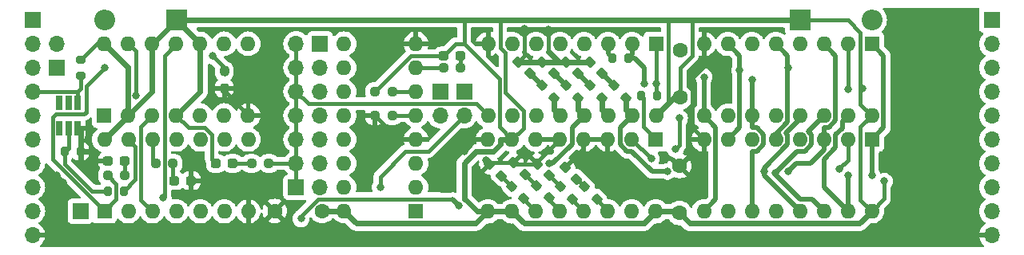
<source format=gbr>
%TF.GenerationSoftware,KiCad,Pcbnew,7.0.5*%
%TF.CreationDate,2024-09-15T17:20:00-04:00*%
%TF.ProjectId,8_bit_logic_analyzer,385f6269-745f-46c6-9f67-69635f616e61,rev?*%
%TF.SameCoordinates,Original*%
%TF.FileFunction,Copper,L2,Bot*%
%TF.FilePolarity,Positive*%
%FSLAX46Y46*%
G04 Gerber Fmt 4.6, Leading zero omitted, Abs format (unit mm)*
G04 Created by KiCad (PCBNEW 7.0.5) date 2024-09-15 17:20:00*
%MOMM*%
%LPD*%
G01*
G04 APERTURE LIST*
G04 Aperture macros list*
%AMRoundRect*
0 Rectangle with rounded corners*
0 $1 Rounding radius*
0 $2 $3 $4 $5 $6 $7 $8 $9 X,Y pos of 4 corners*
0 Add a 4 corners polygon primitive as box body*
4,1,4,$2,$3,$4,$5,$6,$7,$8,$9,$2,$3,0*
0 Add four circle primitives for the rounded corners*
1,1,$1+$1,$2,$3*
1,1,$1+$1,$4,$5*
1,1,$1+$1,$6,$7*
1,1,$1+$1,$8,$9*
0 Add four rect primitives between the rounded corners*
20,1,$1+$1,$2,$3,$4,$5,0*
20,1,$1+$1,$4,$5,$6,$7,0*
20,1,$1+$1,$6,$7,$8,$9,0*
20,1,$1+$1,$8,$9,$2,$3,0*%
G04 Aperture macros list end*
%TA.AperFunction,SMDPad,CuDef*%
%ADD10RoundRect,0.237500X-0.250000X-0.237500X0.250000X-0.237500X0.250000X0.237500X-0.250000X0.237500X0*%
%TD*%
%TA.AperFunction,SMDPad,CuDef*%
%ADD11RoundRect,0.200000X-0.200000X-0.275000X0.200000X-0.275000X0.200000X0.275000X-0.200000X0.275000X0*%
%TD*%
%TA.AperFunction,SMDPad,CuDef*%
%ADD12RoundRect,0.237500X0.237500X-0.250000X0.237500X0.250000X-0.237500X0.250000X-0.237500X-0.250000X0*%
%TD*%
%TA.AperFunction,SMDPad,CuDef*%
%ADD13RoundRect,0.237500X-0.344715X0.008839X0.008839X-0.344715X0.344715X-0.008839X-0.008839X0.344715X0*%
%TD*%
%TA.AperFunction,SMDPad,CuDef*%
%ADD14RoundRect,0.237500X0.250000X0.237500X-0.250000X0.237500X-0.250000X-0.237500X0.250000X-0.237500X0*%
%TD*%
%TA.AperFunction,SMDPad,CuDef*%
%ADD15RoundRect,0.237500X-0.371231X0.035355X0.035355X-0.371231X0.371231X-0.035355X-0.035355X0.371231X0*%
%TD*%
%TA.AperFunction,SMDPad,CuDef*%
%ADD16RoundRect,0.237500X0.287500X0.237500X-0.287500X0.237500X-0.287500X-0.237500X0.287500X-0.237500X0*%
%TD*%
%TA.AperFunction,SMDPad,CuDef*%
%ADD17RoundRect,0.237500X-0.287500X-0.237500X0.287500X-0.237500X0.287500X0.237500X-0.287500X0.237500X0*%
%TD*%
%TA.AperFunction,ComponentPad*%
%ADD18R,1.700000X1.700000*%
%TD*%
%TA.AperFunction,ComponentPad*%
%ADD19O,1.700000X1.700000*%
%TD*%
%TA.AperFunction,ComponentPad*%
%ADD20R,1.600000X1.600000*%
%TD*%
%TA.AperFunction,ComponentPad*%
%ADD21O,1.600000X1.600000*%
%TD*%
%TA.AperFunction,ComponentPad*%
%ADD22C,1.600000*%
%TD*%
%TA.AperFunction,ComponentPad*%
%ADD23O,2.200000X2.200000*%
%TD*%
%TA.AperFunction,ComponentPad*%
%ADD24R,2.200000X2.200000*%
%TD*%
%TA.AperFunction,SMDPad,CuDef*%
%ADD25RoundRect,0.200000X0.200000X0.275000X-0.200000X0.275000X-0.200000X-0.275000X0.200000X-0.275000X0*%
%TD*%
%TA.AperFunction,SMDPad,CuDef*%
%ADD26R,0.650000X1.560000*%
%TD*%
%TA.AperFunction,SMDPad,CuDef*%
%ADD27RoundRect,0.200000X0.275000X-0.200000X0.275000X0.200000X-0.275000X0.200000X-0.275000X-0.200000X0*%
%TD*%
%TA.AperFunction,ViaPad*%
%ADD28C,0.800000*%
%TD*%
%TA.AperFunction,Conductor*%
%ADD29C,0.400000*%
%TD*%
%TA.AperFunction,Conductor*%
%ADD30C,0.600000*%
%TD*%
%TA.AperFunction,Conductor*%
%ADD31C,0.500000*%
%TD*%
G04 APERTURE END LIST*
D10*
%TO.P,R23,1*%
%TO.N,GND*%
X52785000Y-26670000D03*
%TO.P,R23,2*%
%TO.N,Net-(J5-Pin_2)*%
X54610000Y-26670000D03*
%TD*%
%TO.P,R22,1*%
%TO.N,VCC*%
X52785000Y-24130000D03*
%TO.P,R22,2*%
%TO.N,Net-(J5-Pin_1)*%
X54610000Y-24130000D03*
%TD*%
D11*
%TO.P,R21,1*%
%TO.N,Net-(U9-~{MR})*%
X81006565Y-24588855D03*
%TO.P,R21,2*%
%TO.N,/clear_command*%
X82656565Y-24588855D03*
%TD*%
D12*
%TO.P,R20,1*%
%TO.N,GND*%
X36830000Y-23772500D03*
%TO.P,R20,2*%
%TO.N,Net-(D18-K)*%
X36830000Y-21947500D03*
%TD*%
D13*
%TO.P,R17,1*%
%TO.N,Net-(D15-A)*%
X67284927Y-34219197D03*
%TO.P,R17,2*%
%TO.N,/logic_analyzer_addr_3*%
X68575397Y-35509667D03*
%TD*%
%TO.P,R16,1*%
%TO.N,Net-(D14-A)*%
X69929666Y-34125774D03*
%TO.P,R16,2*%
%TO.N,/logic_analyzer_addr_2*%
X71220136Y-35416244D03*
%TD*%
%TO.P,R15,1*%
%TO.N,Net-(D13-A)*%
X72412864Y-34231401D03*
%TO.P,R15,2*%
%TO.N,/logic_analyzer_addr_1*%
X73703334Y-35521871D03*
%TD*%
%TO.P,R14,1*%
%TO.N,Net-(D12-A)*%
X74991576Y-34226383D03*
%TO.P,R14,2*%
%TO.N,/logic_analyzer_addr_0*%
X76282046Y-35516853D03*
%TD*%
D14*
%TO.P,R13,1*%
%TO.N,Net-(D11-A)*%
X31392500Y-31750000D03*
%TO.P,R13,2*%
%TO.N,/~record*%
X29567500Y-31750000D03*
%TD*%
%TO.P,R12,1*%
%TO.N,Net-(D10-A)*%
X26312500Y-33020000D03*
%TO.P,R12,2*%
%TO.N,Net-(U7B-Q)*%
X24487500Y-33020000D03*
%TD*%
D13*
%TO.P,R11,1*%
%TO.N,Net-(D9-A)*%
X70474765Y-23484765D03*
%TO.P,R11,2*%
%TO.N,/~ram_0_selected*%
X71765235Y-24775235D03*
%TD*%
%TO.P,R10,2*%
%TO.N,Net-(U5-Q2)*%
X74305235Y-24775235D03*
%TO.P,R10,1*%
%TO.N,Net-(D8-A)*%
X73014765Y-23484765D03*
%TD*%
%TO.P,R9,2*%
%TO.N,Net-(U5-Q1)*%
X76845235Y-24775235D03*
%TO.P,R9,1*%
%TO.N,Net-(D7-A)*%
X75554765Y-23484765D03*
%TD*%
%TO.P,R8,2*%
%TO.N,Net-(U5-Q0)*%
X79385235Y-24775235D03*
%TO.P,R8,1*%
%TO.N,Net-(D6-A)*%
X78094765Y-23484765D03*
%TD*%
D14*
%TO.P,R7,2*%
%TO.N,/clear_command*%
X60047500Y-21590000D03*
%TO.P,R7,1*%
%TO.N,Net-(D5-K)*%
X61872500Y-21590000D03*
%TD*%
D10*
%TO.P,R6,1*%
%TO.N,Net-(D4-K)*%
X39727500Y-31750000D03*
%TO.P,R6,2*%
%TO.N,/card_selected*%
X41552500Y-31750000D03*
%TD*%
D15*
%TO.P,D15,2,A*%
%TO.N,Net-(D15-A)*%
X66163618Y-33062861D03*
%TO.P,D15,1,K*%
%TO.N,GND*%
X64926182Y-31825425D03*
%TD*%
%TO.P,D14,2,A*%
%TO.N,Net-(D14-A)*%
X68672498Y-32892589D03*
%TO.P,D14,1,K*%
%TO.N,GND*%
X67435062Y-31655153D03*
%TD*%
%TO.P,D13,1,K*%
%TO.N,GND*%
X70003065Y-31801984D03*
%TO.P,D13,2,A*%
%TO.N,Net-(D13-A)*%
X71240501Y-33039420D03*
%TD*%
%TO.P,D12,2,A*%
%TO.N,Net-(D12-A)*%
X74146609Y-33425312D03*
%TO.P,D12,1,K*%
%TO.N,GND*%
X72909173Y-32187876D03*
%TD*%
D16*
%TO.P,D11,1,K*%
%TO.N,GND*%
X33299188Y-33599243D03*
%TO.P,D11,2,A*%
%TO.N,Net-(D11-A)*%
X31549188Y-33599243D03*
%TD*%
D17*
%TO.P,D10,1,K*%
%TO.N,GND*%
X24496589Y-31489171D03*
%TO.P,D10,2,A*%
%TO.N,Net-(D10-A)*%
X26246589Y-31489171D03*
%TD*%
D15*
%TO.P,D9,2,A*%
%TO.N,Net-(D9-A)*%
X69198718Y-22208718D03*
%TO.P,D9,1,K*%
%TO.N,GND*%
X67961282Y-20971282D03*
%TD*%
%TO.P,D8,2,A*%
%TO.N,Net-(D8-A)*%
X71738718Y-22208718D03*
%TO.P,D8,1,K*%
%TO.N,GND*%
X70501282Y-20971282D03*
%TD*%
%TO.P,D7,2,A*%
%TO.N,Net-(D7-A)*%
X74278718Y-22208718D03*
%TO.P,D7,1,K*%
%TO.N,GND*%
X73041282Y-20971282D03*
%TD*%
%TO.P,D6,2,A*%
%TO.N,Net-(D6-A)*%
X76818718Y-22208718D03*
%TO.P,D6,1,K*%
%TO.N,GND*%
X75581282Y-20971282D03*
%TD*%
D16*
%TO.P,D5,2,A*%
%TO.N,VCC*%
X60085000Y-20320000D03*
%TO.P,D5,1,K*%
%TO.N,Net-(D5-K)*%
X61835000Y-20320000D03*
%TD*%
%TO.P,D4,1,K*%
%TO.N,Net-(D4-K)*%
X37705000Y-31750000D03*
%TO.P,D4,2,A*%
%TO.N,VCC*%
X35955000Y-31750000D03*
%TD*%
D18*
%TO.P,J4,1,Pin_1*%
%TO.N,/card_selected*%
X44440000Y-34275000D03*
D19*
%TO.P,J4,2,Pin_2*%
X44440000Y-31735000D03*
%TO.P,J4,3,Pin_3*%
X44440000Y-29195000D03*
%TO.P,J4,4,Pin_4*%
X44440000Y-26655000D03*
%TO.P,J4,5,Pin_5*%
X44440000Y-24115000D03*
%TO.P,J4,6,Pin_6*%
X44440000Y-21575000D03*
%TO.P,J4,7,Pin_7*%
X44440000Y-19035000D03*
%TD*%
D18*
%TO.P,J2,1,Pin_1*%
%TO.N,Net-(D1-A)*%
X16510000Y-16510000D03*
D19*
%TO.P,J2,2,Pin_2*%
%TO.N,Net-(J2-Pin_2)*%
X16510000Y-19050000D03*
%TO.P,J2,3,Pin_3*%
%TO.N,Net-(J2-Pin_3)*%
X16510000Y-21590000D03*
%TO.P,J2,4,Pin_4*%
%TO.N,/s_data_out*%
X16510000Y-24130000D03*
%TO.P,J2,5,Pin_5*%
%TO.N,/s_data_in*%
X16510000Y-26670000D03*
%TO.P,J2,6,Pin_6*%
%TO.N,/s_clock*%
X16510000Y-29210000D03*
%TO.P,J2,7,Pin_7*%
%TO.N,/s_cs*%
X16510000Y-31750000D03*
%TO.P,J2,8,Pin_8*%
%TO.N,/rec_clock*%
X16510000Y-34290000D03*
%TO.P,J2,9,Pin_9*%
%TO.N,/rec_trig*%
X16510000Y-36830000D03*
%TO.P,J2,10,Pin_10*%
%TO.N,GND*%
X16510000Y-39370000D03*
%TD*%
D20*
%TO.P,U6,1,A0*%
%TO.N,Net-(U5-Q0)*%
X57140000Y-36815000D03*
D21*
%TO.P,U6,2,A1*%
%TO.N,Net-(U5-Q1)*%
X57140000Y-34275000D03*
%TO.P,U6,3,A2*%
%TO.N,Net-(U5-Q2)*%
X57140000Y-31735000D03*
%TO.P,U6,4,E1*%
%TO.N,GND*%
X57140000Y-29195000D03*
%TO.P,U6,5,E2*%
%TO.N,Net-(J5-Pin_2)*%
X57140000Y-26655000D03*
%TO.P,U6,6,E3*%
%TO.N,Net-(J5-Pin_1)*%
X57140000Y-24115000D03*
%TO.P,U6,7,O7*%
%TO.N,/clear_command*%
X57140000Y-21575000D03*
%TO.P,U6,8,GND*%
%TO.N,GND*%
X57140000Y-19035000D03*
%TO.P,U6,9,O6*%
%TO.N,Net-(J3-Pin_1)*%
X49520000Y-19035000D03*
%TO.P,U6,10,O5*%
%TO.N,Net-(J3-Pin_2)*%
X49520000Y-21575000D03*
%TO.P,U6,11,O4*%
%TO.N,Net-(J3-Pin_3)*%
X49520000Y-24115000D03*
%TO.P,U6,12,O3*%
%TO.N,Net-(J3-Pin_4)*%
X49520000Y-26655000D03*
%TO.P,U6,13,O2*%
%TO.N,Net-(J3-Pin_5)*%
X49520000Y-29195000D03*
%TO.P,U6,14,O1*%
%TO.N,Net-(J3-Pin_6)*%
X49520000Y-31735000D03*
%TO.P,U6,15,O0*%
%TO.N,Net-(J3-Pin_7)*%
X49520000Y-34275000D03*
%TO.P,U6,16,VCC*%
%TO.N,VCC*%
X49520000Y-36815000D03*
%TD*%
%TO.P,U5,16,VCC*%
%TO.N,VCC*%
X82550000Y-26670000D03*
%TO.P,U5,15,Q0*%
%TO.N,Net-(U5-Q0)*%
X80010000Y-26670000D03*
%TO.P,U5,14,Q1*%
%TO.N,Net-(U5-Q1)*%
X77470000Y-26670000D03*
%TO.P,U5,13,Q2*%
%TO.N,Net-(U5-Q2)*%
X74930000Y-26670000D03*
%TO.P,U5,12,Q3*%
%TO.N,/~ram_0_selected*%
X72390000Y-26670000D03*
%TO.P,U5,11,~{Q3}*%
%TO.N,/~ram_1_selected*%
X69850000Y-26670000D03*
%TO.P,U5,10,CP*%
%TO.N,/s_clock*%
X67310000Y-26670000D03*
%TO.P,U5,9,~{PE}*%
%TO.N,/card_selected*%
X64770000Y-26670000D03*
%TO.P,U5,8,GND*%
%TO.N,GND*%
X64770000Y-19050000D03*
%TO.P,U5,7,P3*%
%TO.N,/logic_analyzer_data_3*%
X67310000Y-19050000D03*
%TO.P,U5,6,P2*%
%TO.N,/logic_analyzer_data_2*%
X69850000Y-19050000D03*
%TO.P,U5,5,P1*%
%TO.N,/logic_analyzer_data_1*%
X72390000Y-19050000D03*
%TO.P,U5,4,P0*%
%TO.N,/logic_analyzer_data_0*%
X74930000Y-19050000D03*
%TO.P,U5,3,~{K}*%
%TO.N,Net-(U5-~{K})*%
X77470000Y-19050000D03*
%TO.P,U5,2,J*%
%TO.N,/s_data_in*%
X80010000Y-19050000D03*
D20*
%TO.P,U5,1,~{MR}*%
%TO.N,/clear_command*%
X82550000Y-19050000D03*
%TD*%
D22*
%TO.P,C11,2*%
%TO.N,GND*%
X85039517Y-32020675D03*
%TO.P,C11,1*%
%TO.N,VCC*%
X85039517Y-37020675D03*
%TD*%
D21*
%TO.P,U4,16,VCC*%
%TO.N,VCC*%
X105410000Y-36830000D03*
%TO.P,U4,15,A1*%
%TO.N,/logic_analyzer_addr_1*%
X102870000Y-36830000D03*
%TO.P,U4,14,A2*%
%TO.N,/logic_analyzer_addr_2*%
X100330000Y-36830000D03*
%TO.P,U4,13,A3*%
%TO.N,/logic_analyzer_addr_3*%
X97790000Y-36830000D03*
%TO.P,U4,12,D3*%
%TO.N,/H*%
X95250000Y-36830000D03*
%TO.P,U4,11,S3_n*%
%TO.N,/logic_analyzer_data_3*%
X92710000Y-36830000D03*
%TO.P,U4,10,D2*%
%TO.N,/G*%
X90170000Y-36830000D03*
%TO.P,U4,9,S2_n*%
%TO.N,/logic_analyzer_data_2*%
X87630000Y-36830000D03*
%TO.P,U4,8,GND*%
%TO.N,GND*%
X87630000Y-29210000D03*
%TO.P,U4,7,S1_n*%
%TO.N,/logic_analyzer_data_1*%
X90170000Y-29210000D03*
%TO.P,U4,6,D1*%
%TO.N,/F*%
X92710000Y-29210000D03*
%TO.P,U4,5,S0_n*%
%TO.N,/logic_analyzer_data_0*%
X95250000Y-29210000D03*
%TO.P,U4,4,D0*%
%TO.N,/E*%
X97790000Y-29210000D03*
%TO.P,U4,3,~WE*%
%TO.N,/~record*%
X100330000Y-29210000D03*
%TO.P,U4,2,~CS*%
%TO.N,Net-(U4-~CS)*%
X102870000Y-29210000D03*
D20*
%TO.P,U4,1,A0*%
%TO.N,/logic_analyzer_addr_0*%
X105410000Y-29210000D03*
%TD*%
D22*
%TO.P,C10,2*%
%TO.N,GND*%
X85089999Y-19736650D03*
%TO.P,C10,1*%
%TO.N,VCC*%
X85089999Y-24736650D03*
%TD*%
D20*
%TO.P,U7,1,~{R}*%
%TO.N,/clear_command*%
X24125000Y-26660000D03*
D21*
%TO.P,U7,2,D*%
%TO.N,VCC*%
X26665000Y-26660000D03*
%TO.P,U7,3,C*%
%TO.N,Net-(U7A-C)*%
X29205000Y-26660000D03*
%TO.P,U7,4,~{S}*%
%TO.N,VCC*%
X31745000Y-26660000D03*
%TO.P,U7,5,Q*%
%TO.N,/~record*%
X34285000Y-26660000D03*
%TO.P,U7,6,~{Q}*%
%TO.N,/~record_halt*%
X36825000Y-26660000D03*
%TO.P,U7,7,GND*%
%TO.N,GND*%
X39365000Y-26660000D03*
%TO.P,U7,8,~{Q}*%
%TO.N,unconnected-(U7B-~{Q}-Pad8)*%
X39365000Y-19040000D03*
%TO.P,U7,9,Q*%
%TO.N,Net-(U7B-Q)*%
X36825000Y-19040000D03*
%TO.P,U7,10,~{S}*%
%TO.N,VCC*%
X34285000Y-19040000D03*
%TO.P,U7,11,C*%
%TO.N,/rec_trig*%
X31745000Y-19040000D03*
%TO.P,U7,12,D*%
%TO.N,VCC*%
X29205000Y-19040000D03*
%TO.P,U7,13,~{R}*%
%TO.N,/~record_halt*%
X26665000Y-19040000D03*
%TO.P,U7,14,VCC*%
%TO.N,VCC*%
X24125000Y-19040000D03*
%TD*%
D20*
%TO.P,U8,1*%
%TO.N,Net-(U7B-Q)*%
X24130000Y-36830000D03*
D21*
%TO.P,U8,2*%
%TO.N,/logic_analyzer_addr_3*%
X26670000Y-36830000D03*
%TO.P,U8,3*%
%TO.N,Net-(U7A-C)*%
X29210000Y-36830000D03*
%TO.P,U8,4*%
%TO.N,N/C*%
X31750000Y-36830000D03*
%TO.P,U8,5*%
X34290000Y-36830000D03*
%TO.P,U8,6*%
X36830000Y-36830000D03*
%TO.P,U8,7,GND*%
%TO.N,GND*%
X39370000Y-36830000D03*
%TO.P,U8,8*%
%TO.N,Net-(U4-~CS)*%
X39370000Y-29210000D03*
%TO.P,U8,9*%
%TO.N,Net-(U8-Pad10)*%
X36830000Y-29210000D03*
%TO.P,U8,10*%
X34290000Y-29210000D03*
%TO.P,U8,11*%
X31750000Y-29210000D03*
%TO.P,U8,12*%
%TO.N,/~record*%
X29210000Y-29210000D03*
%TO.P,U8,13*%
%TO.N,/~ram_1_selected*%
X26670000Y-29210000D03*
%TO.P,U8,14,VCC*%
%TO.N,VCC*%
X24130000Y-29210000D03*
%TD*%
D18*
%TO.P,J8,1,Pin_1*%
%TO.N,/rec_trig*%
X21590000Y-36830000D03*
%TD*%
D19*
%TO.P,J1,10,Pin_10*%
%TO.N,GND*%
X118110000Y-39370000D03*
%TO.P,J1,9,Pin_9*%
%TO.N,/H*%
X118110000Y-36830000D03*
%TO.P,J1,8,Pin_8*%
%TO.N,/G*%
X118110000Y-34290000D03*
%TO.P,J1,7,Pin_7*%
%TO.N,/F*%
X118110000Y-31750000D03*
%TO.P,J1,6,Pin_6*%
%TO.N,/E*%
X118110000Y-29210000D03*
%TO.P,J1,5,Pin_5*%
%TO.N,/D*%
X118110000Y-26670000D03*
%TO.P,J1,4,Pin_4*%
%TO.N,/C*%
X118110000Y-24130000D03*
%TO.P,J1,3,Pin_3*%
%TO.N,/B*%
X118110000Y-21590000D03*
%TO.P,J1,2,Pin_2*%
%TO.N,/A*%
X118110000Y-19050000D03*
D18*
%TO.P,J1,1,Pin_1*%
%TO.N,Net-(D2-A)*%
X118110000Y-16510000D03*
%TD*%
D19*
%TO.P,J5,2,Pin_2*%
%TO.N,Net-(J5-Pin_2)*%
X59690000Y-26670000D03*
D18*
%TO.P,J5,1,Pin_1*%
%TO.N,Net-(J5-Pin_1)*%
X59690000Y-24130000D03*
%TD*%
D23*
%TO.P,D2,2,A*%
%TO.N,Net-(D2-A)*%
X105410000Y-16510000D03*
D24*
%TO.P,D2,1,K*%
%TO.N,VCC*%
X97790000Y-16510000D03*
%TD*%
D21*
%TO.P,U9,16,VCC*%
%TO.N,VCC*%
X82535000Y-36840000D03*
%TO.P,U9,15,TC*%
%TO.N,unconnected-(U9-TC-Pad15)*%
X79995000Y-36840000D03*
%TO.P,U9,14,Q0*%
%TO.N,/logic_analyzer_addr_0*%
X77455000Y-36840000D03*
%TO.P,U9,13,Q1*%
%TO.N,/logic_analyzer_addr_1*%
X74915000Y-36840000D03*
%TO.P,U9,12,Q2*%
%TO.N,/logic_analyzer_addr_2*%
X72375000Y-36840000D03*
%TO.P,U9,11,Q3*%
%TO.N,/logic_analyzer_addr_3*%
X69835000Y-36840000D03*
%TO.P,U9,10,CET*%
%TO.N,VCC*%
X67295000Y-36840000D03*
%TO.P,U9,9,~{PE}*%
X64755000Y-36840000D03*
%TO.P,U9,8,GND*%
%TO.N,GND*%
X64755000Y-29220000D03*
%TO.P,U9,7,CEP*%
%TO.N,VCC*%
X67295000Y-29220000D03*
%TO.P,U9,6,D3*%
%TO.N,GND*%
X69835000Y-29220000D03*
%TO.P,U9,5,D2*%
X72375000Y-29220000D03*
%TO.P,U9,4,D1*%
X74915000Y-29220000D03*
%TO.P,U9,3,D0*%
X77455000Y-29220000D03*
%TO.P,U9,2,CP*%
%TO.N,/rec_clock*%
X79995000Y-29220000D03*
D20*
%TO.P,U9,1,~{MR}*%
%TO.N,Net-(U9-~{MR})*%
X82535000Y-29220000D03*
%TD*%
D19*
%TO.P,J6,2,Pin_2*%
%TO.N,/s_cs*%
X62230000Y-26670000D03*
D18*
%TO.P,J6,1,Pin_1*%
X62230000Y-24130000D03*
%TD*%
%TO.P,J7,1,Pin_1*%
%TO.N,Net-(J2-Pin_3)*%
X19050000Y-21590000D03*
D19*
%TO.P,J7,2,Pin_2*%
%TO.N,Net-(J2-Pin_2)*%
X19050000Y-19050000D03*
%TD*%
D21*
%TO.P,U2,16,VCC*%
%TO.N,VCC*%
X105410000Y-26670000D03*
%TO.P,U2,15,A1*%
%TO.N,/logic_analyzer_addr_1*%
X102870000Y-26670000D03*
%TO.P,U2,14,A2*%
%TO.N,/logic_analyzer_addr_2*%
X100330000Y-26670000D03*
%TO.P,U2,13,A3*%
%TO.N,/logic_analyzer_addr_3*%
X97790000Y-26670000D03*
%TO.P,U2,12,D3*%
%TO.N,/D*%
X95250000Y-26670000D03*
%TO.P,U2,11,S3_n*%
%TO.N,/logic_analyzer_data_3*%
X92710000Y-26670000D03*
%TO.P,U2,10,D2*%
%TO.N,/C*%
X90170000Y-26670000D03*
%TO.P,U2,9,S2_n*%
%TO.N,/logic_analyzer_data_2*%
X87630000Y-26670000D03*
%TO.P,U2,8,GND*%
%TO.N,GND*%
X87630000Y-19050000D03*
%TO.P,U2,7,S1_n*%
%TO.N,/logic_analyzer_data_1*%
X90170000Y-19050000D03*
%TO.P,U2,6,D1*%
%TO.N,/B*%
X92710000Y-19050000D03*
%TO.P,U2,5,S0_n*%
%TO.N,/logic_analyzer_data_0*%
X95250000Y-19050000D03*
%TO.P,U2,4,D0*%
%TO.N,/A*%
X97790000Y-19050000D03*
%TO.P,U2,3,~WE*%
%TO.N,/~record*%
X100330000Y-19050000D03*
%TO.P,U2,2,~CS*%
%TO.N,/~ram_0_selected*%
X102870000Y-19050000D03*
D20*
%TO.P,U2,1,A0*%
%TO.N,/logic_analyzer_addr_0*%
X105410000Y-19050000D03*
%TD*%
D24*
%TO.P,D1,1,K*%
%TO.N,VCC*%
X31750000Y-16510000D03*
D23*
%TO.P,D1,2,A*%
%TO.N,Net-(D1-A)*%
X24130000Y-16510000D03*
%TD*%
D22*
%TO.P,C4,1*%
%TO.N,VCC*%
X47176220Y-36812393D03*
%TO.P,C4,2*%
%TO.N,GND*%
X42176220Y-36812393D03*
%TD*%
D18*
%TO.P,J3,1,Pin_1*%
%TO.N,Net-(J3-Pin_1)*%
X46980000Y-19035000D03*
D19*
%TO.P,J3,2,Pin_2*%
%TO.N,Net-(J3-Pin_2)*%
X46980000Y-21575000D03*
%TO.P,J3,3,Pin_3*%
%TO.N,Net-(J3-Pin_3)*%
X46980000Y-24115000D03*
%TO.P,J3,4,Pin_4*%
%TO.N,Net-(J3-Pin_4)*%
X46980000Y-26655000D03*
%TO.P,J3,5,Pin_5*%
%TO.N,Net-(J3-Pin_5)*%
X46980000Y-29195000D03*
%TO.P,J3,6,Pin_6*%
%TO.N,Net-(J3-Pin_6)*%
X46980000Y-31735000D03*
%TO.P,J3,7,Pin_7*%
%TO.N,Net-(J3-Pin_7)*%
X46980000Y-34275000D03*
%TD*%
D25*
%TO.P,R5,1*%
%TO.N,/s_data_in*%
X79605648Y-20583945D03*
%TO.P,R5,2*%
%TO.N,Net-(U5-~{K})*%
X77955648Y-20583945D03*
%TD*%
%TO.P,R1,1*%
%TO.N,/~ram_1_selected*%
X26183810Y-34696757D03*
%TO.P,R1,2*%
%TO.N,Net-(Q1B-G)*%
X24533810Y-34696757D03*
%TD*%
D26*
%TO.P,Q1,1*%
%TO.N,N/C*%
X19370000Y-25320000D03*
%TO.P,Q1,2*%
X20320000Y-25320000D03*
%TO.P,Q1,3,D*%
%TO.N,/s_data_out*%
X21270000Y-25320000D03*
%TO.P,Q1,4,S*%
%TO.N,GND*%
X21270000Y-28020000D03*
%TO.P,Q1,5,G*%
%TO.N,Net-(Q1B-G)*%
X20320000Y-28020000D03*
%TO.P,Q1,6*%
%TO.N,N/C*%
X19370000Y-28020000D03*
%TD*%
D27*
%TO.P,R3,1*%
%TO.N,/s_data_out*%
X21590000Y-22415000D03*
%TO.P,R3,2*%
%TO.N,VCC*%
X21590000Y-20765000D03*
%TD*%
D25*
%TO.P,R2,1*%
%TO.N,GND*%
X21590000Y-30480000D03*
%TO.P,R2,2*%
%TO.N,Net-(Q1B-G)*%
X19940000Y-30480000D03*
%TD*%
D28*
%TO.N,GND*%
X107533621Y-18292648D03*
%TO.N,Net-(D18-K)*%
X35560000Y-20320000D03*
%TO.N,/~record_halt*%
X27492644Y-24532127D03*
%TO.N,GND*%
X21590000Y-31750000D03*
X19759535Y-33780866D03*
X36830000Y-34290000D03*
X22860000Y-30480000D03*
X19050000Y-39370000D03*
X19050000Y-38100000D03*
X39370000Y-34290000D03*
X21590000Y-39370000D03*
X38100000Y-34290000D03*
X22860000Y-31750000D03*
X20320000Y-39370000D03*
%TO.N,Net-(U7B-Q)*%
X24130000Y-21590000D03*
%TO.N,GND*%
X19050000Y-33020000D03*
%TO.N,/rec_trig*%
X30336139Y-35416139D03*
%TO.N,/logic_analyzer_addr_3*%
X44955778Y-37629500D03*
%TO.N,GND*%
X68580632Y-17472956D03*
X71164363Y-17495821D03*
%TO.N,Net-(U5-Q1)*%
X85044270Y-26959621D03*
%TO.N,VCC*%
X104419188Y-23748918D03*
%TO.N,/rec_clock*%
X82054500Y-31279500D03*
%TO.N,GND*%
X64556594Y-31434972D03*
%TO.N,Net-(U5-Q1)*%
X84602216Y-30236919D03*
%TO.N,VCC*%
X106729728Y-33652219D03*
%TO.N,GND*%
X89458919Y-22768540D03*
X115465261Y-21952179D03*
%TO.N,/logic_analyzer_addr_2*%
X95180743Y-32759111D03*
%TO.N,/logic_analyzer_data_0*%
X96520000Y-21590000D03*
%TO.N,/logic_analyzer_addr_3*%
X93980000Y-32610500D03*
%TO.N,/logic_analyzer_addr_0*%
X105410000Y-33020000D03*
%TO.N,/s_data_in*%
X81280000Y-23269500D03*
%TO.N,GND*%
X60960000Y-30480000D03*
%TO.N,/logic_analyzer_data_2*%
X87630000Y-22569500D03*
%TO.N,/logic_analyzer_data_1*%
X91420000Y-21869500D03*
%TO.N,/logic_analyzer_addr_1*%
X102870000Y-33020000D03*
%TO.N,/~record*%
X96520000Y-32630500D03*
%TO.N,/clear_command*%
X82550000Y-23269500D03*
%TO.N,Net-(U5-Q2)*%
X71205614Y-31739973D03*
%TO.N,GND*%
X62230000Y-30480000D03*
%TO.N,Net-(U4-~CS)*%
X102007239Y-32304418D03*
%TO.N,/~ram_0_selected*%
X102870000Y-23870500D03*
%TO.N,/logic_analyzer_addr_3*%
X61683222Y-36223774D03*
%TO.N,/logic_analyzer_data_3*%
X92710000Y-22860000D03*
%TO.N,Net-(U5-Q0)*%
X83770673Y-32610500D03*
%TO.N,/s_cs*%
X53340000Y-34290000D03*
%TD*%
D29*
%TO.N,VCC*%
X56595000Y-20320000D02*
X60085000Y-20320000D01*
X52785000Y-24130000D02*
X56595000Y-20320000D01*
%TO.N,GND*%
X55310000Y-29195000D02*
X57140000Y-29195000D01*
X52785000Y-26670000D02*
X55310000Y-29195000D01*
%TO.N,Net-(J5-Pin_2)*%
X57125000Y-26670000D02*
X57140000Y-26655000D01*
X54610000Y-26670000D02*
X57125000Y-26670000D01*
%TO.N,Net-(J5-Pin_1)*%
X54625000Y-24115000D02*
X54610000Y-24130000D01*
X57140000Y-24115000D02*
X54625000Y-24115000D01*
%TO.N,Net-(U9-~{MR})*%
X81210000Y-27895000D02*
X82535000Y-29220000D01*
X81210000Y-24792290D02*
X81210000Y-27895000D01*
X81006565Y-24588855D02*
X81210000Y-24792290D01*
%TO.N,/clear_command*%
X82550000Y-24482290D02*
X82656565Y-24588855D01*
X82550000Y-23269500D02*
X82550000Y-24482290D01*
X82550000Y-19050000D02*
X82550000Y-23269500D01*
%TO.N,GND*%
X111193152Y-21952179D02*
X115465261Y-21952179D01*
X107533621Y-18292648D02*
X111193152Y-21952179D01*
%TO.N,Net-(D18-K)*%
X36830000Y-21590000D02*
X35560000Y-20320000D01*
X36830000Y-22267812D02*
X36830000Y-21590000D01*
%TO.N,GND*%
X39365000Y-26552812D02*
X36830000Y-24017812D01*
X39365000Y-26660000D02*
X39365000Y-26552812D01*
D30*
%TO.N,VCC*%
X31755000Y-16510000D02*
X34285000Y-19040000D01*
D29*
X31750000Y-16510000D02*
X31755000Y-16510000D01*
X104210000Y-23539730D02*
X104210000Y-17850000D01*
X104419188Y-23748918D02*
X104210000Y-23539730D01*
X104210000Y-23958106D02*
X104419188Y-23748918D01*
X106729728Y-35510272D02*
X105410000Y-36830000D01*
X106729728Y-33652219D02*
X106729728Y-35510272D01*
%TO.N,GND*%
X87630000Y-20939621D02*
X89458919Y-22768540D01*
X87630000Y-19050000D02*
X87630000Y-20939621D01*
%TO.N,/card_selected*%
X44425000Y-31750000D02*
X44440000Y-31735000D01*
X41552500Y-31750000D02*
X44425000Y-31750000D01*
%TO.N,Net-(D4-K)*%
X37705000Y-31750000D02*
X39727500Y-31750000D01*
%TO.N,VCC*%
X33025000Y-27940000D02*
X31745000Y-26660000D01*
X35490000Y-28712943D02*
X34717057Y-27940000D01*
X34717057Y-27940000D02*
X33025000Y-27940000D01*
X35490000Y-31285000D02*
X35490000Y-28712943D01*
X35955000Y-31750000D02*
X35490000Y-31285000D01*
%TO.N,/logic_analyzer_addr_0*%
X76282046Y-35667046D02*
X77455000Y-36840000D01*
X76282046Y-35516853D02*
X76282046Y-35667046D01*
%TO.N,Net-(D12-A)*%
X74146609Y-33425312D02*
X74190505Y-33425312D01*
X74190505Y-33425312D02*
X74991576Y-34226383D01*
%TO.N,GND*%
X70003065Y-31591935D02*
X72375000Y-29220000D01*
X70003065Y-31801984D02*
X70003065Y-31591935D01*
X74915000Y-30182049D02*
X74915000Y-29220000D01*
X72909173Y-32187876D02*
X74915000Y-30182049D01*
D31*
%TO.N,Net-(U5-Q2)*%
X73660000Y-27940000D02*
X74930000Y-26670000D01*
X73660000Y-29702767D02*
X73660000Y-27940000D01*
X71622794Y-31739973D02*
X73660000Y-29702767D01*
X71205614Y-31739973D02*
X71622794Y-31739973D01*
D29*
%TO.N,GND*%
X67581893Y-31801984D02*
X67435062Y-31655153D01*
X70003065Y-31801984D02*
X67581893Y-31801984D01*
%TO.N,/logic_analyzer_addr_1*%
X73703334Y-35628334D02*
X74915000Y-36840000D01*
X73703334Y-35521871D02*
X73703334Y-35628334D01*
%TO.N,Net-(D13-A)*%
X71240501Y-33059038D02*
X72412864Y-34231401D01*
X71240501Y-33039420D02*
X71240501Y-33059038D01*
%TO.N,GND*%
X65096454Y-31655153D02*
X64926182Y-31825425D01*
X67435062Y-31655153D02*
X65096454Y-31655153D01*
%TO.N,Net-(D14-A)*%
X69905683Y-34125774D02*
X68672498Y-32892589D01*
X69929666Y-34125774D02*
X69905683Y-34125774D01*
%TO.N,/logic_analyzer_addr_2*%
X71220136Y-35685136D02*
X72375000Y-36840000D01*
X71220136Y-35416244D02*
X71220136Y-35685136D01*
%TO.N,/logic_analyzer_addr_3*%
X68575397Y-35580397D02*
X69835000Y-36840000D01*
X68575397Y-35509667D02*
X68575397Y-35580397D01*
%TO.N,Net-(D15-A)*%
X66163618Y-33097888D02*
X67284927Y-34219197D01*
X66163618Y-33062861D02*
X66163618Y-33097888D01*
D30*
%TO.N,VCC*%
X66055000Y-29220000D02*
X67295000Y-29220000D01*
X66055000Y-29758478D02*
X66055000Y-29220000D01*
X62230000Y-35497759D02*
X62230000Y-31752793D01*
X62292241Y-35560000D02*
X62230000Y-35497759D01*
X65293478Y-30520000D02*
X66055000Y-29758478D01*
X63619789Y-36840000D02*
X62339789Y-35560000D01*
X62230000Y-31752793D02*
X63462793Y-30520000D01*
X63462793Y-30520000D02*
X65293478Y-30520000D01*
X67295000Y-36840000D02*
X63619789Y-36840000D01*
X62339789Y-35560000D02*
X62292241Y-35560000D01*
D29*
%TO.N,Net-(U5-Q1)*%
X84602216Y-30236919D02*
X84541243Y-30297892D01*
X85044270Y-29794865D02*
X84602216Y-30236919D01*
X85044270Y-26959621D02*
X85044270Y-29794865D01*
D31*
%TO.N,Net-(U5-Q0)*%
X78745000Y-27935000D02*
X80010000Y-26670000D01*
X79477233Y-30470000D02*
X78745000Y-29737767D01*
X78745000Y-29737767D02*
X78745000Y-27935000D01*
X83770673Y-32610500D02*
X82140500Y-32610500D01*
X80000000Y-30470000D02*
X79477233Y-30470000D01*
X82140500Y-32610500D02*
X80000000Y-30470000D01*
D29*
%TO.N,/rec_clock*%
X82054500Y-31279500D02*
X79995000Y-29220000D01*
%TO.N,/clear_command*%
X57155000Y-21590000D02*
X57140000Y-21575000D01*
X60047500Y-21590000D02*
X57155000Y-21590000D01*
%TO.N,Net-(D5-K)*%
X61835000Y-21552500D02*
X61872500Y-21590000D01*
X61835000Y-20320000D02*
X61835000Y-21552500D01*
%TO.N,VCC*%
X60085000Y-20320000D02*
X61355000Y-19050000D01*
X61355000Y-19050000D02*
X62230000Y-19050000D01*
D30*
X68595000Y-38140000D02*
X67295000Y-36840000D01*
X81240000Y-38140000D02*
X68595000Y-38140000D01*
X81280000Y-38100000D02*
X81240000Y-38140000D01*
X81280000Y-38095000D02*
X81280000Y-38100000D01*
X82535000Y-36840000D02*
X81280000Y-38095000D01*
D29*
%TO.N,GND*%
X36139243Y-33599243D02*
X36830000Y-34290000D01*
X33299188Y-33599243D02*
X36139243Y-33599243D01*
%TO.N,Net-(D11-A)*%
X31392500Y-33442555D02*
X31549188Y-33599243D01*
X31392500Y-31750000D02*
X31392500Y-33442555D01*
%TO.N,/~record*%
X29210000Y-31392500D02*
X29567500Y-31750000D01*
X29210000Y-29210000D02*
X29210000Y-31392500D01*
%TO.N,GND*%
X23120829Y-31489171D02*
X22860000Y-31750000D01*
X24496589Y-31489171D02*
X23120829Y-31489171D01*
%TO.N,Net-(D10-A)*%
X26312500Y-31555082D02*
X26246589Y-31489171D01*
X26312500Y-33020000D02*
X26312500Y-31555082D01*
%TO.N,Net-(U7B-Q)*%
X25383810Y-33916310D02*
X24487500Y-33020000D01*
X24130000Y-36830000D02*
X25383810Y-35576190D01*
X25383810Y-35576190D02*
X25383810Y-33916310D01*
%TO.N,/~ram_1_selected*%
X27410000Y-29950000D02*
X26670000Y-29210000D01*
X27410000Y-33470567D02*
X27410000Y-29950000D01*
X26183810Y-34696757D02*
X27410000Y-33470567D01*
%TO.N,Net-(Q1B-G)*%
X22845285Y-34696757D02*
X24533810Y-34696757D01*
X19940000Y-31791472D02*
X22845285Y-34696757D01*
X19940000Y-30480000D02*
X19940000Y-31791472D01*
%TO.N,GND*%
X71164363Y-19745645D02*
X72390000Y-20971282D01*
X71164363Y-17495821D02*
X71164363Y-19745645D01*
D30*
X72390000Y-20971282D02*
X67961282Y-20971282D01*
X75581282Y-20971282D02*
X72390000Y-20971282D01*
D29*
X68580632Y-20351932D02*
X67961282Y-20971282D01*
X68580632Y-17472956D02*
X68580632Y-20351932D01*
D30*
%TO.N,Net-(U5-Q0)*%
X79385235Y-26045235D02*
X80010000Y-26670000D01*
X79385235Y-24775235D02*
X79385235Y-26045235D01*
%TO.N,Net-(U5-Q1)*%
X76845235Y-26045235D02*
X77470000Y-26670000D01*
X76845235Y-24775235D02*
X76845235Y-26045235D01*
%TO.N,Net-(U5-Q2)*%
X74305235Y-26045235D02*
X74930000Y-26670000D01*
X74305235Y-24775235D02*
X74305235Y-26045235D01*
%TO.N,/~ram_0_selected*%
X71765235Y-26045235D02*
X72390000Y-26670000D01*
X71765235Y-24775235D02*
X71765235Y-26045235D01*
%TO.N,Net-(D6-A)*%
X76818718Y-22208718D02*
X78094765Y-23484765D01*
%TO.N,Net-(D7-A)*%
X74278718Y-22208718D02*
X75554765Y-23484765D01*
%TO.N,Net-(D8-A)*%
X71738718Y-22208718D02*
X73014765Y-23484765D01*
%TO.N,Net-(D9-A)*%
X69198718Y-22208718D02*
X70474765Y-23484765D01*
D29*
%TO.N,VCC*%
X66040000Y-19477057D02*
X66040000Y-16510000D01*
X66040000Y-16510000D02*
X68580000Y-16510000D01*
X66577512Y-20014569D02*
X66040000Y-19477057D01*
X66577512Y-24240455D02*
X66577512Y-20014569D01*
X68510000Y-28005000D02*
X68510000Y-26172943D01*
X68510000Y-26172943D02*
X66577512Y-24240455D01*
X67295000Y-29220000D02*
X68510000Y-28005000D01*
D31*
%TO.N,/s_data_in*%
X80273945Y-20583945D02*
X79605648Y-20583945D01*
X81280000Y-21590000D02*
X80273945Y-20583945D01*
X81280000Y-23269500D02*
X81280000Y-21590000D01*
%TO.N,Net-(U9-~{MR})*%
X82535000Y-29220000D02*
X82550000Y-29205000D01*
%TO.N,/s_data_in*%
X80010000Y-20179593D02*
X80010000Y-19050000D01*
X79605648Y-20583945D02*
X80010000Y-20179593D01*
%TO.N,Net-(U5-~{K})*%
X77470000Y-19050000D02*
X77470000Y-20098297D01*
X77470000Y-20098297D02*
X77955648Y-20583945D01*
D29*
%TO.N,/logic_analyzer_addr_3*%
X46766556Y-35525000D02*
X59655000Y-35525000D01*
X44955778Y-37335778D02*
X46766556Y-35525000D01*
X59655000Y-35525000D02*
X59690000Y-35560000D01*
X59690000Y-35560000D02*
X61019448Y-35560000D01*
X44955778Y-37629500D02*
X44955778Y-37335778D01*
D30*
%TO.N,VCC*%
X84483350Y-24736650D02*
X82550000Y-26670000D01*
X64755000Y-36840000D02*
X67295000Y-36840000D01*
D29*
X86360000Y-16510000D02*
X86360000Y-20320000D01*
D30*
X86360000Y-16510000D02*
X97790000Y-16510000D01*
D29*
X23315000Y-19040000D02*
X21590000Y-20765000D01*
D30*
X34285000Y-24120000D02*
X31745000Y-26660000D01*
X50820000Y-38115000D02*
X49520000Y-36815000D01*
X82535000Y-36840000D02*
X84858842Y-36840000D01*
X29205000Y-19040000D02*
X29205000Y-24120000D01*
D29*
X104210000Y-27870000D02*
X104210000Y-35630000D01*
X104210000Y-25470000D02*
X104210000Y-23958106D01*
X86360000Y-20320000D02*
X85090000Y-21590000D01*
D30*
X26665000Y-26660000D02*
X26665000Y-26675000D01*
X26592644Y-21507644D02*
X24125000Y-19040000D01*
X105410000Y-36830000D02*
X104110000Y-38130000D01*
X29205000Y-24120000D02*
X26665000Y-26660000D01*
D29*
X65970000Y-27895000D02*
X65970000Y-22790000D01*
D30*
X83820000Y-16510000D02*
X86360000Y-16510000D01*
X62230000Y-16510000D02*
X68580000Y-16510000D01*
D29*
X83820000Y-25400000D02*
X83820000Y-16510000D01*
D30*
X47176220Y-36812393D02*
X49517393Y-36812393D01*
D29*
X62230000Y-19050000D02*
X62230000Y-16510000D01*
X65970000Y-22790000D02*
X62230000Y-19050000D01*
D30*
X26665000Y-26675000D02*
X24130000Y-29210000D01*
X84858842Y-36840000D02*
X85039517Y-37020675D01*
D29*
X82550000Y-26670000D02*
X83820000Y-25400000D01*
D30*
X49517393Y-36812393D02*
X49520000Y-36815000D01*
X85089999Y-24736650D02*
X84483350Y-24736650D01*
D29*
X104210000Y-35630000D02*
X105410000Y-36830000D01*
D30*
X29220000Y-19040000D02*
X31750000Y-16510000D01*
D29*
X102870000Y-16510000D02*
X97790000Y-16510000D01*
D30*
X31750000Y-16510000D02*
X62230000Y-16510000D01*
X29205000Y-19040000D02*
X29220000Y-19040000D01*
D29*
X105410000Y-26670000D02*
X104210000Y-27870000D01*
X104210000Y-17850000D02*
X102870000Y-16510000D01*
D30*
X26665000Y-26660000D02*
X26592644Y-26587644D01*
D29*
X105410000Y-26670000D02*
X104210000Y-25470000D01*
D30*
X63480000Y-38115000D02*
X50820000Y-38115000D01*
D29*
X67295000Y-29220000D02*
X65970000Y-27895000D01*
X85090000Y-21590000D02*
X85089999Y-24736650D01*
D30*
X104110000Y-38130000D02*
X86148842Y-38130000D01*
X34285000Y-19040000D02*
X34285000Y-24120000D01*
X68580000Y-16510000D02*
X83820000Y-16510000D01*
X86148842Y-38130000D02*
X85039517Y-37020675D01*
X26592644Y-26587644D02*
X26592644Y-21507644D01*
D29*
X24125000Y-19040000D02*
X23315000Y-19040000D01*
D30*
X64755000Y-36840000D02*
X63480000Y-38115000D01*
%TO.N,GND*%
X21590000Y-31750000D02*
X22860000Y-31750000D01*
D29*
X42176220Y-36812393D02*
X39653827Y-34290000D01*
D30*
X20320000Y-39370000D02*
X19050000Y-39370000D01*
D29*
X64755000Y-29220000D02*
X63490000Y-29220000D01*
D30*
X21590000Y-28340000D02*
X21270000Y-28020000D01*
D29*
X63490000Y-29220000D02*
X62230000Y-30480000D01*
X38100000Y-34290000D02*
X39370000Y-35560000D01*
X86360000Y-22708129D02*
X86360000Y-27940000D01*
D30*
X19050000Y-39370000D02*
X19050000Y-38100000D01*
X21590000Y-39370000D02*
X20320000Y-39370000D01*
X21590000Y-30480000D02*
X22860000Y-30480000D01*
X21590000Y-30480000D02*
X21590000Y-28340000D01*
D29*
X87630000Y-21438129D02*
X86360000Y-22708129D01*
X87630000Y-19050000D02*
X87630000Y-21438129D01*
D30*
X19050000Y-33071331D02*
X19759535Y-33780866D01*
D29*
X39653827Y-34290000D02*
X39370000Y-34290000D01*
D30*
X21590000Y-30480000D02*
X21590000Y-31750000D01*
D29*
X86360000Y-27940000D02*
X87630000Y-29210000D01*
X39370000Y-35560000D02*
X39370000Y-36830000D01*
D30*
X19050000Y-33020000D02*
X19050000Y-33071331D01*
D29*
X36830000Y-34290000D02*
X38100000Y-34290000D01*
X39370000Y-34290000D02*
X38100000Y-34290000D01*
D30*
X22860000Y-30480000D02*
X22860000Y-31750000D01*
D29*
X60960000Y-30480000D02*
X62230000Y-30480000D01*
D30*
X19050000Y-38100000D02*
X19050000Y-33020000D01*
D29*
%TO.N,/s_cs*%
X56018629Y-30480000D02*
X58420000Y-30480000D01*
X53340000Y-34290000D02*
X53340000Y-33158629D01*
X58420000Y-30480000D02*
X62230000Y-26670000D01*
X53340000Y-33158629D02*
X56018629Y-30480000D01*
%TO.N,/rec_trig*%
X30480000Y-20305000D02*
X31745000Y-19040000D01*
X30336139Y-35416139D02*
X30480000Y-35272278D01*
X30480000Y-35272278D02*
X30480000Y-20305000D01*
%TO.N,/card_selected*%
X44440000Y-31735000D02*
X44440000Y-34275000D01*
X44440000Y-26655000D02*
X44440000Y-29195000D01*
X44440000Y-29195000D02*
X44440000Y-31735000D01*
X44440000Y-19035000D02*
X44440000Y-21575000D01*
X64770000Y-26670000D02*
X63500000Y-25400000D01*
X45725000Y-25400000D02*
X44440000Y-24115000D01*
X44440000Y-24115000D02*
X44440000Y-26655000D01*
X63500000Y-25400000D02*
X45725000Y-25400000D01*
X44440000Y-24115000D02*
X44440000Y-21575000D01*
D31*
%TO.N,/logic_analyzer_addr_0*%
X106660000Y-20300000D02*
X106660000Y-27960000D01*
X105410000Y-19050000D02*
X106660000Y-20300000D01*
X106660000Y-27960000D02*
X105410000Y-29210000D01*
X105410000Y-33020000D02*
X105410000Y-29210000D01*
D29*
%TO.N,/~ram_0_selected*%
X102870000Y-23870500D02*
X102870000Y-19050000D01*
D31*
%TO.N,/~record*%
X100330000Y-30341370D02*
X100330000Y-29210000D01*
X96520000Y-32630500D02*
X97400500Y-31750000D01*
X100330000Y-27940000D02*
X100330000Y-29210000D01*
X100350000Y-27920000D02*
X100330000Y-27940000D01*
X97988343Y-31750000D02*
X97988343Y-31750000D01*
X101580000Y-27187767D02*
X100847767Y-27920000D01*
X100847767Y-27920000D02*
X100350000Y-27920000D01*
X101580000Y-20300000D02*
X101580000Y-27187767D01*
X100330000Y-19050000D02*
X101580000Y-20300000D01*
X98921370Y-31750000D02*
X100330000Y-30341370D01*
X97400500Y-31750000D02*
X98921370Y-31750000D01*
%TO.N,/logic_analyzer_data_0*%
X95250000Y-19050000D02*
X96500000Y-20300000D01*
X96500000Y-21610000D02*
X96500000Y-27325000D01*
X96500000Y-27325000D02*
X95250000Y-28575000D01*
X96500000Y-21570000D02*
X96520000Y-21590000D01*
X96520000Y-21590000D02*
X96500000Y-21610000D01*
X96500000Y-20300000D02*
X96500000Y-21570000D01*
X95250000Y-28575000D02*
X95250000Y-29210000D01*
%TO.N,/logic_analyzer_data_1*%
X91420000Y-20300000D02*
X91420000Y-27960000D01*
X90170000Y-19050000D02*
X91420000Y-20300000D01*
X91420000Y-27960000D02*
X90170000Y-29210000D01*
%TO.N,/logic_analyzer_data_2*%
X87630000Y-26670000D02*
X88880000Y-27920000D01*
X87630000Y-22569500D02*
X87630000Y-26670000D01*
X88880000Y-27920000D02*
X88880000Y-35580000D01*
X88880000Y-35580000D02*
X87630000Y-36830000D01*
%TO.N,/logic_analyzer_data_3*%
X93227767Y-30460000D02*
X92710000Y-30460000D01*
X92710000Y-30460000D02*
X92710000Y-36830000D01*
X92710000Y-27960000D02*
X93227767Y-27960000D01*
X92710000Y-22860000D02*
X92710000Y-26670000D01*
X93960000Y-29727767D02*
X93227767Y-30460000D01*
X93960000Y-28692233D02*
X93960000Y-29727767D01*
X93227767Y-27960000D02*
X93960000Y-28692233D01*
X92710000Y-26670000D02*
X92710000Y-27960000D01*
%TO.N,/logic_analyzer_addr_3*%
X97790000Y-27024950D02*
X96311358Y-28503592D01*
X96311358Y-28503592D02*
X96500000Y-28692233D01*
X93980000Y-33020000D02*
X97790000Y-36830000D01*
X96500000Y-28692233D02*
X96500000Y-29727767D01*
X61683222Y-36223774D02*
X61019448Y-35560000D01*
X96500000Y-29727767D02*
X93980000Y-32247767D01*
X93980000Y-32247767D02*
X93980000Y-33020000D01*
X97790000Y-26670000D02*
X97790000Y-27024950D01*
%TO.N,/logic_analyzer_addr_2*%
X99040000Y-28692233D02*
X99040000Y-29727767D01*
X99080000Y-35580000D02*
X100330000Y-36830000D01*
X99040000Y-29727767D02*
X98307767Y-30460000D01*
X98307767Y-30460000D02*
X97479854Y-30460000D01*
X100330000Y-26670000D02*
X98673883Y-28326117D01*
X95180743Y-32759111D02*
X95180743Y-32950743D01*
X98673883Y-28326117D02*
X99040000Y-28692233D01*
X97810000Y-35580000D02*
X99080000Y-35580000D01*
X97479854Y-30460000D02*
X95180743Y-32759111D01*
X95180743Y-32950743D02*
X97810000Y-35580000D01*
%TO.N,/logic_analyzer_addr_1*%
X101580000Y-30081320D02*
X100330000Y-31331320D01*
X101580000Y-28692233D02*
X101580000Y-30081320D01*
X102870000Y-33020000D02*
X102870000Y-36830000D01*
X102280000Y-27260000D02*
X102280000Y-27992233D01*
X100330000Y-34290000D02*
X102870000Y-36830000D01*
X100330000Y-31331320D02*
X100330000Y-34290000D01*
X102870000Y-26670000D02*
X102280000Y-27260000D01*
X102280000Y-27992233D02*
X101580000Y-28692233D01*
D29*
%TO.N,Net-(U4-~CS)*%
X102007239Y-32251599D02*
X102007239Y-32304418D01*
X102007239Y-32304418D02*
X101954420Y-32304418D01*
X102870000Y-29210000D02*
X102870000Y-31388838D01*
X102870000Y-31388838D02*
X102007239Y-32251599D01*
X101954420Y-32304418D02*
X101954420Y-32304418D01*
%TO.N,Net-(U7A-C)*%
X29210000Y-36830000D02*
X28010000Y-35630000D01*
X28010000Y-35630000D02*
X28010000Y-27855000D01*
X28010000Y-27855000D02*
X29205000Y-26660000D01*
%TO.N,/~record_halt*%
X27444989Y-19819989D02*
X26665000Y-19040000D01*
X27492644Y-24532127D02*
X27444989Y-24484472D01*
X27444989Y-24484472D02*
X27444989Y-19819989D01*
%TO.N,Net-(U7B-Q)*%
X22190000Y-26305000D02*
X21995000Y-26500000D01*
X18645000Y-26840000D02*
X18645000Y-31345000D01*
X24130000Y-21590000D02*
X22190000Y-23530000D01*
X22190000Y-23530000D02*
X22190000Y-26305000D01*
X18645000Y-31345000D02*
X24130000Y-36830000D01*
X21995000Y-26500000D02*
X18985000Y-26500000D01*
X18985000Y-26500000D02*
X18645000Y-26840000D01*
%TO.N,Net-(Q1B-G)*%
X20320000Y-28020000D02*
X20320000Y-30100000D01*
X20320000Y-30100000D02*
X19940000Y-30480000D01*
%TO.N,/s_data_out*%
X16510000Y-24130000D02*
X21260000Y-24130000D01*
X21590000Y-23820000D02*
X21270000Y-24140000D01*
X21260000Y-24130000D02*
X21270000Y-24140000D01*
X21590000Y-22415000D02*
X21590000Y-23820000D01*
X21270000Y-24140000D02*
X21270000Y-25320000D01*
%TD*%
%TA.AperFunction,Conductor*%
%TO.N,GND*%
G36*
X116770993Y-15260185D02*
G01*
X116816748Y-15312989D01*
X116826692Y-15382147D01*
X116817820Y-15408806D01*
X116819303Y-15409359D01*
X116765908Y-15552517D01*
X116759501Y-15612116D01*
X116759501Y-15612123D01*
X116759500Y-15612135D01*
X116759500Y-17407870D01*
X116759501Y-17407876D01*
X116765908Y-17467483D01*
X116816202Y-17602328D01*
X116816206Y-17602335D01*
X116902452Y-17717544D01*
X116902455Y-17717547D01*
X117017664Y-17803793D01*
X117017671Y-17803797D01*
X117149081Y-17852810D01*
X117205015Y-17894681D01*
X117229432Y-17960145D01*
X117214580Y-18028418D01*
X117193430Y-18056673D01*
X117071503Y-18178600D01*
X116935965Y-18372169D01*
X116935964Y-18372171D01*
X116836098Y-18586335D01*
X116836094Y-18586344D01*
X116774938Y-18814586D01*
X116774936Y-18814596D01*
X116754341Y-19049999D01*
X116754341Y-19050000D01*
X116774936Y-19285403D01*
X116774938Y-19285413D01*
X116836094Y-19513655D01*
X116836096Y-19513659D01*
X116836097Y-19513663D01*
X116919600Y-19692735D01*
X116935965Y-19727830D01*
X116935967Y-19727834D01*
X117038146Y-19873760D01*
X117071501Y-19921396D01*
X117071506Y-19921402D01*
X117238597Y-20088493D01*
X117238603Y-20088498D01*
X117424158Y-20218425D01*
X117467783Y-20273002D01*
X117474977Y-20342500D01*
X117443454Y-20404855D01*
X117424158Y-20421575D01*
X117238597Y-20551505D01*
X117071505Y-20718597D01*
X116935965Y-20912169D01*
X116935964Y-20912171D01*
X116836098Y-21126335D01*
X116836094Y-21126344D01*
X116774938Y-21354586D01*
X116774936Y-21354596D01*
X116754341Y-21589999D01*
X116754341Y-21590000D01*
X116774936Y-21825403D01*
X116774938Y-21825413D01*
X116836094Y-22053655D01*
X116836096Y-22053659D01*
X116836097Y-22053663D01*
X116915405Y-22223739D01*
X116935965Y-22267830D01*
X116935967Y-22267834D01*
X117038412Y-22414139D01*
X117057805Y-22441836D01*
X117071501Y-22461395D01*
X117071506Y-22461402D01*
X117238597Y-22628493D01*
X117238603Y-22628498D01*
X117424158Y-22758425D01*
X117467783Y-22813002D01*
X117474977Y-22882500D01*
X117443454Y-22944855D01*
X117424158Y-22961575D01*
X117238597Y-23091505D01*
X117071505Y-23258597D01*
X116935965Y-23452169D01*
X116935964Y-23452171D01*
X116836098Y-23666335D01*
X116836094Y-23666344D01*
X116774938Y-23894586D01*
X116774936Y-23894596D01*
X116754341Y-24129999D01*
X116754341Y-24130000D01*
X116774936Y-24365403D01*
X116774938Y-24365413D01*
X116836094Y-24593655D01*
X116836096Y-24593659D01*
X116836097Y-24593663D01*
X116908849Y-24749680D01*
X116935965Y-24807830D01*
X116935967Y-24807834D01*
X117071501Y-25001395D01*
X117071506Y-25001402D01*
X117238597Y-25168493D01*
X117238603Y-25168498D01*
X117424158Y-25298425D01*
X117467783Y-25353002D01*
X117474977Y-25422500D01*
X117443454Y-25484855D01*
X117424158Y-25501575D01*
X117238597Y-25631505D01*
X117071505Y-25798597D01*
X116935965Y-25992169D01*
X116935964Y-25992171D01*
X116836098Y-26206335D01*
X116836094Y-26206344D01*
X116774938Y-26434586D01*
X116774936Y-26434596D01*
X116754341Y-26669999D01*
X116754341Y-26670000D01*
X116774936Y-26905403D01*
X116774938Y-26905413D01*
X116836094Y-27133655D01*
X116836096Y-27133659D01*
X116836097Y-27133663D01*
X116935819Y-27347516D01*
X116935965Y-27347830D01*
X116935967Y-27347834D01*
X117036934Y-27492028D01*
X117061710Y-27527413D01*
X117071501Y-27541395D01*
X117071506Y-27541402D01*
X117238597Y-27708493D01*
X117238603Y-27708498D01*
X117424158Y-27838425D01*
X117467783Y-27893002D01*
X117474977Y-27962500D01*
X117443454Y-28024855D01*
X117424158Y-28041575D01*
X117238597Y-28171505D01*
X117071505Y-28338597D01*
X116935965Y-28532169D01*
X116935964Y-28532171D01*
X116836098Y-28746335D01*
X116836094Y-28746344D01*
X116774938Y-28974586D01*
X116774936Y-28974596D01*
X116754341Y-29209999D01*
X116754341Y-29210000D01*
X116774936Y-29445403D01*
X116774938Y-29445413D01*
X116836094Y-29673655D01*
X116836096Y-29673659D01*
X116836097Y-29673663D01*
X116915405Y-29843739D01*
X116935965Y-29887830D01*
X116935967Y-29887834D01*
X117038412Y-30034139D01*
X117069712Y-30078841D01*
X117071501Y-30081395D01*
X117071506Y-30081402D01*
X117238597Y-30248493D01*
X117238603Y-30248498D01*
X117424158Y-30378425D01*
X117467783Y-30433002D01*
X117474977Y-30502500D01*
X117443454Y-30564855D01*
X117424158Y-30581575D01*
X117238597Y-30711505D01*
X117071505Y-30878597D01*
X116935965Y-31072169D01*
X116935964Y-31072171D01*
X116836098Y-31286335D01*
X116836094Y-31286344D01*
X116774938Y-31514586D01*
X116774936Y-31514596D01*
X116754341Y-31749999D01*
X116754341Y-31750000D01*
X116774936Y-31985403D01*
X116774938Y-31985413D01*
X116836094Y-32213655D01*
X116836096Y-32213659D01*
X116836097Y-32213663D01*
X116915306Y-32383526D01*
X116935965Y-32427830D01*
X116935967Y-32427834D01*
X117038412Y-32574139D01*
X117049219Y-32589574D01*
X117071501Y-32621395D01*
X117071506Y-32621402D01*
X117238597Y-32788493D01*
X117238603Y-32788498D01*
X117424158Y-32918425D01*
X117467783Y-32973002D01*
X117474977Y-33042500D01*
X117443454Y-33104855D01*
X117424158Y-33121575D01*
X117238597Y-33251505D01*
X117071505Y-33418597D01*
X116935965Y-33612169D01*
X116935964Y-33612171D01*
X116836098Y-33826335D01*
X116836094Y-33826344D01*
X116774938Y-34054586D01*
X116774936Y-34054596D01*
X116754341Y-34289999D01*
X116754341Y-34290000D01*
X116774936Y-34525403D01*
X116774938Y-34525413D01*
X116836094Y-34753655D01*
X116836096Y-34753659D01*
X116836097Y-34753663D01*
X116923304Y-34940679D01*
X116935965Y-34967830D01*
X116935967Y-34967834D01*
X117040687Y-35117388D01*
X117066989Y-35154952D01*
X117071501Y-35161395D01*
X117071506Y-35161402D01*
X117238597Y-35328493D01*
X117238603Y-35328498D01*
X117424158Y-35458425D01*
X117467783Y-35513002D01*
X117474977Y-35582500D01*
X117443454Y-35644855D01*
X117424158Y-35661575D01*
X117238597Y-35791505D01*
X117071505Y-35958597D01*
X116935965Y-36152169D01*
X116935964Y-36152171D01*
X116836098Y-36366335D01*
X116836094Y-36366344D01*
X116774938Y-36594586D01*
X116774936Y-36594596D01*
X116754341Y-36829999D01*
X116754341Y-36830000D01*
X116774936Y-37065403D01*
X116774938Y-37065413D01*
X116836094Y-37293655D01*
X116836096Y-37293659D01*
X116836097Y-37293663D01*
X116924527Y-37483302D01*
X116935965Y-37507830D01*
X116935967Y-37507834D01*
X117038412Y-37654139D01*
X117071505Y-37701401D01*
X117238599Y-37868495D01*
X117408621Y-37987546D01*
X117424594Y-37998730D01*
X117468219Y-38053307D01*
X117475413Y-38122805D01*
X117443890Y-38185160D01*
X117424595Y-38201880D01*
X117238922Y-38331890D01*
X117238920Y-38331891D01*
X117071891Y-38498920D01*
X117071886Y-38498926D01*
X116936400Y-38692420D01*
X116936399Y-38692422D01*
X116836570Y-38906507D01*
X116836567Y-38906513D01*
X116779364Y-39119999D01*
X116779364Y-39120000D01*
X117676314Y-39120000D01*
X117650507Y-39160156D01*
X117610000Y-39298111D01*
X117610000Y-39441889D01*
X117650507Y-39579844D01*
X117676314Y-39620000D01*
X116779364Y-39620000D01*
X116836567Y-39833486D01*
X116836570Y-39833492D01*
X116936399Y-40047578D01*
X117071894Y-40241082D01*
X117238919Y-40408107D01*
X117247229Y-40413926D01*
X117290853Y-40468504D01*
X117298045Y-40538003D01*
X117266521Y-40600357D01*
X117206291Y-40635769D01*
X117176104Y-40639500D01*
X17443896Y-40639500D01*
X17376857Y-40619815D01*
X17331102Y-40567011D01*
X17321158Y-40497853D01*
X17350183Y-40434297D01*
X17372771Y-40413926D01*
X17381080Y-40408107D01*
X17548105Y-40241082D01*
X17683600Y-40047578D01*
X17783429Y-39833492D01*
X17783432Y-39833486D01*
X17840636Y-39620000D01*
X16943686Y-39620000D01*
X16969493Y-39579844D01*
X17010000Y-39441889D01*
X17010000Y-39298111D01*
X16969493Y-39160156D01*
X16943686Y-39120000D01*
X17840636Y-39120000D01*
X17840635Y-39119999D01*
X17783432Y-38906513D01*
X17783429Y-38906507D01*
X17683600Y-38692422D01*
X17683599Y-38692420D01*
X17548113Y-38498926D01*
X17548108Y-38498920D01*
X17381078Y-38331890D01*
X17195405Y-38201879D01*
X17151780Y-38147302D01*
X17144588Y-38077804D01*
X17176110Y-38015449D01*
X17195406Y-37998730D01*
X17211377Y-37987547D01*
X17381401Y-37868495D01*
X17548495Y-37701401D01*
X17684035Y-37507830D01*
X17783903Y-37293663D01*
X17845063Y-37065408D01*
X17865659Y-36830000D01*
X17865147Y-36824153D01*
X17847746Y-36625261D01*
X17845063Y-36594592D01*
X17783903Y-36366337D01*
X17684035Y-36152171D01*
X17638346Y-36086919D01*
X17548494Y-35958597D01*
X17381402Y-35791506D01*
X17381396Y-35791501D01*
X17195842Y-35661575D01*
X17152217Y-35606998D01*
X17145023Y-35537500D01*
X17176546Y-35475145D01*
X17195842Y-35458425D01*
X17248593Y-35421488D01*
X17381401Y-35328495D01*
X17548495Y-35161401D01*
X17684035Y-34967830D01*
X17783903Y-34753663D01*
X17845063Y-34525408D01*
X17865659Y-34290000D01*
X17864346Y-34274998D01*
X17855221Y-34170692D01*
X17845063Y-34054592D01*
X17783903Y-33826337D01*
X17684035Y-33612171D01*
X17673530Y-33597167D01*
X17548494Y-33418597D01*
X17381402Y-33251506D01*
X17381396Y-33251501D01*
X17195842Y-33121575D01*
X17152217Y-33066998D01*
X17145023Y-32997500D01*
X17176546Y-32935145D01*
X17195842Y-32918425D01*
X17267759Y-32868068D01*
X17381401Y-32788495D01*
X17548495Y-32621401D01*
X17684035Y-32427830D01*
X17783903Y-32213663D01*
X17845063Y-31985408D01*
X17859019Y-31825882D01*
X17884471Y-31760816D01*
X17941062Y-31719837D01*
X18010824Y-31715959D01*
X18071608Y-31750413D01*
X18084596Y-31766251D01*
X18116813Y-31812925D01*
X18116816Y-31812928D01*
X18116817Y-31812929D01*
X18163250Y-31854064D01*
X18165941Y-31856598D01*
X19872412Y-33563069D01*
X21577162Y-35267819D01*
X21610647Y-35329142D01*
X21605663Y-35398834D01*
X21563791Y-35454767D01*
X21498327Y-35479184D01*
X21489481Y-35479500D01*
X20692129Y-35479500D01*
X20692123Y-35479501D01*
X20632516Y-35485908D01*
X20497671Y-35536202D01*
X20497664Y-35536206D01*
X20382455Y-35622452D01*
X20382452Y-35622455D01*
X20296206Y-35737664D01*
X20296202Y-35737671D01*
X20245908Y-35872517D01*
X20239501Y-35932116D01*
X20239500Y-35932135D01*
X20239500Y-37727870D01*
X20239501Y-37727876D01*
X20245908Y-37787483D01*
X20296202Y-37922328D01*
X20296206Y-37922335D01*
X20382452Y-38037544D01*
X20382455Y-38037547D01*
X20497664Y-38123793D01*
X20497671Y-38123797D01*
X20632517Y-38174091D01*
X20632516Y-38174091D01*
X20639444Y-38174835D01*
X20692127Y-38180500D01*
X22487872Y-38180499D01*
X22547483Y-38174091D01*
X22682331Y-38123796D01*
X22797546Y-38037546D01*
X22810039Y-38020857D01*
X22865970Y-37978987D01*
X22935662Y-37974001D01*
X22983614Y-37995901D01*
X23078241Y-38066738D01*
X23087668Y-38073795D01*
X23087671Y-38073797D01*
X23222517Y-38124091D01*
X23222516Y-38124091D01*
X23229444Y-38124835D01*
X23282127Y-38130500D01*
X24977872Y-38130499D01*
X25037483Y-38124091D01*
X25172331Y-38073796D01*
X25287546Y-37987546D01*
X25373796Y-37872331D01*
X25424091Y-37737483D01*
X25427862Y-37702401D01*
X25454599Y-37637855D01*
X25511990Y-37598006D01*
X25581816Y-37595511D01*
X25641905Y-37631163D01*
X25652725Y-37644535D01*
X25663683Y-37660185D01*
X25669956Y-37669143D01*
X25830858Y-37830045D01*
X25830861Y-37830047D01*
X26017266Y-37960568D01*
X26223504Y-38056739D01*
X26443308Y-38115635D01*
X26595145Y-38128919D01*
X26669998Y-38135468D01*
X26670000Y-38135468D01*
X26670002Y-38135468D01*
X26744855Y-38128919D01*
X26896692Y-38115635D01*
X27116496Y-38056739D01*
X27322734Y-37960568D01*
X27509139Y-37830047D01*
X27670047Y-37669139D01*
X27800568Y-37482734D01*
X27827618Y-37424724D01*
X27873790Y-37372285D01*
X27940983Y-37353133D01*
X28007865Y-37373348D01*
X28052382Y-37424725D01*
X28079429Y-37482728D01*
X28079432Y-37482734D01*
X28209954Y-37669141D01*
X28370858Y-37830045D01*
X28370861Y-37830047D01*
X28557266Y-37960568D01*
X28763504Y-38056739D01*
X28983308Y-38115635D01*
X29135145Y-38128919D01*
X29209998Y-38135468D01*
X29210000Y-38135468D01*
X29210002Y-38135468D01*
X29284855Y-38128919D01*
X29436692Y-38115635D01*
X29656496Y-38056739D01*
X29862734Y-37960568D01*
X30049139Y-37830047D01*
X30210047Y-37669139D01*
X30340568Y-37482734D01*
X30367618Y-37424724D01*
X30413790Y-37372285D01*
X30480983Y-37353133D01*
X30547865Y-37373348D01*
X30592382Y-37424725D01*
X30619429Y-37482728D01*
X30619432Y-37482734D01*
X30749954Y-37669141D01*
X30910858Y-37830045D01*
X30910861Y-37830047D01*
X31097266Y-37960568D01*
X31303504Y-38056739D01*
X31523308Y-38115635D01*
X31675145Y-38128919D01*
X31749998Y-38135468D01*
X31750000Y-38135468D01*
X31750002Y-38135468D01*
X31824855Y-38128919D01*
X31976692Y-38115635D01*
X32196496Y-38056739D01*
X32402734Y-37960568D01*
X32589139Y-37830047D01*
X32750047Y-37669139D01*
X32880568Y-37482734D01*
X32907618Y-37424724D01*
X32953790Y-37372285D01*
X33020983Y-37353133D01*
X33087865Y-37373348D01*
X33132382Y-37424725D01*
X33159429Y-37482728D01*
X33159432Y-37482734D01*
X33289954Y-37669141D01*
X33450858Y-37830045D01*
X33450861Y-37830047D01*
X33637266Y-37960568D01*
X33843504Y-38056739D01*
X34063308Y-38115635D01*
X34215145Y-38128919D01*
X34289998Y-38135468D01*
X34290000Y-38135468D01*
X34290002Y-38135468D01*
X34364855Y-38128919D01*
X34516692Y-38115635D01*
X34736496Y-38056739D01*
X34942734Y-37960568D01*
X35129139Y-37830047D01*
X35290047Y-37669139D01*
X35420568Y-37482734D01*
X35447618Y-37424724D01*
X35493790Y-37372285D01*
X35560983Y-37353133D01*
X35627865Y-37373348D01*
X35672382Y-37424725D01*
X35699429Y-37482728D01*
X35699432Y-37482734D01*
X35829954Y-37669141D01*
X35990858Y-37830045D01*
X35990861Y-37830047D01*
X36177266Y-37960568D01*
X36383504Y-38056739D01*
X36603308Y-38115635D01*
X36755145Y-38128919D01*
X36829998Y-38135468D01*
X36830000Y-38135468D01*
X36830002Y-38135468D01*
X36904855Y-38128919D01*
X37056692Y-38115635D01*
X37276496Y-38056739D01*
X37482734Y-37960568D01*
X37669139Y-37830047D01*
X37830047Y-37669139D01*
X37960568Y-37482734D01*
X37987895Y-37424129D01*
X38034064Y-37371695D01*
X38101257Y-37352542D01*
X38168139Y-37372757D01*
X38212657Y-37424133D01*
X38239865Y-37482482D01*
X38370342Y-37668820D01*
X38531179Y-37829657D01*
X38717517Y-37960134D01*
X38923673Y-38056265D01*
X38923682Y-38056269D01*
X39119999Y-38108872D01*
X39120000Y-38108871D01*
X39120000Y-37145686D01*
X39131955Y-37157641D01*
X39244852Y-37215165D01*
X39338519Y-37230000D01*
X39401481Y-37230000D01*
X39495148Y-37215165D01*
X39608045Y-37157641D01*
X39620000Y-37145686D01*
X39620000Y-38108872D01*
X39816317Y-38056269D01*
X39816326Y-38056265D01*
X40022482Y-37960134D01*
X40208820Y-37829657D01*
X40369657Y-37668820D01*
X40500134Y-37482482D01*
X40596265Y-37276326D01*
X40596269Y-37276317D01*
X40655693Y-37054541D01*
X40692058Y-36994880D01*
X40754904Y-36964351D01*
X40824280Y-36972645D01*
X40878158Y-37017131D01*
X40895243Y-37054540D01*
X40949951Y-37258712D01*
X40949954Y-37258719D01*
X41046085Y-37464874D01*
X41046086Y-37464876D01*
X41097193Y-37537864D01*
X41097194Y-37537865D01*
X41778266Y-36856792D01*
X41791055Y-36937541D01*
X41848579Y-37050438D01*
X41938175Y-37140034D01*
X42051072Y-37197558D01*
X42131819Y-37210346D01*
X41450746Y-37891418D01*
X41450746Y-37891419D01*
X41523732Y-37942524D01*
X41523736Y-37942526D01*
X41729893Y-38038658D01*
X41729902Y-38038662D01*
X41949609Y-38097532D01*
X41949620Y-38097534D01*
X42176218Y-38117359D01*
X42176222Y-38117359D01*
X42402819Y-38097534D01*
X42402830Y-38097532D01*
X42622537Y-38038662D01*
X42622551Y-38038657D01*
X42828698Y-37942529D01*
X42901692Y-37891418D01*
X42220621Y-37210346D01*
X42301368Y-37197558D01*
X42414265Y-37140034D01*
X42503861Y-37050438D01*
X42561385Y-36937541D01*
X42574173Y-36856793D01*
X43255245Y-37537865D01*
X43306356Y-37464871D01*
X43402484Y-37258724D01*
X43402489Y-37258710D01*
X43461359Y-37039003D01*
X43461361Y-37038992D01*
X43481186Y-36812395D01*
X43481186Y-36812390D01*
X43461361Y-36585793D01*
X43461359Y-36585782D01*
X43402489Y-36366075D01*
X43402485Y-36366066D01*
X43306353Y-36159909D01*
X43306351Y-36159905D01*
X43255246Y-36086919D01*
X43255245Y-36086919D01*
X42574173Y-36767991D01*
X42561385Y-36687245D01*
X42503861Y-36574348D01*
X42414265Y-36484752D01*
X42301368Y-36427228D01*
X42220620Y-36414439D01*
X42901692Y-35733367D01*
X42901691Y-35733366D01*
X42828703Y-35682259D01*
X42828701Y-35682258D01*
X42622546Y-35586127D01*
X42622537Y-35586123D01*
X42402830Y-35527253D01*
X42402819Y-35527251D01*
X42176222Y-35507427D01*
X42176218Y-35507427D01*
X41949620Y-35527251D01*
X41949609Y-35527253D01*
X41729902Y-35586123D01*
X41729893Y-35586127D01*
X41523733Y-35682261D01*
X41450747Y-35733365D01*
X41450746Y-35733366D01*
X42131820Y-36414439D01*
X42051072Y-36427228D01*
X41938175Y-36484752D01*
X41848579Y-36574348D01*
X41791055Y-36687245D01*
X41778266Y-36767992D01*
X41097193Y-36086919D01*
X41097192Y-36086920D01*
X41046088Y-36159906D01*
X40949954Y-36366066D01*
X40949951Y-36366072D01*
X40890526Y-36587852D01*
X40854161Y-36647512D01*
X40791314Y-36678041D01*
X40721938Y-36669746D01*
X40668060Y-36625261D01*
X40650976Y-36587851D01*
X40596269Y-36383682D01*
X40596265Y-36383673D01*
X40500134Y-36177517D01*
X40369657Y-35991179D01*
X40208820Y-35830342D01*
X40022482Y-35699865D01*
X39816328Y-35603734D01*
X39620000Y-35551127D01*
X39620000Y-36514314D01*
X39608045Y-36502359D01*
X39495148Y-36444835D01*
X39401481Y-36430000D01*
X39338519Y-36430000D01*
X39244852Y-36444835D01*
X39131955Y-36502359D01*
X39120000Y-36514314D01*
X39120000Y-35551127D01*
X38923671Y-35603734D01*
X38717517Y-35699865D01*
X38531179Y-35830342D01*
X38370342Y-35991179D01*
X38239867Y-36177515D01*
X38212657Y-36235867D01*
X38166484Y-36288306D01*
X38099290Y-36307457D01*
X38032409Y-36287241D01*
X37987893Y-36235865D01*
X37985839Y-36231461D01*
X37960568Y-36177266D01*
X37848402Y-36017075D01*
X37830045Y-35990858D01*
X37669141Y-35829954D01*
X37482734Y-35699432D01*
X37482732Y-35699431D01*
X37276497Y-35603261D01*
X37276488Y-35603258D01*
X37056697Y-35544366D01*
X37056693Y-35544365D01*
X37056692Y-35544365D01*
X37056691Y-35544364D01*
X37056686Y-35544364D01*
X36830002Y-35524532D01*
X36829998Y-35524532D01*
X36603313Y-35544364D01*
X36603302Y-35544366D01*
X36383511Y-35603258D01*
X36383502Y-35603261D01*
X36177267Y-35699431D01*
X36177265Y-35699432D01*
X35990858Y-35829954D01*
X35829954Y-35990858D01*
X35699432Y-36177265D01*
X35699431Y-36177267D01*
X35672382Y-36235275D01*
X35626209Y-36287714D01*
X35559016Y-36306866D01*
X35492135Y-36286650D01*
X35447618Y-36235275D01*
X35446768Y-36233452D01*
X35420568Y-36177266D01*
X35308402Y-36017075D01*
X35290045Y-35990858D01*
X35129141Y-35829954D01*
X34942734Y-35699432D01*
X34942732Y-35699431D01*
X34736497Y-35603261D01*
X34736488Y-35603258D01*
X34516697Y-35544366D01*
X34516693Y-35544365D01*
X34516692Y-35544365D01*
X34516691Y-35544364D01*
X34516686Y-35544364D01*
X34290002Y-35524532D01*
X34289998Y-35524532D01*
X34063313Y-35544364D01*
X34063302Y-35544366D01*
X33843511Y-35603258D01*
X33843502Y-35603261D01*
X33637267Y-35699431D01*
X33637265Y-35699432D01*
X33450858Y-35829954D01*
X33289954Y-35990858D01*
X33159432Y-36177265D01*
X33159431Y-36177267D01*
X33132382Y-36235275D01*
X33086209Y-36287714D01*
X33019016Y-36306866D01*
X32952135Y-36286650D01*
X32907618Y-36235275D01*
X32906768Y-36233452D01*
X32880568Y-36177266D01*
X32768402Y-36017075D01*
X32750045Y-35990858D01*
X32589141Y-35829954D01*
X32402734Y-35699432D01*
X32402732Y-35699431D01*
X32196497Y-35603261D01*
X32196488Y-35603258D01*
X31976697Y-35544366D01*
X31976693Y-35544365D01*
X31976692Y-35544365D01*
X31976691Y-35544364D01*
X31976686Y-35544364D01*
X31750002Y-35524532D01*
X31749998Y-35524532D01*
X31523313Y-35544364D01*
X31523302Y-35544366D01*
X31393840Y-35579055D01*
X31323990Y-35577392D01*
X31266128Y-35538229D01*
X31238624Y-35474000D01*
X31238427Y-35446316D01*
X31241599Y-35416141D01*
X31239252Y-35393811D01*
X31221813Y-35227883D01*
X31186566Y-35119406D01*
X31180500Y-35081101D01*
X31180499Y-34698742D01*
X31200185Y-34631702D01*
X31252989Y-34585947D01*
X31304496Y-34574742D01*
X31885864Y-34574742D01*
X31885872Y-34574741D01*
X31885875Y-34574741D01*
X31941218Y-34569087D01*
X31986941Y-34564417D01*
X32150704Y-34510151D01*
X32297538Y-34419583D01*
X32336861Y-34380259D01*
X32398182Y-34346775D01*
X32467873Y-34351759D01*
X32512222Y-34380260D01*
X32551149Y-34419187D01*
X32551153Y-34419190D01*
X32697876Y-34509691D01*
X32697887Y-34509696D01*
X32861535Y-34563923D01*
X32962539Y-34574242D01*
X33049188Y-34574241D01*
X33049188Y-33849243D01*
X33549188Y-33849243D01*
X33549188Y-34574242D01*
X33635828Y-34574242D01*
X33635842Y-34574241D01*
X33736840Y-34563923D01*
X33900488Y-34509696D01*
X33900499Y-34509691D01*
X34047222Y-34419190D01*
X34047226Y-34419187D01*
X34169132Y-34297281D01*
X34169135Y-34297277D01*
X34259636Y-34150554D01*
X34259641Y-34150543D01*
X34313868Y-33986895D01*
X34324187Y-33885897D01*
X34324188Y-33885884D01*
X34324188Y-33849243D01*
X33549188Y-33849243D01*
X33049188Y-33849243D01*
X33049188Y-32624243D01*
X33549188Y-32624243D01*
X33549188Y-33349243D01*
X34324187Y-33349243D01*
X34324187Y-33312603D01*
X34324186Y-33312588D01*
X34313868Y-33211590D01*
X34259641Y-33047942D01*
X34259636Y-33047931D01*
X34169135Y-32901208D01*
X34169132Y-32901204D01*
X34047226Y-32779298D01*
X34047222Y-32779295D01*
X33900499Y-32688794D01*
X33900488Y-32688789D01*
X33736840Y-32634562D01*
X33635842Y-32624243D01*
X33549188Y-32624243D01*
X33049188Y-32624243D01*
X33049187Y-32624242D01*
X32962548Y-32624243D01*
X32962531Y-32624244D01*
X32861535Y-32634562D01*
X32697887Y-32688789D01*
X32697876Y-32688794D01*
X32551153Y-32779295D01*
X32551149Y-32779298D01*
X32512221Y-32818226D01*
X32450898Y-32851711D01*
X32381206Y-32846725D01*
X32336860Y-32818225D01*
X32297538Y-32778903D01*
X32297534Y-32778900D01*
X32181910Y-32707582D01*
X32135185Y-32655634D01*
X32123964Y-32586672D01*
X32151807Y-32522590D01*
X32159304Y-32514385D01*
X32225340Y-32448350D01*
X32315908Y-32301516D01*
X32370174Y-32137753D01*
X32380500Y-32036677D01*
X32380499Y-31463324D01*
X32379533Y-31453872D01*
X32370174Y-31362247D01*
X32367230Y-31353364D01*
X32315908Y-31198484D01*
X32225340Y-31051650D01*
X32103350Y-30929660D01*
X32012129Y-30873395D01*
X31956518Y-30839093D01*
X31956513Y-30839091D01*
X31955069Y-30838612D01*
X31792753Y-30784826D01*
X31792751Y-30784825D01*
X31691684Y-30774500D01*
X31691677Y-30774500D01*
X31304500Y-30774500D01*
X31237461Y-30754815D01*
X31191706Y-30702011D01*
X31180500Y-30650500D01*
X31180500Y-30565380D01*
X31200185Y-30498341D01*
X31252989Y-30452586D01*
X31322147Y-30442642D01*
X31336591Y-30445604D01*
X31523308Y-30495635D01*
X31676768Y-30509061D01*
X31749998Y-30515468D01*
X31750000Y-30515468D01*
X31750002Y-30515468D01*
X31823232Y-30509061D01*
X31976692Y-30495635D01*
X32196496Y-30436739D01*
X32402734Y-30340568D01*
X32589139Y-30210047D01*
X32750047Y-30049139D01*
X32880568Y-29862734D01*
X32907619Y-29804721D01*
X32953788Y-29752286D01*
X33020981Y-29733133D01*
X33087862Y-29753348D01*
X33132380Y-29804722D01*
X33159432Y-29862734D01*
X33193944Y-29912022D01*
X33289954Y-30049141D01*
X33450858Y-30210045D01*
X33484353Y-30233498D01*
X33637266Y-30340568D01*
X33843504Y-30436739D01*
X33843509Y-30436740D01*
X33843511Y-30436741D01*
X33880821Y-30446738D01*
X34063308Y-30495635D01*
X34216768Y-30509061D01*
X34289998Y-30515468D01*
X34290000Y-30515468D01*
X34290002Y-30515468D01*
X34363232Y-30509061D01*
X34516692Y-30495635D01*
X34633408Y-30464361D01*
X34703256Y-30466024D01*
X34761119Y-30505186D01*
X34788623Y-30569415D01*
X34789500Y-30584136D01*
X34789500Y-31261951D01*
X34789387Y-31265696D01*
X34785848Y-31324206D01*
X34785642Y-31327606D01*
X34790362Y-31353364D01*
X34796821Y-31388612D01*
X34797384Y-31392313D01*
X34804859Y-31453870D01*
X34804860Y-31453874D01*
X34808451Y-31463343D01*
X34814474Y-31484946D01*
X34816304Y-31494930D01*
X34841759Y-31551490D01*
X34843186Y-31554932D01*
X34865182Y-31612930D01*
X34866630Y-31615028D01*
X34870936Y-31621266D01*
X34881961Y-31640813D01*
X34886120Y-31650055D01*
X34886124Y-31650060D01*
X34903110Y-31671741D01*
X34928960Y-31736653D01*
X34929500Y-31748215D01*
X34929500Y-32036668D01*
X34929501Y-32036687D01*
X34939825Y-32137752D01*
X34965169Y-32214233D01*
X34992395Y-32296396D01*
X34994092Y-32301515D01*
X34994093Y-32301518D01*
X35016289Y-32337503D01*
X35084660Y-32448350D01*
X35206650Y-32570340D01*
X35353484Y-32660908D01*
X35517247Y-32715174D01*
X35618323Y-32725500D01*
X36291676Y-32725499D01*
X36291684Y-32725498D01*
X36291687Y-32725498D01*
X36347030Y-32719844D01*
X36392753Y-32715174D01*
X36556516Y-32660908D01*
X36703350Y-32570340D01*
X36742319Y-32531371D01*
X36803642Y-32497886D01*
X36873334Y-32502870D01*
X36917681Y-32531371D01*
X36956650Y-32570340D01*
X37103484Y-32660908D01*
X37267247Y-32715174D01*
X37368323Y-32725500D01*
X38041676Y-32725499D01*
X38041684Y-32725498D01*
X38041687Y-32725498D01*
X38097030Y-32719844D01*
X38142753Y-32715174D01*
X38306516Y-32660908D01*
X38453350Y-32570340D01*
X38536871Y-32486819D01*
X38598194Y-32453334D01*
X38624552Y-32450500D01*
X38845448Y-32450500D01*
X38912487Y-32470185D01*
X38933129Y-32486819D01*
X39016650Y-32570340D01*
X39163484Y-32660908D01*
X39327247Y-32715174D01*
X39428323Y-32725500D01*
X40026676Y-32725499D01*
X40026684Y-32725498D01*
X40026687Y-32725498D01*
X40082030Y-32719844D01*
X40127753Y-32715174D01*
X40291516Y-32660908D01*
X40438350Y-32570340D01*
X40552322Y-32456367D01*
X40613641Y-32422885D01*
X40683333Y-32427869D01*
X40727676Y-32456366D01*
X40841650Y-32570340D01*
X40988484Y-32660908D01*
X41152247Y-32715174D01*
X41253323Y-32725500D01*
X41851676Y-32725499D01*
X41851684Y-32725498D01*
X41851687Y-32725498D01*
X41907030Y-32719844D01*
X41952753Y-32715174D01*
X42116516Y-32660908D01*
X42263350Y-32570340D01*
X42346871Y-32486819D01*
X42408194Y-32453334D01*
X42434552Y-32450500D01*
X43227792Y-32450500D01*
X43294831Y-32470185D01*
X43329367Y-32503377D01*
X43401501Y-32606396D01*
X43401506Y-32606402D01*
X43523430Y-32728326D01*
X43556915Y-32789649D01*
X43551931Y-32859341D01*
X43510059Y-32915274D01*
X43479083Y-32932189D01*
X43347669Y-32981203D01*
X43347664Y-32981206D01*
X43232455Y-33067452D01*
X43232452Y-33067455D01*
X43146206Y-33182664D01*
X43146202Y-33182671D01*
X43095908Y-33317517D01*
X43089501Y-33377116D01*
X43089500Y-33377135D01*
X43089500Y-35172870D01*
X43089501Y-35172876D01*
X43095908Y-35232483D01*
X43146202Y-35367328D01*
X43146206Y-35367335D01*
X43232452Y-35482544D01*
X43232455Y-35482547D01*
X43347664Y-35568793D01*
X43347671Y-35568797D01*
X43482517Y-35619091D01*
X43482516Y-35619091D01*
X43489444Y-35619835D01*
X43542127Y-35625500D01*
X45337872Y-35625499D01*
X45366578Y-35622413D01*
X45435337Y-35634819D01*
X45486474Y-35682430D01*
X45503753Y-35750130D01*
X45481688Y-35816424D01*
X45467513Y-35833384D01*
X44476744Y-36824153D01*
X44474018Y-36826720D01*
X44427597Y-36867845D01*
X44394869Y-36915257D01*
X44365713Y-36945126D01*
X44349913Y-36956606D01*
X44349906Y-36956612D01*
X44223244Y-37097285D01*
X44128599Y-37261215D01*
X44128596Y-37261222D01*
X44070105Y-37441240D01*
X44070104Y-37441244D01*
X44050318Y-37629500D01*
X44070104Y-37817756D01*
X44070105Y-37817759D01*
X44128596Y-37997777D01*
X44128599Y-37997784D01*
X44223245Y-38161716D01*
X44300407Y-38247413D01*
X44349907Y-38302388D01*
X44503043Y-38413648D01*
X44503048Y-38413651D01*
X44675970Y-38490642D01*
X44675975Y-38490644D01*
X44861132Y-38530000D01*
X44861133Y-38530000D01*
X45050422Y-38530000D01*
X45050424Y-38530000D01*
X45235581Y-38490644D01*
X45408508Y-38413651D01*
X45561649Y-38302388D01*
X45688311Y-38161716D01*
X45782957Y-37997784D01*
X45841452Y-37817756D01*
X45861238Y-37629500D01*
X45858458Y-37603053D01*
X45871027Y-37534326D01*
X45918759Y-37483302D01*
X45986499Y-37466184D01*
X46052741Y-37488406D01*
X46083352Y-37518969D01*
X46096583Y-37537864D01*
X46176174Y-37651534D01*
X46337078Y-37812438D01*
X46337081Y-37812440D01*
X46523486Y-37942961D01*
X46729724Y-38039132D01*
X46729729Y-38039133D01*
X46729731Y-38039134D01*
X46739461Y-38041741D01*
X46949528Y-38098028D01*
X47104165Y-38111557D01*
X47176218Y-38117861D01*
X47176220Y-38117861D01*
X47176222Y-38117861D01*
X47232892Y-38112902D01*
X47402912Y-38098028D01*
X47622716Y-38039132D01*
X47828954Y-37942961D01*
X48015359Y-37812440D01*
X48093223Y-37734576D01*
X48178588Y-37649212D01*
X48239911Y-37615727D01*
X48266269Y-37612893D01*
X48427521Y-37612893D01*
X48494560Y-37632578D01*
X48515456Y-37650978D01*
X48516124Y-37650311D01*
X48680858Y-37815045D01*
X48702283Y-37830047D01*
X48867266Y-37945568D01*
X49073504Y-38041739D01*
X49293308Y-38100635D01*
X49455230Y-38114801D01*
X49519998Y-38120468D01*
X49519999Y-38120468D01*
X49519999Y-38120467D01*
X49520000Y-38120468D01*
X49621839Y-38111557D01*
X49690336Y-38125323D01*
X49720326Y-38147404D01*
X50317738Y-38744816D01*
X50353096Y-38767033D01*
X50358770Y-38771060D01*
X50391411Y-38797090D01*
X50391414Y-38797092D01*
X50429038Y-38815210D01*
X50435123Y-38818574D01*
X50456041Y-38831718D01*
X50470478Y-38840789D01*
X50509899Y-38854583D01*
X50516307Y-38857238D01*
X50553939Y-38875360D01*
X50594641Y-38884650D01*
X50601328Y-38886576D01*
X50638687Y-38899648D01*
X50640745Y-38900368D01*
X50682241Y-38905043D01*
X50689093Y-38906207D01*
X50729806Y-38915500D01*
X50729808Y-38915500D01*
X63570194Y-38915500D01*
X63604249Y-38907726D01*
X63610905Y-38906208D01*
X63617760Y-38905043D01*
X63659255Y-38900368D01*
X63698680Y-38886571D01*
X63705321Y-38884658D01*
X63746061Y-38875360D01*
X63783693Y-38857236D01*
X63790105Y-38854580D01*
X63829522Y-38840789D01*
X63864889Y-38818565D01*
X63870961Y-38815209D01*
X63908587Y-38797091D01*
X63941236Y-38771052D01*
X63946895Y-38767037D01*
X63982262Y-38744816D01*
X64109816Y-38617262D01*
X64554674Y-38172402D01*
X64615995Y-38138919D01*
X64653156Y-38136557D01*
X64755000Y-38145468D01*
X64755000Y-38145467D01*
X64755001Y-38145468D01*
X64755002Y-38145468D01*
X64829855Y-38138919D01*
X64981692Y-38125635D01*
X65201496Y-38066739D01*
X65407734Y-37970568D01*
X65594139Y-37840047D01*
X65669417Y-37764769D01*
X65757368Y-37676819D01*
X65818691Y-37643334D01*
X65845049Y-37640500D01*
X66204951Y-37640500D01*
X66271990Y-37660185D01*
X66292632Y-37676819D01*
X66455858Y-37840045D01*
X66455861Y-37840047D01*
X66642266Y-37970568D01*
X66848504Y-38066739D01*
X67068308Y-38125635D01*
X67220145Y-38138919D01*
X67294998Y-38145468D01*
X67294999Y-38145468D01*
X67294999Y-38145467D01*
X67295000Y-38145468D01*
X67396839Y-38136557D01*
X67465336Y-38150323D01*
X67495326Y-38172404D01*
X68092738Y-38769816D01*
X68128096Y-38792033D01*
X68133770Y-38796060D01*
X68166411Y-38822090D01*
X68166414Y-38822092D01*
X68204038Y-38840210D01*
X68210123Y-38843574D01*
X68245478Y-38865789D01*
X68284899Y-38879583D01*
X68291307Y-38882238D01*
X68328939Y-38900360D01*
X68369641Y-38909650D01*
X68376328Y-38911576D01*
X68403856Y-38921208D01*
X68415745Y-38925368D01*
X68457241Y-38930043D01*
X68464093Y-38931207D01*
X68504806Y-38940500D01*
X68504808Y-38940500D01*
X81330194Y-38940500D01*
X81370903Y-38931208D01*
X81377760Y-38930043D01*
X81419255Y-38925368D01*
X81458680Y-38911571D01*
X81465321Y-38909658D01*
X81506061Y-38900360D01*
X81543693Y-38882236D01*
X81550105Y-38879580D01*
X81589522Y-38865789D01*
X81624889Y-38843565D01*
X81630961Y-38840209D01*
X81668587Y-38822091D01*
X81701236Y-38796052D01*
X81706895Y-38792037D01*
X81742262Y-38769816D01*
X81869816Y-38642262D01*
X81869816Y-38642261D01*
X81877827Y-38634251D01*
X81877827Y-38634250D01*
X81909816Y-38602262D01*
X81910833Y-38600641D01*
X81928147Y-38578929D01*
X82334674Y-38172402D01*
X82395995Y-38138919D01*
X82433156Y-38136557D01*
X82535000Y-38145468D01*
X82535000Y-38145467D01*
X82535001Y-38145468D01*
X82535002Y-38145468D01*
X82609855Y-38138919D01*
X82761692Y-38125635D01*
X82981496Y-38066739D01*
X83187734Y-37970568D01*
X83374139Y-37840047D01*
X83449417Y-37764769D01*
X83537368Y-37676819D01*
X83598691Y-37643334D01*
X83625049Y-37640500D01*
X83821356Y-37640500D01*
X83888395Y-37660185D01*
X83922929Y-37693375D01*
X83925979Y-37697730D01*
X84039471Y-37859816D01*
X84200375Y-38020720D01*
X84246915Y-38053307D01*
X84386783Y-38151243D01*
X84593021Y-38247414D01*
X84812825Y-38306310D01*
X84974747Y-38320476D01*
X85039515Y-38326143D01*
X85039516Y-38326143D01*
X85039516Y-38326142D01*
X85039517Y-38326143D01*
X85141356Y-38317232D01*
X85209853Y-38330998D01*
X85239843Y-38353079D01*
X85646582Y-38759818D01*
X85658061Y-38767030D01*
X85681946Y-38782038D01*
X85687599Y-38786049D01*
X85720255Y-38812091D01*
X85757886Y-38830213D01*
X85763948Y-38833563D01*
X85776928Y-38841719D01*
X85799320Y-38855789D01*
X85838740Y-38869583D01*
X85845168Y-38872245D01*
X85882781Y-38890359D01*
X85923497Y-38899652D01*
X85930166Y-38901574D01*
X85969587Y-38915368D01*
X86011093Y-38920044D01*
X86017918Y-38921203D01*
X86058647Y-38930500D01*
X104200194Y-38930500D01*
X104240903Y-38921208D01*
X104247760Y-38920043D01*
X104289255Y-38915368D01*
X104328680Y-38901571D01*
X104335321Y-38899658D01*
X104376061Y-38890360D01*
X104413693Y-38872236D01*
X104420105Y-38869580D01*
X104459522Y-38855789D01*
X104494889Y-38833565D01*
X104500961Y-38830209D01*
X104538587Y-38812091D01*
X104571236Y-38786052D01*
X104576895Y-38782037D01*
X104612262Y-38759816D01*
X104739816Y-38632262D01*
X104798375Y-38573703D01*
X104798388Y-38573688D01*
X105209674Y-38162402D01*
X105270995Y-38128919D01*
X105308156Y-38126557D01*
X105410000Y-38135468D01*
X105410000Y-38135467D01*
X105410001Y-38135468D01*
X105410002Y-38135468D01*
X105484855Y-38128919D01*
X105636692Y-38115635D01*
X105856496Y-38056739D01*
X106062734Y-37960568D01*
X106249139Y-37830047D01*
X106410047Y-37669139D01*
X106540568Y-37482734D01*
X106636739Y-37276496D01*
X106695635Y-37056692D01*
X106712892Y-36859439D01*
X106715468Y-36830001D01*
X106715468Y-36829999D01*
X106704519Y-36704852D01*
X106695635Y-36603308D01*
X106695633Y-36603303D01*
X106695180Y-36598117D01*
X106708946Y-36529617D01*
X106731024Y-36499631D01*
X107208784Y-36021871D01*
X107211476Y-36019337D01*
X107257911Y-35978201D01*
X107293164Y-35927127D01*
X107295341Y-35924168D01*
X107333606Y-35875329D01*
X107337765Y-35866087D01*
X107348790Y-35846540D01*
X107354546Y-35838202D01*
X107376548Y-35780184D01*
X107377963Y-35776767D01*
X107403422Y-35720204D01*
X107405248Y-35710237D01*
X107411276Y-35688612D01*
X107414868Y-35679144D01*
X107421381Y-35625500D01*
X107422343Y-35617581D01*
X107422907Y-35613877D01*
X107427992Y-35586127D01*
X107434085Y-35552878D01*
X107434085Y-35552875D01*
X107430341Y-35490977D01*
X107430228Y-35487233D01*
X107430228Y-34267610D01*
X107449913Y-34200571D01*
X107462080Y-34184636D01*
X107462261Y-34184435D01*
X107556907Y-34020503D01*
X107615402Y-33840475D01*
X107635188Y-33652219D01*
X107615402Y-33463963D01*
X107556907Y-33283935D01*
X107462261Y-33120003D01*
X107335599Y-32979331D01*
X107332812Y-32977306D01*
X107182462Y-32868070D01*
X107182457Y-32868067D01*
X107009535Y-32791076D01*
X107009530Y-32791074D01*
X106847243Y-32756580D01*
X106824374Y-32751719D01*
X106635082Y-32751719D01*
X106612213Y-32756580D01*
X106449925Y-32791074D01*
X106449918Y-32791077D01*
X106429432Y-32800198D01*
X106360181Y-32809482D01*
X106296905Y-32779852D01*
X106261067Y-32725236D01*
X106257797Y-32715173D01*
X106237179Y-32651716D01*
X106177111Y-32547674D01*
X106160499Y-32485680D01*
X106160499Y-30632350D01*
X106180184Y-30565312D01*
X106232988Y-30519557D01*
X106271245Y-30509061D01*
X106317483Y-30504091D01*
X106452331Y-30453796D01*
X106567546Y-30367546D01*
X106653796Y-30252331D01*
X106704091Y-30117483D01*
X106710500Y-30057873D01*
X106710499Y-29022228D01*
X106730183Y-28955190D01*
X106746813Y-28934553D01*
X107145642Y-28535724D01*
X107159271Y-28523947D01*
X107178530Y-28509610D01*
X107192200Y-28493317D01*
X107212101Y-28469601D01*
X107215761Y-28465606D01*
X107221588Y-28459780D01*
X107221588Y-28459779D01*
X107221591Y-28459777D01*
X107241380Y-28434747D01*
X107242509Y-28433362D01*
X107244879Y-28430536D01*
X107291302Y-28375214D01*
X107291305Y-28375207D01*
X107295274Y-28369175D01*
X107295325Y-28369208D01*
X107299372Y-28362856D01*
X107299320Y-28362824D01*
X107303111Y-28356677D01*
X107303343Y-28356179D01*
X107335226Y-28287804D01*
X107335952Y-28286305D01*
X107370040Y-28218433D01*
X107370043Y-28218417D01*
X107372509Y-28211646D01*
X107372567Y-28211667D01*
X107375043Y-28204546D01*
X107374986Y-28204528D01*
X107377256Y-28197677D01*
X107377818Y-28194954D01*
X107392626Y-28123234D01*
X107392976Y-28121655D01*
X107410500Y-28047721D01*
X107410500Y-28047712D01*
X107411338Y-28040548D01*
X107411398Y-28040555D01*
X107412164Y-28033055D01*
X107412105Y-28033050D01*
X107412734Y-28025860D01*
X107412417Y-28014981D01*
X107411586Y-27986396D01*
X107410526Y-27949968D01*
X107410500Y-27948165D01*
X107410500Y-20363705D01*
X107411809Y-20345735D01*
X107413288Y-20335635D01*
X107415289Y-20321977D01*
X107413034Y-20296206D01*
X107411214Y-20275393D01*
X107410735Y-20269931D01*
X107410500Y-20264528D01*
X107410500Y-20256296D01*
X107410500Y-20256291D01*
X107406795Y-20224602D01*
X107406618Y-20222876D01*
X107401258Y-20161590D01*
X107399999Y-20147201D01*
X107398539Y-20140129D01*
X107398597Y-20140116D01*
X107396965Y-20132757D01*
X107396906Y-20132772D01*
X107395241Y-20125751D01*
X107395241Y-20125745D01*
X107369267Y-20054382D01*
X107368691Y-20052723D01*
X107368451Y-20051998D01*
X107344814Y-19980666D01*
X107344810Y-19980659D01*
X107341760Y-19974118D01*
X107341815Y-19974091D01*
X107338533Y-19967313D01*
X107338480Y-19967340D01*
X107335236Y-19960881D01*
X107299399Y-19906395D01*
X107293523Y-19897461D01*
X107292560Y-19895949D01*
X107252710Y-19831342D01*
X107248234Y-19825682D01*
X107248281Y-19825644D01*
X107243519Y-19819799D01*
X107243474Y-19819838D01*
X107238831Y-19814305D01*
X107225752Y-19801966D01*
X107183617Y-19762213D01*
X107182357Y-19760990D01*
X106746818Y-19325451D01*
X106713333Y-19264128D01*
X106710499Y-19237770D01*
X106710499Y-18202129D01*
X106710498Y-18202123D01*
X106710362Y-18200861D01*
X106704091Y-18142517D01*
X106699428Y-18130016D01*
X106653797Y-18007671D01*
X106653793Y-18007664D01*
X106567547Y-17892455D01*
X106567544Y-17892452D01*
X106525475Y-17860959D01*
X106483604Y-17805025D01*
X106478620Y-17735334D01*
X106512106Y-17674011D01*
X106519231Y-17667423D01*
X106545224Y-17645224D01*
X106708836Y-17453659D01*
X106840466Y-17238859D01*
X106936873Y-17006111D01*
X106995683Y-16761148D01*
X107015449Y-16510000D01*
X106995683Y-16258852D01*
X106936873Y-16013889D01*
X106908078Y-15944371D01*
X106840466Y-15781140D01*
X106708839Y-15566346D01*
X106708838Y-15566343D01*
X106605228Y-15445032D01*
X106576657Y-15381270D01*
X106587094Y-15312184D01*
X106633225Y-15259709D01*
X106699518Y-15240500D01*
X116703954Y-15240500D01*
X116770993Y-15260185D01*
G37*
%TD.AperFunction*%
%TA.AperFunction,Conductor*%
G36*
X87391955Y-19377641D02*
G01*
X87504852Y-19435165D01*
X87598519Y-19450000D01*
X87661481Y-19450000D01*
X87755148Y-19435165D01*
X87868045Y-19377641D01*
X87879999Y-19365686D01*
X87880000Y-20328872D01*
X88076317Y-20276269D01*
X88076326Y-20276265D01*
X88282482Y-20180134D01*
X88468820Y-20049657D01*
X88629657Y-19888820D01*
X88760132Y-19702484D01*
X88787341Y-19644134D01*
X88833513Y-19591695D01*
X88900707Y-19572542D01*
X88967588Y-19592757D01*
X89012106Y-19644133D01*
X89039431Y-19702732D01*
X89039432Y-19702734D01*
X89169954Y-19889141D01*
X89330858Y-20050045D01*
X89364350Y-20073496D01*
X89517266Y-20180568D01*
X89723504Y-20276739D01*
X89943308Y-20335635D01*
X90087624Y-20348261D01*
X90169998Y-20355468D01*
X90170000Y-20355468D01*
X90170001Y-20355468D01*
X90190062Y-20353712D01*
X90336861Y-20340869D01*
X90405359Y-20354635D01*
X90435347Y-20376716D01*
X90633182Y-20574550D01*
X90666666Y-20635871D01*
X90669500Y-20662229D01*
X90669500Y-21335177D01*
X90652887Y-21397177D01*
X90592821Y-21501214D01*
X90534327Y-21681240D01*
X90534326Y-21681244D01*
X90514540Y-21869500D01*
X90534326Y-22057756D01*
X90534327Y-22057759D01*
X90592818Y-22237777D01*
X90592821Y-22237784D01*
X90644782Y-22327784D01*
X90652887Y-22341821D01*
X90669500Y-22403821D01*
X90669500Y-25295863D01*
X90649815Y-25362902D01*
X90597011Y-25408657D01*
X90527853Y-25418601D01*
X90513407Y-25415638D01*
X90396697Y-25384366D01*
X90396693Y-25384365D01*
X90396692Y-25384365D01*
X90396691Y-25384364D01*
X90396686Y-25384364D01*
X90170002Y-25364532D01*
X90169998Y-25364532D01*
X89943313Y-25384364D01*
X89943302Y-25384366D01*
X89723511Y-25443258D01*
X89723502Y-25443261D01*
X89517267Y-25539431D01*
X89517265Y-25539432D01*
X89330858Y-25669954D01*
X89169954Y-25830858D01*
X89039432Y-26017265D01*
X89039431Y-26017267D01*
X89012382Y-26075275D01*
X88966209Y-26127714D01*
X88899016Y-26146866D01*
X88832135Y-26126650D01*
X88787618Y-26075275D01*
X88779760Y-26058423D01*
X88760568Y-26017266D01*
X88685644Y-25910263D01*
X88630048Y-25830862D01*
X88551702Y-25752516D01*
X88469139Y-25669953D01*
X88454858Y-25659953D01*
X88433375Y-25644910D01*
X88389751Y-25590332D01*
X88380500Y-25543336D01*
X88380500Y-23103821D01*
X88397113Y-23041821D01*
X88399513Y-23037664D01*
X88457179Y-22937784D01*
X88515674Y-22757756D01*
X88535460Y-22569500D01*
X88515674Y-22381244D01*
X88457179Y-22201216D01*
X88362533Y-22037284D01*
X88235871Y-21896612D01*
X88211011Y-21878550D01*
X88082734Y-21785351D01*
X88082729Y-21785348D01*
X87909807Y-21708357D01*
X87909802Y-21708355D01*
X87764000Y-21677365D01*
X87724646Y-21669000D01*
X87535354Y-21669000D01*
X87502897Y-21675898D01*
X87350197Y-21708355D01*
X87350192Y-21708357D01*
X87177270Y-21785348D01*
X87177265Y-21785351D01*
X87024129Y-21896611D01*
X86897466Y-22037285D01*
X86802821Y-22201215D01*
X86802818Y-22201222D01*
X86744327Y-22381240D01*
X86744326Y-22381244D01*
X86732715Y-22491716D01*
X86724961Y-22565499D01*
X86724540Y-22569500D01*
X86744326Y-22757756D01*
X86744327Y-22757759D01*
X86802818Y-22937777D01*
X86802821Y-22937784D01*
X86856024Y-23029935D01*
X86862887Y-23041821D01*
X86879500Y-23103821D01*
X86879500Y-25543336D01*
X86859815Y-25610375D01*
X86826625Y-25644910D01*
X86790863Y-25669951D01*
X86629951Y-25830862D01*
X86499432Y-26017265D01*
X86499431Y-26017267D01*
X86403261Y-26223502D01*
X86403258Y-26223511D01*
X86344366Y-26443302D01*
X86344364Y-26443313D01*
X86324532Y-26669998D01*
X86324532Y-26670001D01*
X86344364Y-26896686D01*
X86344366Y-26896697D01*
X86403258Y-27116488D01*
X86403261Y-27116497D01*
X86499431Y-27322732D01*
X86499432Y-27322734D01*
X86629954Y-27509141D01*
X86790858Y-27670045D01*
X86824353Y-27693498D01*
X86977266Y-27800568D01*
X87035865Y-27827893D01*
X87088305Y-27874065D01*
X87107457Y-27941258D01*
X87087242Y-28008139D01*
X87035867Y-28052657D01*
X86977515Y-28079867D01*
X86791179Y-28210342D01*
X86630342Y-28371179D01*
X86499865Y-28557517D01*
X86403734Y-28763673D01*
X86403730Y-28763682D01*
X86351127Y-28959999D01*
X86351128Y-28960000D01*
X87314314Y-28960000D01*
X87302359Y-28971955D01*
X87244835Y-29084852D01*
X87225014Y-29210000D01*
X87244835Y-29335148D01*
X87302359Y-29448045D01*
X87314314Y-29460000D01*
X86351128Y-29460000D01*
X86403730Y-29656317D01*
X86403734Y-29656326D01*
X86499865Y-29862482D01*
X86630342Y-30048820D01*
X86791179Y-30209657D01*
X86977517Y-30340134D01*
X87183673Y-30436265D01*
X87183682Y-30436269D01*
X87379999Y-30488872D01*
X87380000Y-30488871D01*
X87380000Y-29525686D01*
X87391955Y-29537641D01*
X87504852Y-29595165D01*
X87598519Y-29610000D01*
X87661481Y-29610000D01*
X87755148Y-29595165D01*
X87868045Y-29537641D01*
X87880000Y-29525685D01*
X87880000Y-30488871D01*
X87973406Y-30463844D01*
X88043256Y-30465507D01*
X88101119Y-30504669D01*
X88128623Y-30568898D01*
X88129500Y-30583619D01*
X88129500Y-35217769D01*
X88109815Y-35284808D01*
X88093181Y-35305450D01*
X87895348Y-35503282D01*
X87834025Y-35536767D01*
X87796861Y-35539129D01*
X87630003Y-35524532D01*
X87629998Y-35524532D01*
X87403313Y-35544364D01*
X87403302Y-35544366D01*
X87183511Y-35603258D01*
X87183502Y-35603261D01*
X86977267Y-35699431D01*
X86977265Y-35699432D01*
X86790858Y-35829954D01*
X86629954Y-35990858D01*
X86499432Y-36177265D01*
X86499431Y-36177267D01*
X86402683Y-36384742D01*
X86356510Y-36437181D01*
X86289316Y-36456333D01*
X86222435Y-36436117D01*
X86177919Y-36384741D01*
X86172150Y-36372370D01*
X86170085Y-36367941D01*
X86043576Y-36187266D01*
X86039562Y-36181533D01*
X85878658Y-36020629D01*
X85692251Y-35890107D01*
X85692249Y-35890106D01*
X85486014Y-35793936D01*
X85486005Y-35793933D01*
X85266214Y-35735041D01*
X85266210Y-35735040D01*
X85266209Y-35735040D01*
X85266208Y-35735039D01*
X85266203Y-35735039D01*
X85039519Y-35715207D01*
X85039515Y-35715207D01*
X84812830Y-35735039D01*
X84812819Y-35735041D01*
X84593028Y-35793933D01*
X84593019Y-35793936D01*
X84386784Y-35890106D01*
X84386782Y-35890107D01*
X84205452Y-36017075D01*
X84139246Y-36039402D01*
X84134329Y-36039500D01*
X83625049Y-36039500D01*
X83558010Y-36019815D01*
X83537368Y-36003181D01*
X83374141Y-35839954D01*
X83187734Y-35709432D01*
X83187732Y-35709431D01*
X82981497Y-35613261D01*
X82981488Y-35613258D01*
X82761697Y-35554366D01*
X82761693Y-35554365D01*
X82761692Y-35554365D01*
X82761691Y-35554364D01*
X82761686Y-35554364D01*
X82535002Y-35534532D01*
X82534998Y-35534532D01*
X82308313Y-35554364D01*
X82308302Y-35554366D01*
X82088511Y-35613258D01*
X82088502Y-35613261D01*
X81882267Y-35709431D01*
X81882265Y-35709432D01*
X81695858Y-35839954D01*
X81534954Y-36000858D01*
X81404432Y-36187265D01*
X81404431Y-36187267D01*
X81377382Y-36245275D01*
X81331209Y-36297714D01*
X81264016Y-36316866D01*
X81197135Y-36296650D01*
X81152618Y-36245275D01*
X81147105Y-36233452D01*
X81125568Y-36187266D01*
X81006400Y-36017075D01*
X80995045Y-36000858D01*
X80834141Y-35839954D01*
X80647734Y-35709432D01*
X80647732Y-35709431D01*
X80441497Y-35613261D01*
X80441488Y-35613258D01*
X80221697Y-35554366D01*
X80221693Y-35554365D01*
X80221692Y-35554365D01*
X80221691Y-35554364D01*
X80221686Y-35554364D01*
X79995002Y-35534532D01*
X79994998Y-35534532D01*
X79768313Y-35554364D01*
X79768302Y-35554366D01*
X79548511Y-35613258D01*
X79548502Y-35613261D01*
X79342267Y-35709431D01*
X79342265Y-35709432D01*
X79155858Y-35839954D01*
X78994954Y-36000858D01*
X78864432Y-36187265D01*
X78864431Y-36187267D01*
X78837382Y-36245275D01*
X78791209Y-36297714D01*
X78724016Y-36316866D01*
X78657135Y-36296650D01*
X78612618Y-36245275D01*
X78607105Y-36233452D01*
X78585568Y-36187266D01*
X78466400Y-36017075D01*
X78455045Y-36000858D01*
X78294141Y-35839954D01*
X78107734Y-35709432D01*
X78107732Y-35709431D01*
X77901497Y-35613261D01*
X77901488Y-35613258D01*
X77681697Y-35554366D01*
X77681687Y-35554364D01*
X77475066Y-35536287D01*
X77409998Y-35510834D01*
X77369019Y-35454243D01*
X77365216Y-35441355D01*
X77364761Y-35439435D01*
X77364761Y-35439432D01*
X77324975Y-35271563D01*
X77247549Y-35117394D01*
X77247546Y-35117390D01*
X77247545Y-35117388D01*
X77183388Y-35038631D01*
X77183387Y-35038630D01*
X77183379Y-35038620D01*
X76760279Y-34615522D01*
X76760271Y-34615515D01*
X76760265Y-34615510D01*
X76681512Y-34551355D01*
X76681506Y-34551351D01*
X76681505Y-34551350D01*
X76527336Y-34473924D01*
X76359467Y-34434138D01*
X76198291Y-34434138D01*
X76131252Y-34414453D01*
X76085497Y-34361649D01*
X76074291Y-34310138D01*
X76074291Y-34148964D01*
X76074217Y-34148651D01*
X76034505Y-33981093D01*
X75957079Y-33826924D01*
X75957076Y-33826920D01*
X75957075Y-33826918D01*
X75892918Y-33748161D01*
X75892917Y-33748160D01*
X75892909Y-33748150D01*
X75469809Y-33325052D01*
X75469801Y-33325045D01*
X75469795Y-33325040D01*
X75391042Y-33260885D01*
X75391036Y-33260881D01*
X75391035Y-33260880D01*
X75236866Y-33183454D01*
X75236863Y-33183453D01*
X75230413Y-33180214D01*
X75231830Y-33177391D01*
X75186900Y-33143994D01*
X75175105Y-33125000D01*
X75148777Y-33072577D01*
X75138628Y-33052369D01*
X75087622Y-32989756D01*
X75074469Y-32973609D01*
X75074456Y-32973594D01*
X74598332Y-32497471D01*
X74598325Y-32497464D01*
X74598317Y-32497457D01*
X74598311Y-32497452D01*
X74519560Y-32433298D01*
X74519553Y-32433294D01*
X74519552Y-32433293D01*
X74422316Y-32384460D01*
X74365379Y-32355865D01*
X74197515Y-32316081D01*
X74197514Y-32316081D01*
X74141904Y-32316081D01*
X74074865Y-32296396D01*
X74029110Y-32243592D01*
X74017904Y-32192081D01*
X74017904Y-32137032D01*
X73978145Y-31969272D01*
X73900770Y-31815209D01*
X73836643Y-31736488D01*
X73775377Y-31675223D01*
X72996853Y-32453747D01*
X72935530Y-32487232D01*
X72865838Y-32482248D01*
X72821491Y-32453747D01*
X72643300Y-32275556D01*
X72609815Y-32214233D01*
X72614799Y-32144541D01*
X72643300Y-32100194D01*
X73421824Y-31321670D01*
X73360559Y-31260405D01*
X73360555Y-31260402D01*
X73358551Y-31258769D01*
X73358231Y-31258303D01*
X73358221Y-31258294D01*
X73358223Y-31258291D01*
X73319006Y-31201167D01*
X73316880Y-31131330D01*
X73349182Y-31074951D01*
X74078067Y-30346065D01*
X74139386Y-30312583D01*
X74209077Y-30317567D01*
X74236867Y-30332174D01*
X74262512Y-30350131D01*
X74262516Y-30350133D01*
X74468673Y-30446265D01*
X74468682Y-30446269D01*
X74664999Y-30498872D01*
X74665000Y-30498871D01*
X74665000Y-29535686D01*
X74676955Y-29547641D01*
X74789852Y-29605165D01*
X74883519Y-29620000D01*
X74946481Y-29620000D01*
X75040148Y-29605165D01*
X75153045Y-29547641D01*
X75165000Y-29535686D01*
X75165000Y-30498872D01*
X75361317Y-30446269D01*
X75361326Y-30446265D01*
X75567482Y-30350134D01*
X75753820Y-30219657D01*
X75914657Y-30058820D01*
X76045133Y-29872483D01*
X76072616Y-29813544D01*
X76118787Y-29761104D01*
X76185981Y-29741951D01*
X76252862Y-29762166D01*
X76297381Y-29813541D01*
X76324867Y-29872484D01*
X76455342Y-30058820D01*
X76616179Y-30219657D01*
X76802517Y-30350134D01*
X77008673Y-30446265D01*
X77008682Y-30446269D01*
X77204999Y-30498872D01*
X77205000Y-30498871D01*
X77205000Y-29535686D01*
X77216955Y-29547641D01*
X77329852Y-29605165D01*
X77423519Y-29620000D01*
X77486481Y-29620000D01*
X77580148Y-29605165D01*
X77693045Y-29547641D01*
X77705000Y-29535686D01*
X77705000Y-30498872D01*
X77901317Y-30446269D01*
X77901326Y-30446265D01*
X78107483Y-30350133D01*
X78107485Y-30350132D01*
X78133127Y-30332177D01*
X78199333Y-30309848D01*
X78267100Y-30326857D01*
X78291934Y-30346069D01*
X78901503Y-30955638D01*
X78913284Y-30969270D01*
X78927621Y-30988528D01*
X78967642Y-31022111D01*
X78971630Y-31025766D01*
X78977450Y-31031586D01*
X78977455Y-31031590D01*
X78977456Y-31031591D01*
X79002496Y-31051390D01*
X79003877Y-31052515D01*
X79004112Y-31052712D01*
X79062019Y-31101302D01*
X79062020Y-31101302D01*
X79062022Y-31101304D01*
X79068051Y-31105270D01*
X79068018Y-31105319D01*
X79074380Y-31109372D01*
X79074412Y-31109321D01*
X79080552Y-31113108D01*
X79080556Y-31113111D01*
X79101714Y-31122977D01*
X79149370Y-31145200D01*
X79150993Y-31145986D01*
X79218795Y-31180038D01*
X79225590Y-31182511D01*
X79225569Y-31182567D01*
X79232690Y-31185043D01*
X79232709Y-31184986D01*
X79239552Y-31187253D01*
X79239560Y-31187257D01*
X79313981Y-31202623D01*
X79315604Y-31202983D01*
X79389512Y-31220500D01*
X79389513Y-31220500D01*
X79389517Y-31220501D01*
X79396686Y-31221339D01*
X79396679Y-31221398D01*
X79404177Y-31222164D01*
X79404183Y-31222105D01*
X79411372Y-31222734D01*
X79411376Y-31222733D01*
X79411377Y-31222734D01*
X79439462Y-31221916D01*
X79487265Y-31220526D01*
X79489068Y-31220500D01*
X79637770Y-31220500D01*
X79704809Y-31240185D01*
X79725451Y-31256819D01*
X81564767Y-33096134D01*
X81576548Y-33109766D01*
X81581207Y-33116024D01*
X81590890Y-33129030D01*
X81630920Y-33162619D01*
X81634892Y-33166259D01*
X81637812Y-33169179D01*
X81640720Y-33172088D01*
X81665752Y-33191881D01*
X81667149Y-33193019D01*
X81681330Y-33204918D01*
X81725286Y-33241802D01*
X81725294Y-33241806D01*
X81731324Y-33245773D01*
X81731290Y-33245823D01*
X81737637Y-33249866D01*
X81737669Y-33249816D01*
X81743821Y-33253610D01*
X81743822Y-33253610D01*
X81743823Y-33253611D01*
X81812643Y-33285702D01*
X81814192Y-33286452D01*
X81882067Y-33320540D01*
X81882076Y-33320542D01*
X81888855Y-33323010D01*
X81888834Y-33323067D01*
X81895951Y-33325540D01*
X81895970Y-33325484D01*
X81902824Y-33327754D01*
X81902827Y-33327756D01*
X81977215Y-33343115D01*
X81978852Y-33343478D01*
X82052779Y-33361000D01*
X82052785Y-33361000D01*
X82059952Y-33361838D01*
X82059945Y-33361897D01*
X82067446Y-33362663D01*
X82067452Y-33362604D01*
X82074641Y-33363233D01*
X82074643Y-33363232D01*
X82074644Y-33363233D01*
X82096264Y-33362604D01*
X82150512Y-33361026D01*
X82152315Y-33361000D01*
X83231336Y-33361000D01*
X83298375Y-33380685D01*
X83304221Y-33384682D01*
X83317938Y-33394648D01*
X83317943Y-33394651D01*
X83490865Y-33471642D01*
X83490870Y-33471644D01*
X83676027Y-33511000D01*
X83676028Y-33511000D01*
X83865317Y-33511000D01*
X83865319Y-33511000D01*
X84050476Y-33471644D01*
X84223403Y-33394651D01*
X84376544Y-33283388D01*
X84402325Y-33254754D01*
X84461808Y-33218107D01*
X84531665Y-33219436D01*
X84546880Y-33225345D01*
X84593195Y-33246942D01*
X84593199Y-33246944D01*
X84812906Y-33305814D01*
X84812917Y-33305816D01*
X85039515Y-33325641D01*
X85039519Y-33325641D01*
X85266116Y-33305816D01*
X85266127Y-33305814D01*
X85485834Y-33246944D01*
X85485848Y-33246939D01*
X85691995Y-33150811D01*
X85764989Y-33099700D01*
X85083917Y-32418628D01*
X85164665Y-32405840D01*
X85277562Y-32348316D01*
X85367158Y-32258720D01*
X85424682Y-32145823D01*
X85437470Y-32065074D01*
X86118542Y-32746147D01*
X86169653Y-32673153D01*
X86265781Y-32467006D01*
X86265786Y-32466992D01*
X86324656Y-32247285D01*
X86324658Y-32247274D01*
X86344483Y-32020677D01*
X86344483Y-32020672D01*
X86324658Y-31794075D01*
X86324656Y-31794064D01*
X86265786Y-31574357D01*
X86265782Y-31574348D01*
X86169650Y-31368191D01*
X86169648Y-31368187D01*
X86118543Y-31295201D01*
X86118542Y-31295201D01*
X85437470Y-31976272D01*
X85424682Y-31895527D01*
X85367158Y-31782630D01*
X85277562Y-31693034D01*
X85164665Y-31635510D01*
X85083917Y-31622721D01*
X85764989Y-30941649D01*
X85764988Y-30941648D01*
X85692000Y-30890541D01*
X85691998Y-30890540D01*
X85480935Y-30792120D01*
X85481646Y-30790594D01*
X85431524Y-30753685D01*
X85406592Y-30688415D01*
X85420906Y-30620027D01*
X85422775Y-30616667D01*
X85429395Y-30605203D01*
X85487890Y-30425175D01*
X85492991Y-30376635D01*
X85519574Y-30312024D01*
X85534078Y-30296790D01*
X85572453Y-30262794D01*
X85607687Y-30211748D01*
X85609890Y-30208752D01*
X85648148Y-30159921D01*
X85652307Y-30150678D01*
X85663331Y-30131133D01*
X85669088Y-30122795D01*
X85691080Y-30064804D01*
X85692502Y-30061368D01*
X85717965Y-30004796D01*
X85719792Y-29994824D01*
X85725816Y-29973212D01*
X85729410Y-29963737D01*
X85736883Y-29902189D01*
X85737447Y-29898484D01*
X85745382Y-29855182D01*
X85748628Y-29837471D01*
X85746647Y-29804725D01*
X85744882Y-29775561D01*
X85744769Y-29771816D01*
X85744769Y-28654149D01*
X85744769Y-27575008D01*
X85764454Y-27507973D01*
X85776624Y-27492035D01*
X85776803Y-27491837D01*
X85871449Y-27327905D01*
X85929944Y-27147877D01*
X85949730Y-26959621D01*
X85929944Y-26771365D01*
X85871449Y-26591337D01*
X85776803Y-26427405D01*
X85650141Y-26286733D01*
X85563123Y-26223511D01*
X85504374Y-26180827D01*
X85461709Y-26125497D01*
X85455730Y-26055883D01*
X85488336Y-25994088D01*
X85531739Y-25966002D01*
X85531588Y-25965677D01*
X85533931Y-25964584D01*
X85534859Y-25963984D01*
X85536488Y-25963390D01*
X85536495Y-25963389D01*
X85742733Y-25867218D01*
X85929138Y-25736697D01*
X86090046Y-25575789D01*
X86220567Y-25389384D01*
X86316738Y-25183146D01*
X86375634Y-24963342D01*
X86395467Y-24736650D01*
X86375634Y-24509958D01*
X86316738Y-24290154D01*
X86220567Y-24083916D01*
X86090046Y-23897511D01*
X86090044Y-23897508D01*
X85929140Y-23736604D01*
X85843376Y-23676552D01*
X85799751Y-23621975D01*
X85790499Y-23574977D01*
X85790499Y-21931519D01*
X85810184Y-21864480D01*
X85826818Y-21843838D01*
X86302253Y-21368403D01*
X86839067Y-20831589D01*
X86841742Y-20829071D01*
X86888183Y-20787929D01*
X86923436Y-20736855D01*
X86925613Y-20733896D01*
X86963878Y-20685057D01*
X86968037Y-20675815D01*
X86979062Y-20656268D01*
X86984818Y-20647930D01*
X87006820Y-20589912D01*
X87008235Y-20586495D01*
X87033694Y-20529932D01*
X87035520Y-20519965D01*
X87041548Y-20498340D01*
X87045140Y-20488872D01*
X87051388Y-20437410D01*
X87052615Y-20427309D01*
X87053178Y-20423606D01*
X87053292Y-20422983D01*
X87060794Y-20382046D01*
X87092240Y-20319653D01*
X87152426Y-20284165D01*
X87214857Y-20284622D01*
X87379999Y-20328871D01*
X87380000Y-20328871D01*
X87379999Y-19365685D01*
X87391955Y-19377641D01*
G37*
%TD.AperFunction*%
%TA.AperFunction,Conductor*%
G36*
X63765544Y-31451839D02*
G01*
X63821478Y-31493710D01*
X63845895Y-31559175D01*
X63842869Y-31596616D01*
X63817451Y-31703869D01*
X63817451Y-31876268D01*
X63857209Y-32044028D01*
X63934584Y-32198091D01*
X63998711Y-32276812D01*
X64059976Y-32338076D01*
X64838500Y-31559552D01*
X64899823Y-31526067D01*
X64969514Y-31531051D01*
X65013862Y-31559552D01*
X65192053Y-31737743D01*
X65225538Y-31799066D01*
X65220554Y-31868758D01*
X65192053Y-31913105D01*
X64413529Y-32691629D01*
X64413528Y-32691629D01*
X64474794Y-32752894D01*
X64553518Y-32817024D01*
X64707578Y-32894397D01*
X64875339Y-32934156D01*
X64930387Y-32934156D01*
X64997426Y-32953841D01*
X65043181Y-33006645D01*
X65054387Y-33058156D01*
X65054386Y-33113767D01*
X65094171Y-33281631D01*
X65117336Y-33327756D01*
X65171599Y-33435804D01*
X65172935Y-33437444D01*
X65235757Y-33514563D01*
X65235766Y-33514574D01*
X65235769Y-33514577D01*
X65711902Y-33990709D01*
X65711910Y-33990715D01*
X65711915Y-33990720D01*
X65790666Y-34054874D01*
X65790671Y-34054877D01*
X65790675Y-34054880D01*
X65944845Y-34132306D01*
X66106811Y-34170693D01*
X66167501Y-34205307D01*
X66199845Y-34267239D01*
X66202212Y-34291349D01*
X66202212Y-34296618D01*
X66241998Y-34464487D01*
X66317850Y-34615522D01*
X66319427Y-34618661D01*
X66371719Y-34682853D01*
X66383594Y-34697430D01*
X66806694Y-35120528D01*
X66806702Y-35120534D01*
X66806707Y-35120539D01*
X66885460Y-35184694D01*
X66885463Y-35184696D01*
X66885468Y-35184700D01*
X67039637Y-35262126D01*
X67200253Y-35300193D01*
X67260943Y-35334805D01*
X67293287Y-35396738D01*
X67287014Y-35466325D01*
X67244115Y-35521474D01*
X67182462Y-35544377D01*
X67068312Y-35554364D01*
X67068302Y-35554366D01*
X66848511Y-35613258D01*
X66848502Y-35613261D01*
X66642267Y-35709431D01*
X66642265Y-35709432D01*
X66455858Y-35839954D01*
X66292632Y-36003181D01*
X66231309Y-36036666D01*
X66204951Y-36039500D01*
X65845049Y-36039500D01*
X65778010Y-36019815D01*
X65757368Y-36003181D01*
X65594141Y-35839954D01*
X65407734Y-35709432D01*
X65407732Y-35709431D01*
X65201497Y-35613261D01*
X65201488Y-35613258D01*
X64981697Y-35554366D01*
X64981693Y-35554365D01*
X64981692Y-35554365D01*
X64981691Y-35554364D01*
X64981686Y-35554364D01*
X64755002Y-35534532D01*
X64754998Y-35534532D01*
X64528313Y-35554364D01*
X64528302Y-35554366D01*
X64308511Y-35613258D01*
X64308502Y-35613261D01*
X64102267Y-35709431D01*
X64102265Y-35709432D01*
X63915858Y-35839954D01*
X63913698Y-35841767D01*
X63912556Y-35842266D01*
X63911426Y-35843058D01*
X63911266Y-35842830D01*
X63849688Y-35869775D01*
X63780697Y-35858730D01*
X63746319Y-35834452D01*
X63066819Y-35154952D01*
X63033334Y-35093629D01*
X63030500Y-35067271D01*
X63030500Y-32135733D01*
X63050185Y-32068694D01*
X63066819Y-32048052D01*
X63348620Y-31766251D01*
X63634532Y-31480338D01*
X63695853Y-31446855D01*
X63765544Y-31451839D01*
G37*
%TD.AperFunction*%
%TA.AperFunction,Conductor*%
G36*
X63595447Y-27272503D02*
G01*
X63635517Y-27318739D01*
X63636724Y-27318043D01*
X63639432Y-27322734D01*
X63769954Y-27509141D01*
X63930858Y-27670045D01*
X63964353Y-27693498D01*
X64117266Y-27800568D01*
X64179088Y-27829396D01*
X64231527Y-27875568D01*
X64250679Y-27942762D01*
X64230463Y-28009643D01*
X64179088Y-28054160D01*
X64102517Y-28089865D01*
X63916179Y-28220342D01*
X63755342Y-28381179D01*
X63624865Y-28567517D01*
X63528734Y-28773673D01*
X63528730Y-28773682D01*
X63476127Y-28969999D01*
X63476128Y-28970000D01*
X64439314Y-28970000D01*
X64427359Y-28981955D01*
X64369835Y-29094852D01*
X64350014Y-29220000D01*
X64369835Y-29345148D01*
X64427359Y-29458045D01*
X64439314Y-29470000D01*
X63476128Y-29470000D01*
X63501156Y-29563406D01*
X63499493Y-29633256D01*
X63460331Y-29691119D01*
X63396102Y-29718623D01*
X63381381Y-29719500D01*
X63372599Y-29719500D01*
X63366681Y-29720850D01*
X63331882Y-29728791D01*
X63325028Y-29729955D01*
X63283536Y-29734632D01*
X63244132Y-29748419D01*
X63237451Y-29750344D01*
X63196728Y-29759641D01*
X63159101Y-29777759D01*
X63152678Y-29780420D01*
X63113274Y-29794210D01*
X63113268Y-29794212D01*
X63077915Y-29816425D01*
X63071829Y-29819789D01*
X63034210Y-29837905D01*
X63001556Y-29863945D01*
X62995884Y-29867969D01*
X62960536Y-29890180D01*
X62960533Y-29890182D01*
X62869958Y-29980754D01*
X62869954Y-29980760D01*
X61710296Y-31140417D01*
X61710297Y-31140418D01*
X61600183Y-31250532D01*
X61577966Y-31285889D01*
X61573941Y-31291562D01*
X61547910Y-31324203D01*
X61529791Y-31361826D01*
X61526427Y-31367913D01*
X61504212Y-31403269D01*
X61504208Y-31403276D01*
X61490416Y-31442688D01*
X61487755Y-31449113D01*
X61469639Y-31486732D01*
X61460344Y-31527452D01*
X61458419Y-31534134D01*
X61444632Y-31573537D01*
X61439955Y-31615028D01*
X61438791Y-31621882D01*
X61429500Y-31662599D01*
X61429500Y-34728483D01*
X61409815Y-34795522D01*
X61357011Y-34841277D01*
X61287853Y-34851221D01*
X61264247Y-34844190D01*
X61263975Y-34845014D01*
X61257120Y-34842742D01*
X61085306Y-34807266D01*
X61085304Y-34807266D01*
X61015156Y-34809307D01*
X60909933Y-34812369D01*
X60807339Y-34839860D01*
X60749808Y-34855275D01*
X60717717Y-34859500D01*
X59909758Y-34859500D01*
X59872714Y-34851545D01*
X59872094Y-34853537D01*
X59864929Y-34851304D01*
X59854946Y-34849474D01*
X59833343Y-34843451D01*
X59823874Y-34839860D01*
X59823870Y-34839859D01*
X59762313Y-34832384D01*
X59758612Y-34831821D01*
X59697608Y-34820642D01*
X59697603Y-34820642D01*
X59635697Y-34824387D01*
X59631952Y-34824500D01*
X58500739Y-34824500D01*
X58433700Y-34804815D01*
X58387945Y-34752011D01*
X58378001Y-34682853D01*
X58380964Y-34668407D01*
X58382632Y-34662182D01*
X58425635Y-34501692D01*
X58445468Y-34275000D01*
X58444821Y-34267610D01*
X58430310Y-34101744D01*
X58425635Y-34048308D01*
X58371400Y-33845899D01*
X58366741Y-33828511D01*
X58366738Y-33828502D01*
X58365732Y-33826344D01*
X58270568Y-33622266D01*
X58146900Y-33445648D01*
X58140045Y-33435858D01*
X57979141Y-33274954D01*
X57792734Y-33144432D01*
X57792728Y-33144429D01*
X57760232Y-33129276D01*
X57734724Y-33117381D01*
X57682285Y-33071210D01*
X57663133Y-33004017D01*
X57683348Y-32937135D01*
X57734725Y-32892618D01*
X57792734Y-32865568D01*
X57979139Y-32735047D01*
X58140047Y-32574139D01*
X58270568Y-32387734D01*
X58366739Y-32181496D01*
X58425635Y-31961692D01*
X58445468Y-31735000D01*
X58444141Y-31719837D01*
X58436764Y-31635510D01*
X58425635Y-31508308D01*
X58388090Y-31368187D01*
X58379415Y-31335811D01*
X58381078Y-31265961D01*
X58420241Y-31208099D01*
X58476838Y-31181749D01*
X58523628Y-31173175D01*
X58527325Y-31172613D01*
X58545170Y-31170446D01*
X58588872Y-31165140D01*
X58598335Y-31161550D01*
X58619961Y-31155522D01*
X58620893Y-31155351D01*
X58629932Y-31153695D01*
X58686512Y-31128229D01*
X58689942Y-31126809D01*
X58747930Y-31104818D01*
X58756266Y-31099062D01*
X58775821Y-31088034D01*
X58785057Y-31083878D01*
X58833896Y-31045613D01*
X58836876Y-31043421D01*
X58887929Y-31008183D01*
X58929065Y-30961748D01*
X58931599Y-30959056D01*
X61858006Y-28032649D01*
X61919327Y-27999166D01*
X61977778Y-28000557D01*
X61994592Y-28005063D01*
X62176349Y-28020965D01*
X62229999Y-28025659D01*
X62230000Y-28025659D01*
X62230001Y-28025659D01*
X62283651Y-28020965D01*
X62465408Y-28005063D01*
X62693663Y-27943903D01*
X62907830Y-27844035D01*
X63101401Y-27708495D01*
X63268495Y-27541401D01*
X63404035Y-27347830D01*
X63415202Y-27323881D01*
X63461372Y-27271442D01*
X63528565Y-27252289D01*
X63595447Y-27272503D01*
G37*
%TD.AperFunction*%
%TA.AperFunction,Conductor*%
G36*
X51763396Y-26120185D02*
G01*
X51809151Y-26172989D01*
X51819095Y-26242147D01*
X51814063Y-26263503D01*
X51807819Y-26282345D01*
X51807819Y-26282346D01*
X51797500Y-26383345D01*
X51797500Y-26420000D01*
X52911000Y-26420000D01*
X52978039Y-26439685D01*
X53023794Y-26492489D01*
X53035000Y-26544000D01*
X53035000Y-27644999D01*
X53084140Y-27644999D01*
X53084154Y-27644998D01*
X53185152Y-27634680D01*
X53348800Y-27580453D01*
X53348811Y-27580448D01*
X53495533Y-27489948D01*
X53609464Y-27376017D01*
X53670787Y-27342532D01*
X53740479Y-27347516D01*
X53784827Y-27376017D01*
X53899150Y-27490340D01*
X54045984Y-27580908D01*
X54209747Y-27635174D01*
X54310823Y-27645500D01*
X54909176Y-27645499D01*
X54909184Y-27645498D01*
X54909187Y-27645498D01*
X54964530Y-27639844D01*
X55010253Y-27635174D01*
X55174016Y-27580908D01*
X55320850Y-27490340D01*
X55404370Y-27406819D01*
X55465694Y-27373334D01*
X55492052Y-27370500D01*
X55988830Y-27370500D01*
X56055869Y-27390185D01*
X56090405Y-27423377D01*
X56139954Y-27494141D01*
X56300858Y-27655045D01*
X56322283Y-27670047D01*
X56487266Y-27785568D01*
X56545865Y-27812893D01*
X56598305Y-27859065D01*
X56617457Y-27926258D01*
X56597242Y-27993139D01*
X56545867Y-28037657D01*
X56487515Y-28064867D01*
X56301179Y-28195342D01*
X56140342Y-28356179D01*
X56009865Y-28542517D01*
X55913734Y-28748673D01*
X55913730Y-28748682D01*
X55861127Y-28944999D01*
X55861128Y-28945000D01*
X56824314Y-28945000D01*
X56812359Y-28956955D01*
X56754835Y-29069852D01*
X56735014Y-29195000D01*
X56754835Y-29320148D01*
X56812359Y-29433045D01*
X56824314Y-29445000D01*
X55861128Y-29445000D01*
X55915134Y-29646555D01*
X55913674Y-29646946D01*
X55917665Y-29709669D01*
X55883699Y-29770727D01*
X55840565Y-29798345D01*
X55840163Y-29798497D01*
X55818667Y-29804478D01*
X55817334Y-29804723D01*
X55808694Y-29806306D01*
X55808692Y-29806307D01*
X55752156Y-29831752D01*
X55748698Y-29833184D01*
X55690698Y-29855182D01*
X55682353Y-29860942D01*
X55662812Y-29871964D01*
X55653573Y-29876122D01*
X55653568Y-29876125D01*
X55604750Y-29914370D01*
X55601735Y-29916589D01*
X55550701Y-29951816D01*
X55550694Y-29951822D01*
X55509571Y-29998240D01*
X55507004Y-30000966D01*
X52860966Y-32647004D01*
X52858240Y-32649571D01*
X52811818Y-32690697D01*
X52776586Y-32741738D01*
X52774368Y-32744753D01*
X52736124Y-32793568D01*
X52736119Y-32793577D01*
X52731960Y-32802817D01*
X52720942Y-32822352D01*
X52715187Y-32830690D01*
X52715183Y-32830696D01*
X52715182Y-32830699D01*
X52715180Y-32830703D01*
X52715179Y-32830706D01*
X52693189Y-32888684D01*
X52691757Y-32892142D01*
X52666305Y-32948697D01*
X52664477Y-32958671D01*
X52658453Y-32980282D01*
X52654860Y-32989756D01*
X52654859Y-32989757D01*
X52647384Y-33051314D01*
X52646821Y-33055015D01*
X52635642Y-33116019D01*
X52635642Y-33116024D01*
X52639387Y-33177931D01*
X52639500Y-33181676D01*
X52639500Y-33674608D01*
X52619815Y-33741647D01*
X52607656Y-33757574D01*
X52607468Y-33757782D01*
X52607464Y-33757787D01*
X52512821Y-33921715D01*
X52512818Y-33921722D01*
X52468637Y-34057699D01*
X52454326Y-34101744D01*
X52434540Y-34290000D01*
X52454326Y-34478256D01*
X52454327Y-34478259D01*
X52514087Y-34662182D01*
X52516082Y-34732023D01*
X52480002Y-34791856D01*
X52417301Y-34822684D01*
X52396156Y-34824500D01*
X50880739Y-34824500D01*
X50813700Y-34804815D01*
X50767945Y-34752011D01*
X50758001Y-34682853D01*
X50760964Y-34668407D01*
X50762632Y-34662182D01*
X50805635Y-34501692D01*
X50825468Y-34275000D01*
X50824821Y-34267610D01*
X50810310Y-34101744D01*
X50805635Y-34048308D01*
X50751400Y-33845899D01*
X50746741Y-33828511D01*
X50746738Y-33828502D01*
X50745732Y-33826344D01*
X50650568Y-33622266D01*
X50526900Y-33445648D01*
X50520045Y-33435858D01*
X50359141Y-33274954D01*
X50227345Y-33182671D01*
X50172734Y-33144432D01*
X50114722Y-33117380D01*
X50062284Y-33071208D01*
X50043133Y-33004014D01*
X50063349Y-32937133D01*
X50114721Y-32892619D01*
X50172734Y-32865568D01*
X50359139Y-32735047D01*
X50520047Y-32574139D01*
X50650568Y-32387734D01*
X50746739Y-32181496D01*
X50805635Y-31961692D01*
X50825468Y-31735000D01*
X50824141Y-31719837D01*
X50816764Y-31635510D01*
X50805635Y-31508308D01*
X50757216Y-31327605D01*
X50746741Y-31288511D01*
X50746738Y-31288502D01*
X50745732Y-31286344D01*
X50650568Y-31082266D01*
X50520047Y-30895861D01*
X50520045Y-30895858D01*
X50359141Y-30734954D01*
X50172734Y-30604432D01*
X50172728Y-30604429D01*
X50129209Y-30584136D01*
X50114724Y-30577381D01*
X50062285Y-30531210D01*
X50043133Y-30464017D01*
X50063348Y-30397135D01*
X50114725Y-30352618D01*
X50118594Y-30350814D01*
X50172734Y-30325568D01*
X50359139Y-30195047D01*
X50520047Y-30034139D01*
X50650568Y-29847734D01*
X50746739Y-29641496D01*
X50805635Y-29421692D01*
X50825468Y-29195000D01*
X50805635Y-28968308D01*
X50746739Y-28748504D01*
X50650568Y-28542266D01*
X50529393Y-28369208D01*
X50520045Y-28355858D01*
X50359141Y-28194954D01*
X50172734Y-28064432D01*
X50172728Y-28064429D01*
X50145038Y-28051517D01*
X50114724Y-28037381D01*
X50062285Y-27991210D01*
X50043133Y-27924017D01*
X50063348Y-27857135D01*
X50114725Y-27812618D01*
X50172734Y-27785568D01*
X50359139Y-27655047D01*
X50520047Y-27494139D01*
X50650568Y-27307734D01*
X50746739Y-27101496D01*
X50795370Y-26920000D01*
X51797501Y-26920000D01*
X51797501Y-26956654D01*
X51807819Y-27057652D01*
X51862046Y-27221300D01*
X51862051Y-27221311D01*
X51952552Y-27368034D01*
X51952555Y-27368038D01*
X52074461Y-27489944D01*
X52074465Y-27489947D01*
X52221188Y-27580448D01*
X52221199Y-27580453D01*
X52384847Y-27634680D01*
X52485851Y-27644999D01*
X52534999Y-27644998D01*
X52535000Y-26920000D01*
X51797501Y-26920000D01*
X50795370Y-26920000D01*
X50805635Y-26881692D01*
X50825468Y-26655000D01*
X50805635Y-26428308D01*
X50779548Y-26330950D01*
X50759625Y-26256593D01*
X50761288Y-26186743D01*
X50800451Y-26128881D01*
X50864679Y-26101377D01*
X50879400Y-26100500D01*
X51696357Y-26100500D01*
X51763396Y-26120185D01*
G37*
%TD.AperFunction*%
%TA.AperFunction,Conductor*%
G36*
X22743834Y-26844335D02*
G01*
X22799767Y-26886207D01*
X22824184Y-26951671D01*
X22824500Y-26960517D01*
X22824500Y-27507870D01*
X22824501Y-27507876D01*
X22830908Y-27567483D01*
X22881202Y-27702328D01*
X22881206Y-27702335D01*
X22967452Y-27817544D01*
X22967455Y-27817547D01*
X23082664Y-27903793D01*
X23082671Y-27903797D01*
X23084642Y-27904532D01*
X23217517Y-27954091D01*
X23269312Y-27959659D01*
X23333859Y-27986396D01*
X23373708Y-28043788D01*
X23376202Y-28113613D01*
X23340551Y-28173702D01*
X23327179Y-28184522D01*
X23290858Y-28209954D01*
X23129954Y-28370858D01*
X22999432Y-28557265D01*
X22999431Y-28557267D01*
X22903261Y-28763502D01*
X22903258Y-28763511D01*
X22844366Y-28983302D01*
X22844364Y-28983313D01*
X22824532Y-29209998D01*
X22824532Y-29210001D01*
X22844364Y-29436686D01*
X22844366Y-29436697D01*
X22903258Y-29656488D01*
X22903261Y-29656497D01*
X22999431Y-29862732D01*
X22999432Y-29862734D01*
X23129954Y-30049141D01*
X23290858Y-30210045D01*
X23324353Y-30233498D01*
X23477266Y-30340568D01*
X23683504Y-30436739D01*
X23683506Y-30436739D01*
X23683513Y-30436742D01*
X23713949Y-30444897D01*
X23773610Y-30481261D01*
X23804140Y-30544108D01*
X23795846Y-30613484D01*
X23753877Y-30664314D01*
X23754218Y-30664745D01*
X23752212Y-30666331D01*
X23751361Y-30667362D01*
X23748880Y-30668965D01*
X23748550Y-30669226D01*
X23626644Y-30791132D01*
X23626641Y-30791136D01*
X23536140Y-30937859D01*
X23536135Y-30937870D01*
X23481908Y-31101518D01*
X23471589Y-31202516D01*
X23471589Y-31239171D01*
X24622589Y-31239171D01*
X24689628Y-31258856D01*
X24735383Y-31311660D01*
X24746589Y-31363171D01*
X24746589Y-31615171D01*
X24726904Y-31682210D01*
X24674100Y-31727965D01*
X24622589Y-31739171D01*
X23471590Y-31739171D01*
X23471590Y-31775825D01*
X23481908Y-31876823D01*
X23536135Y-32040471D01*
X23536140Y-32040482D01*
X23626641Y-32187205D01*
X23631122Y-32192872D01*
X23629928Y-32193816D01*
X23659416Y-32247819D01*
X23654432Y-32317511D01*
X23643789Y-32339273D01*
X23564095Y-32468477D01*
X23564091Y-32468486D01*
X23547385Y-32518903D01*
X23509826Y-32632247D01*
X23509826Y-32632248D01*
X23509825Y-32632248D01*
X23499500Y-32733315D01*
X23499500Y-33306669D01*
X23499501Y-33306687D01*
X23509825Y-33407752D01*
X23564092Y-33571515D01*
X23564093Y-33571518D01*
X23654661Y-33718351D01*
X23720886Y-33784576D01*
X23754371Y-33845899D01*
X23749387Y-33915591D01*
X23707515Y-33971524D01*
X23642051Y-33995941D01*
X23633205Y-33996257D01*
X23186804Y-33996257D01*
X23119765Y-33976572D01*
X23099123Y-33959938D01*
X20676819Y-31537634D01*
X20643334Y-31476311D01*
X20640500Y-31449953D01*
X20640500Y-31296518D01*
X20660185Y-31229479D01*
X20676816Y-31208840D01*
X20677673Y-31207983D01*
X20738995Y-31174499D01*
X20808687Y-31179483D01*
X20853034Y-31207984D01*
X20955122Y-31310072D01*
X21100604Y-31398019D01*
X21100603Y-31398019D01*
X21262894Y-31448590D01*
X21262893Y-31448590D01*
X21333408Y-31454998D01*
X21333426Y-31454999D01*
X21339999Y-31454998D01*
X21340000Y-31454998D01*
X21340000Y-30730000D01*
X21840000Y-30730000D01*
X21840000Y-31454999D01*
X21846581Y-31454999D01*
X21917102Y-31448591D01*
X21917107Y-31448590D01*
X22079396Y-31398018D01*
X22224877Y-31310072D01*
X22345072Y-31189877D01*
X22433019Y-31044395D01*
X22483590Y-30882106D01*
X22490000Y-30811572D01*
X22490000Y-30730000D01*
X21840000Y-30730000D01*
X21340000Y-30730000D01*
X21340000Y-30354000D01*
X21359685Y-30286961D01*
X21412489Y-30241206D01*
X21464000Y-30230000D01*
X22489999Y-30230000D01*
X22489999Y-30148417D01*
X22483591Y-30077897D01*
X22483590Y-30077892D01*
X22433018Y-29915603D01*
X22345072Y-29770122D01*
X22224877Y-29649927D01*
X22079395Y-29561980D01*
X22079396Y-29561980D01*
X21917105Y-29511409D01*
X21917106Y-29511409D01*
X21846572Y-29505000D01*
X21822872Y-29505000D01*
X21755833Y-29485315D01*
X21710078Y-29432511D01*
X21700134Y-29363353D01*
X21729159Y-29299797D01*
X21779539Y-29264818D01*
X21837086Y-29243354D01*
X21837093Y-29243350D01*
X21952187Y-29157190D01*
X21952190Y-29157187D01*
X22038350Y-29042093D01*
X22038354Y-29042086D01*
X22088596Y-28907379D01*
X22088598Y-28907372D01*
X22094999Y-28847844D01*
X22095000Y-28847827D01*
X22095000Y-28270000D01*
X21269500Y-28270000D01*
X21202461Y-28250315D01*
X21156706Y-28197511D01*
X21145500Y-28146000D01*
X21145499Y-27894000D01*
X21165183Y-27826961D01*
X21217987Y-27781206D01*
X21269499Y-27770000D01*
X22095000Y-27770000D01*
X22095000Y-27297182D01*
X22114685Y-27230143D01*
X22167489Y-27184388D01*
X22196653Y-27175212D01*
X22197641Y-27175030D01*
X22204932Y-27173695D01*
X22261512Y-27148229D01*
X22264942Y-27146809D01*
X22322930Y-27124818D01*
X22331266Y-27119062D01*
X22350821Y-27108034D01*
X22360057Y-27103878D01*
X22408896Y-27065613D01*
X22411876Y-27063421D01*
X22462929Y-27028183D01*
X22504065Y-26981748D01*
X22506599Y-26979056D01*
X22612821Y-26872834D01*
X22674142Y-26839351D01*
X22743834Y-26844335D01*
G37*
%TD.AperFunction*%
%TA.AperFunction,Conductor*%
G36*
X68633139Y-29762757D02*
G01*
X68677657Y-29814133D01*
X68704865Y-29872482D01*
X68835342Y-30058820D01*
X68996179Y-30219657D01*
X69182517Y-30350134D01*
X69388673Y-30446265D01*
X69388682Y-30446269D01*
X69608389Y-30505139D01*
X69608400Y-30505141D01*
X69648961Y-30508690D01*
X69714030Y-30534142D01*
X69755009Y-30590733D01*
X69758887Y-30660495D01*
X69724433Y-30721279D01*
X69693806Y-30743028D01*
X69559690Y-30810384D01*
X69480967Y-30874513D01*
X69455057Y-30900423D01*
X70003064Y-31448429D01*
X70156946Y-31294547D01*
X70218269Y-31261062D01*
X70287961Y-31266046D01*
X70343895Y-31307917D01*
X70368312Y-31373381D01*
X70362559Y-31420545D01*
X70319941Y-31551711D01*
X70319940Y-31551715D01*
X70319940Y-31551717D01*
X70303531Y-31707839D01*
X70300154Y-31739973D01*
X70305239Y-31788360D01*
X70292669Y-31857090D01*
X70269599Y-31889001D01*
X70090745Y-32067855D01*
X70029422Y-32101340D01*
X69959730Y-32096356D01*
X69915383Y-32067855D01*
X69101504Y-31253976D01*
X69075594Y-31279887D01*
X69011465Y-31358608D01*
X68934092Y-31512669D01*
X68894331Y-31680438D01*
X68894194Y-31681617D01*
X68893874Y-31682368D01*
X68892669Y-31687455D01*
X68891799Y-31687248D01*
X68866855Y-31745916D01*
X68809093Y-31785227D01*
X68742437Y-31787869D01*
X68723404Y-31783358D01*
X68723403Y-31783358D01*
X68667793Y-31783358D01*
X68600754Y-31763673D01*
X68554999Y-31710869D01*
X68543793Y-31659358D01*
X68543793Y-31604309D01*
X68504034Y-31436549D01*
X68426659Y-31282486D01*
X68362532Y-31203765D01*
X68301266Y-31142500D01*
X67522742Y-31921024D01*
X67461419Y-31954509D01*
X67391727Y-31949525D01*
X67347380Y-31921024D01*
X67169189Y-31742833D01*
X67135704Y-31681510D01*
X67140688Y-31611818D01*
X67169189Y-31567471D01*
X67947713Y-30788947D01*
X67886449Y-30727683D01*
X67807724Y-30663553D01*
X67780857Y-30650059D01*
X67729784Y-30602380D01*
X67712596Y-30534657D01*
X67734750Y-30468393D01*
X67784104Y-30426870D01*
X67947734Y-30350568D01*
X68134139Y-30220047D01*
X68295047Y-30059139D01*
X68425568Y-29872734D01*
X68452895Y-29814129D01*
X68499064Y-29761695D01*
X68566257Y-29742542D01*
X68633139Y-29762757D01*
G37*
%TD.AperFunction*%
%TA.AperFunction,Conductor*%
G36*
X83708777Y-30474600D02*
G01*
X83750654Y-30530529D01*
X83752407Y-30535556D01*
X83775034Y-30605197D01*
X83775035Y-30605198D01*
X83775037Y-30605203D01*
X83869683Y-30769135D01*
X83964566Y-30874513D01*
X83996345Y-30909807D01*
X84149481Y-31021067D01*
X84149486Y-31021070D01*
X84322408Y-31098061D01*
X84322409Y-31098061D01*
X84322413Y-31098063D01*
X84474492Y-31130388D01*
X84535974Y-31163580D01*
X84536393Y-31163997D01*
X84995117Y-31622721D01*
X84914369Y-31635510D01*
X84801472Y-31693034D01*
X84711876Y-31782630D01*
X84654352Y-31895527D01*
X84641563Y-31976274D01*
X83960490Y-31295201D01*
X83909385Y-31368188D01*
X83813251Y-31574348D01*
X83813247Y-31574357D01*
X83801529Y-31618093D01*
X83765164Y-31677754D01*
X83702318Y-31708283D01*
X83681754Y-31710000D01*
X83676027Y-31710000D01*
X83647992Y-31715959D01*
X83490870Y-31749355D01*
X83490865Y-31749357D01*
X83317943Y-31826348D01*
X83317938Y-31826351D01*
X83304221Y-31836318D01*
X83238415Y-31859798D01*
X83231336Y-31860000D01*
X82973930Y-31860000D01*
X82906891Y-31840315D01*
X82861136Y-31787511D01*
X82851192Y-31718353D01*
X82866543Y-31674000D01*
X82867847Y-31671741D01*
X82881679Y-31647784D01*
X82940174Y-31467756D01*
X82959960Y-31279500D01*
X82940174Y-31091244D01*
X82881679Y-30911216D01*
X82787033Y-30747284D01*
X82769191Y-30727469D01*
X82738963Y-30664480D01*
X82747588Y-30595145D01*
X82792329Y-30541479D01*
X82858982Y-30520521D01*
X82861343Y-30520499D01*
X83382871Y-30520499D01*
X83382872Y-30520499D01*
X83442483Y-30514091D01*
X83467745Y-30504669D01*
X83585641Y-30460697D01*
X83586345Y-30462586D01*
X83643310Y-30450189D01*
X83708777Y-30474600D01*
G37*
%TD.AperFunction*%
%TA.AperFunction,Conductor*%
G36*
X66679642Y-30368426D02*
G01*
X66688697Y-30372219D01*
X66848504Y-30446739D01*
X66848506Y-30446739D01*
X66848513Y-30446742D01*
X66888665Y-30457500D01*
X66922297Y-30466511D01*
X66981957Y-30502875D01*
X67012487Y-30565721D01*
X67004193Y-30635097D01*
X66968521Y-30682424D01*
X66912970Y-30727677D01*
X66912961Y-30727685D01*
X66507596Y-31133051D01*
X66507588Y-31133060D01*
X66443462Y-31211777D01*
X66366089Y-31365838D01*
X66326331Y-31533598D01*
X66326331Y-31705997D01*
X66349038Y-31801810D01*
X66345344Y-31871582D01*
X66304514Y-31928280D01*
X66239513Y-31953904D01*
X66218703Y-31953630D01*
X66214523Y-31953630D01*
X66158913Y-31953630D01*
X66091874Y-31933945D01*
X66046119Y-31881141D01*
X66034913Y-31829630D01*
X66034913Y-31774581D01*
X65995154Y-31606821D01*
X65917779Y-31452758D01*
X65853655Y-31374040D01*
X65800267Y-31320652D01*
X65766782Y-31259329D01*
X65771766Y-31189637D01*
X65800267Y-31145290D01*
X65981853Y-30963703D01*
X65981866Y-30963688D01*
X66548629Y-30396925D01*
X66609950Y-30363442D01*
X66679642Y-30368426D01*
G37*
%TD.AperFunction*%
%TA.AperFunction,Conductor*%
G36*
X61472539Y-17330185D02*
G01*
X61518294Y-17382989D01*
X61529500Y-17434500D01*
X61529500Y-18225500D01*
X61509815Y-18292539D01*
X61457011Y-18338294D01*
X61405500Y-18349500D01*
X61378037Y-18349500D01*
X61374293Y-18349387D01*
X61312397Y-18345643D01*
X61312390Y-18345643D01*
X61251402Y-18356819D01*
X61247701Y-18357382D01*
X61186125Y-18364860D01*
X61176642Y-18368456D01*
X61155038Y-18374478D01*
X61153535Y-18374754D01*
X61145065Y-18376306D01*
X61088522Y-18401754D01*
X61085063Y-18403187D01*
X61053978Y-18414977D01*
X61027070Y-18425182D01*
X61027068Y-18425183D01*
X61027066Y-18425184D01*
X61027061Y-18425186D01*
X61018722Y-18430942D01*
X60999190Y-18441959D01*
X60989946Y-18446120D01*
X60941124Y-18484368D01*
X60938109Y-18486586D01*
X60887068Y-18521818D01*
X60845942Y-18568240D01*
X60843375Y-18570966D01*
X60106160Y-19308181D01*
X60044837Y-19341666D01*
X60018479Y-19344500D01*
X59748331Y-19344500D01*
X59748312Y-19344501D01*
X59647247Y-19354825D01*
X59483484Y-19409092D01*
X59483481Y-19409093D01*
X59336648Y-19499661D01*
X59253129Y-19583181D01*
X59191806Y-19616666D01*
X59165448Y-19619500D01*
X58490843Y-19619500D01*
X58423804Y-19599815D01*
X58378049Y-19547011D01*
X58368105Y-19477853D01*
X58371068Y-19463406D01*
X58418872Y-19285000D01*
X57455686Y-19285000D01*
X57467641Y-19273045D01*
X57525165Y-19160148D01*
X57544986Y-19035000D01*
X57525165Y-18909852D01*
X57467641Y-18796955D01*
X57455686Y-18785000D01*
X58418872Y-18785000D01*
X58418872Y-18784999D01*
X58366269Y-18588682D01*
X58366265Y-18588673D01*
X58270134Y-18382517D01*
X58139657Y-18196179D01*
X57978820Y-18035342D01*
X57792482Y-17904865D01*
X57586328Y-17808734D01*
X57389999Y-17756127D01*
X57389999Y-18719313D01*
X57378045Y-18707359D01*
X57265148Y-18649835D01*
X57171481Y-18635000D01*
X57108519Y-18635000D01*
X57014852Y-18649835D01*
X56901955Y-18707359D01*
X56889999Y-18719314D01*
X56890000Y-17756127D01*
X56693671Y-17808734D01*
X56487517Y-17904865D01*
X56301179Y-18035342D01*
X56140342Y-18196179D01*
X56009865Y-18382517D01*
X55913734Y-18588673D01*
X55913730Y-18588682D01*
X55861127Y-18784999D01*
X55861128Y-18785000D01*
X56824314Y-18785000D01*
X56812359Y-18796955D01*
X56754835Y-18909852D01*
X56735014Y-19035000D01*
X56754835Y-19160148D01*
X56812359Y-19273045D01*
X56824314Y-19285000D01*
X55861128Y-19285000D01*
X55913730Y-19481317D01*
X55913734Y-19481326D01*
X56009866Y-19687483D01*
X56009869Y-19687489D01*
X56043670Y-19735760D01*
X56065998Y-19801966D01*
X56048988Y-19869733D01*
X56029777Y-19894565D01*
X52806160Y-23118181D01*
X52744837Y-23151666D01*
X52718480Y-23154500D01*
X52485831Y-23154500D01*
X52485812Y-23154501D01*
X52384747Y-23164825D01*
X52220984Y-23219092D01*
X52220981Y-23219093D01*
X52074148Y-23309661D01*
X51952161Y-23431648D01*
X51861593Y-23578481D01*
X51861591Y-23578486D01*
X51847180Y-23621975D01*
X51807326Y-23742247D01*
X51807326Y-23742248D01*
X51807325Y-23742248D01*
X51797000Y-23843315D01*
X51797000Y-24416669D01*
X51797001Y-24416687D01*
X51807325Y-24517752D01*
X51807327Y-24517757D01*
X51813536Y-24536494D01*
X51815939Y-24606322D01*
X51780209Y-24666365D01*
X51717689Y-24697558D01*
X51695831Y-24699500D01*
X50871361Y-24699500D01*
X50804322Y-24679815D01*
X50758567Y-24627011D01*
X50748623Y-24557853D01*
X50751586Y-24543407D01*
X50771383Y-24469521D01*
X50805635Y-24341692D01*
X50825468Y-24115000D01*
X50822748Y-24083916D01*
X50812170Y-23963004D01*
X50805635Y-23888308D01*
X50752683Y-23690686D01*
X50746741Y-23668511D01*
X50746738Y-23668502D01*
X50745732Y-23666344D01*
X50650568Y-23462266D01*
X50520047Y-23275861D01*
X50520045Y-23275858D01*
X50359141Y-23114954D01*
X50172734Y-22984432D01*
X50172728Y-22984429D01*
X50123717Y-22961575D01*
X50114724Y-22957381D01*
X50062285Y-22911210D01*
X50043133Y-22844017D01*
X50063348Y-22777135D01*
X50114725Y-22732618D01*
X50172734Y-22705568D01*
X50359139Y-22575047D01*
X50520047Y-22414139D01*
X50650568Y-22227734D01*
X50746739Y-22021496D01*
X50805635Y-21801692D01*
X50825468Y-21575000D01*
X50823011Y-21546922D01*
X50811419Y-21414417D01*
X50805635Y-21348308D01*
X50746739Y-21128504D01*
X50650568Y-20922266D01*
X50520047Y-20735861D01*
X50520045Y-20735858D01*
X50359141Y-20574954D01*
X50172734Y-20444432D01*
X50172728Y-20444429D01*
X50135418Y-20427031D01*
X50114724Y-20417381D01*
X50062285Y-20371210D01*
X50043133Y-20304017D01*
X50063348Y-20237135D01*
X50114725Y-20192618D01*
X50172734Y-20165568D01*
X50359139Y-20035047D01*
X50520047Y-19874139D01*
X50650568Y-19687734D01*
X50746739Y-19481496D01*
X50805635Y-19261692D01*
X50824156Y-19049999D01*
X50825468Y-19035001D01*
X50825468Y-19034998D01*
X50806185Y-18814596D01*
X50805635Y-18808308D01*
X50746739Y-18588504D01*
X50650568Y-18382266D01*
X50524435Y-18202128D01*
X50520045Y-18195858D01*
X50359141Y-18034954D01*
X50172734Y-17904432D01*
X50172732Y-17904431D01*
X49966497Y-17808261D01*
X49966488Y-17808258D01*
X49746697Y-17749366D01*
X49746693Y-17749365D01*
X49746692Y-17749365D01*
X49746691Y-17749364D01*
X49746686Y-17749364D01*
X49520002Y-17729532D01*
X49519998Y-17729532D01*
X49293313Y-17749364D01*
X49293302Y-17749366D01*
X49073511Y-17808258D01*
X49073502Y-17808261D01*
X48867267Y-17904431D01*
X48867265Y-17904432D01*
X48680862Y-18034951D01*
X48537858Y-18177955D01*
X48476535Y-18211439D01*
X48406843Y-18206455D01*
X48350910Y-18164583D01*
X48326887Y-18103526D01*
X48324091Y-18077516D01*
X48273797Y-17942671D01*
X48273793Y-17942664D01*
X48187547Y-17827455D01*
X48187544Y-17827452D01*
X48072335Y-17741206D01*
X48072328Y-17741202D01*
X47937482Y-17690908D01*
X47937483Y-17690908D01*
X47877883Y-17684501D01*
X47877881Y-17684500D01*
X47877873Y-17684500D01*
X47877864Y-17684500D01*
X46082129Y-17684500D01*
X46082123Y-17684501D01*
X46022516Y-17690908D01*
X45887671Y-17741202D01*
X45887664Y-17741206D01*
X45772455Y-17827452D01*
X45772452Y-17827455D01*
X45686206Y-17942664D01*
X45686203Y-17942669D01*
X45637189Y-18074083D01*
X45595317Y-18130016D01*
X45529853Y-18154433D01*
X45461580Y-18139581D01*
X45433326Y-18118430D01*
X45311402Y-17996506D01*
X45311395Y-17996501D01*
X45117834Y-17860967D01*
X45117830Y-17860965D01*
X45100342Y-17852810D01*
X44903663Y-17761097D01*
X44903659Y-17761096D01*
X44903655Y-17761094D01*
X44675413Y-17699938D01*
X44675403Y-17699936D01*
X44440001Y-17679341D01*
X44439999Y-17679341D01*
X44204596Y-17699936D01*
X44204586Y-17699938D01*
X43976344Y-17761094D01*
X43976335Y-17761098D01*
X43762171Y-17860964D01*
X43762169Y-17860965D01*
X43568597Y-17996505D01*
X43401505Y-18163597D01*
X43265965Y-18357169D01*
X43265964Y-18357171D01*
X43166098Y-18571335D01*
X43166094Y-18571344D01*
X43104938Y-18799586D01*
X43104936Y-18799596D01*
X43084341Y-19034999D01*
X43084341Y-19035000D01*
X43104936Y-19270403D01*
X43104938Y-19270413D01*
X43166094Y-19498655D01*
X43166096Y-19498659D01*
X43166097Y-19498663D01*
X43254148Y-19687489D01*
X43265965Y-19712830D01*
X43265967Y-19712834D01*
X43356491Y-19842114D01*
X43395251Y-19897470D01*
X43401501Y-19906395D01*
X43401506Y-19906402D01*
X43568597Y-20073494D01*
X43686623Y-20156136D01*
X43730248Y-20210713D01*
X43739500Y-20257711D01*
X43739500Y-20352288D01*
X43719815Y-20419327D01*
X43686624Y-20453863D01*
X43568594Y-20536508D01*
X43401505Y-20703597D01*
X43265965Y-20897169D01*
X43265964Y-20897171D01*
X43166098Y-21111335D01*
X43166094Y-21111344D01*
X43104938Y-21339586D01*
X43104936Y-21339596D01*
X43084341Y-21574999D01*
X43084341Y-21575000D01*
X43104936Y-21810403D01*
X43104938Y-21810413D01*
X43166094Y-22038655D01*
X43166096Y-22038659D01*
X43166097Y-22038663D01*
X43241897Y-22201216D01*
X43265965Y-22252830D01*
X43265967Y-22252834D01*
X43370025Y-22401443D01*
X43401501Y-22446396D01*
X43401506Y-22446402D01*
X43568597Y-22613494D01*
X43686623Y-22696136D01*
X43730248Y-22750713D01*
X43739500Y-22797711D01*
X43739500Y-22892288D01*
X43719815Y-22959327D01*
X43686624Y-22993863D01*
X43568594Y-23076508D01*
X43401505Y-23243597D01*
X43265965Y-23437169D01*
X43265964Y-23437171D01*
X43166098Y-23651335D01*
X43166094Y-23651344D01*
X43104938Y-23879586D01*
X43104936Y-23879596D01*
X43084341Y-24114999D01*
X43084341Y-24115000D01*
X43104936Y-24350403D01*
X43104938Y-24350413D01*
X43166094Y-24578655D01*
X43166096Y-24578659D01*
X43166097Y-24578663D01*
X43265560Y-24791961D01*
X43265965Y-24792830D01*
X43265967Y-24792834D01*
X43401501Y-24986395D01*
X43401506Y-24986402D01*
X43568597Y-25153494D01*
X43624120Y-25192371D01*
X43658095Y-25216161D01*
X43686623Y-25236136D01*
X43730248Y-25290713D01*
X43739500Y-25337711D01*
X43739500Y-25432288D01*
X43719815Y-25499327D01*
X43686624Y-25533863D01*
X43568594Y-25616508D01*
X43401505Y-25783597D01*
X43265965Y-25977169D01*
X43265964Y-25977171D01*
X43166098Y-26191335D01*
X43166094Y-26191344D01*
X43104938Y-26419586D01*
X43104936Y-26419596D01*
X43084341Y-26654999D01*
X43084341Y-26655000D01*
X43104936Y-26890403D01*
X43104938Y-26890413D01*
X43166094Y-27118655D01*
X43166096Y-27118659D01*
X43166097Y-27118663D01*
X43237339Y-27271442D01*
X43265965Y-27332830D01*
X43265967Y-27332834D01*
X43370437Y-27482031D01*
X43401501Y-27526396D01*
X43401506Y-27526402D01*
X43568597Y-27693494D01*
X43650283Y-27750690D01*
X43675357Y-27768248D01*
X43686623Y-27776136D01*
X43730248Y-27830713D01*
X43739500Y-27877711D01*
X43739500Y-27972288D01*
X43719815Y-28039327D01*
X43686624Y-28073863D01*
X43568594Y-28156508D01*
X43401505Y-28323597D01*
X43265965Y-28517169D01*
X43265964Y-28517171D01*
X43166098Y-28731335D01*
X43166094Y-28731344D01*
X43104938Y-28959586D01*
X43104936Y-28959596D01*
X43084341Y-29194999D01*
X43084341Y-29195000D01*
X43104936Y-29430403D01*
X43104938Y-29430413D01*
X43166094Y-29658655D01*
X43166096Y-29658659D01*
X43166097Y-29658663D01*
X43238552Y-29814042D01*
X43265965Y-29872830D01*
X43265967Y-29872834D01*
X43336244Y-29973199D01*
X43401501Y-30066396D01*
X43401506Y-30066402D01*
X43568597Y-30233494D01*
X43650283Y-30290690D01*
X43674653Y-30307755D01*
X43686623Y-30316136D01*
X43730248Y-30370713D01*
X43739500Y-30417711D01*
X43739500Y-30512288D01*
X43719815Y-30579327D01*
X43686624Y-30613863D01*
X43568594Y-30696508D01*
X43401506Y-30863596D01*
X43308361Y-30996623D01*
X43253784Y-31040248D01*
X43206786Y-31049500D01*
X42434552Y-31049500D01*
X42367513Y-31029815D01*
X42346871Y-31013181D01*
X42263351Y-30929661D01*
X42263350Y-30929660D01*
X42172129Y-30873395D01*
X42116518Y-30839093D01*
X42116513Y-30839091D01*
X42115069Y-30838612D01*
X41952753Y-30784826D01*
X41952751Y-30784825D01*
X41851678Y-30774500D01*
X41253330Y-30774500D01*
X41253312Y-30774501D01*
X41152247Y-30784825D01*
X40988484Y-30839092D01*
X40988481Y-30839093D01*
X40841648Y-30929661D01*
X40727681Y-31043629D01*
X40666358Y-31077114D01*
X40596666Y-31072130D01*
X40552319Y-31043629D01*
X40438351Y-30929661D01*
X40438350Y-30929660D01*
X40347129Y-30873395D01*
X40291518Y-30839093D01*
X40291513Y-30839091D01*
X40290069Y-30838612D01*
X40127753Y-30784826D01*
X40127751Y-30784825D01*
X40026678Y-30774500D01*
X39428330Y-30774500D01*
X39428312Y-30774501D01*
X39327247Y-30784825D01*
X39163484Y-30839092D01*
X39163481Y-30839093D01*
X39016648Y-30929661D01*
X38933129Y-31013181D01*
X38871806Y-31046666D01*
X38845448Y-31049500D01*
X38624552Y-31049500D01*
X38557513Y-31029815D01*
X38536871Y-31013181D01*
X38453351Y-30929661D01*
X38453350Y-30929660D01*
X38362129Y-30873395D01*
X38306518Y-30839093D01*
X38306513Y-30839091D01*
X38305069Y-30838612D01*
X38142753Y-30784826D01*
X38142751Y-30784825D01*
X38041678Y-30774500D01*
X37368330Y-30774500D01*
X37368312Y-30774501D01*
X37267247Y-30784825D01*
X37103484Y-30839092D01*
X37103481Y-30839093D01*
X36956648Y-30929661D01*
X36917680Y-30968629D01*
X36856357Y-31002114D01*
X36786665Y-30997128D01*
X36742320Y-30968629D01*
X36703351Y-30929661D01*
X36703350Y-30929660D01*
X36612129Y-30873395D01*
X36556518Y-30839093D01*
X36556513Y-30839091D01*
X36555069Y-30838612D01*
X36392753Y-30784826D01*
X36392751Y-30784825D01*
X36301896Y-30775543D01*
X36237205Y-30749146D01*
X36197054Y-30691965D01*
X36190500Y-30652185D01*
X36190500Y-30541380D01*
X36210185Y-30474341D01*
X36262989Y-30428586D01*
X36332147Y-30418642D01*
X36366903Y-30428997D01*
X36383504Y-30436739D01*
X36383509Y-30436740D01*
X36383511Y-30436741D01*
X36420821Y-30446738D01*
X36603308Y-30495635D01*
X36756768Y-30509061D01*
X36829998Y-30515468D01*
X36830000Y-30515468D01*
X36830002Y-30515468D01*
X36903232Y-30509061D01*
X37056692Y-30495635D01*
X37276496Y-30436739D01*
X37482734Y-30340568D01*
X37669139Y-30210047D01*
X37830047Y-30049139D01*
X37960568Y-29862734D01*
X37987618Y-29804724D01*
X38033790Y-29752285D01*
X38100983Y-29733133D01*
X38167865Y-29753348D01*
X38212381Y-29804724D01*
X38216769Y-29814133D01*
X38239429Y-29862728D01*
X38239432Y-29862734D01*
X38369954Y-30049141D01*
X38530858Y-30210045D01*
X38564353Y-30233498D01*
X38717266Y-30340568D01*
X38923504Y-30436739D01*
X38923509Y-30436740D01*
X38923511Y-30436741D01*
X38960821Y-30446738D01*
X39143308Y-30495635D01*
X39296768Y-30509061D01*
X39369998Y-30515468D01*
X39370000Y-30515468D01*
X39370002Y-30515468D01*
X39443232Y-30509061D01*
X39596692Y-30495635D01*
X39816496Y-30436739D01*
X40022734Y-30340568D01*
X40209139Y-30210047D01*
X40370047Y-30049139D01*
X40500568Y-29862734D01*
X40596739Y-29656496D01*
X40655635Y-29436692D01*
X40675468Y-29210000D01*
X40674155Y-29194998D01*
X40664444Y-29084000D01*
X40655635Y-28983308D01*
X40596739Y-28763504D01*
X40500568Y-28557266D01*
X40388469Y-28397171D01*
X40370045Y-28370858D01*
X40209141Y-28209954D01*
X40022734Y-28079432D01*
X40022732Y-28079431D01*
X39950911Y-28045940D01*
X39898472Y-27999767D01*
X39879320Y-27932573D01*
X39899536Y-27865692D01*
X39950912Y-27821175D01*
X40017484Y-27790132D01*
X40203820Y-27659657D01*
X40364657Y-27498820D01*
X40495134Y-27312482D01*
X40591265Y-27106326D01*
X40591269Y-27106317D01*
X40643872Y-26910000D01*
X39680686Y-26910000D01*
X39692641Y-26898045D01*
X39750165Y-26785148D01*
X39769986Y-26660000D01*
X39750165Y-26534852D01*
X39692641Y-26421955D01*
X39680686Y-26410000D01*
X40643872Y-26410000D01*
X40643872Y-26409999D01*
X40591269Y-26213682D01*
X40591265Y-26213673D01*
X40495134Y-26007517D01*
X40364657Y-25821179D01*
X40203820Y-25660342D01*
X40017482Y-25529865D01*
X39811328Y-25433734D01*
X39615000Y-25381127D01*
X39615000Y-26344313D01*
X39603045Y-26332359D01*
X39490148Y-26274835D01*
X39396481Y-26260000D01*
X39333519Y-26260000D01*
X39239852Y-26274835D01*
X39126955Y-26332359D01*
X39115000Y-26344314D01*
X39115000Y-25381127D01*
X38918671Y-25433734D01*
X38712517Y-25529865D01*
X38526179Y-25660342D01*
X38365342Y-25821179D01*
X38234867Y-26007515D01*
X38207657Y-26065867D01*
X38161484Y-26118306D01*
X38094290Y-26137457D01*
X38027409Y-26117241D01*
X37982893Y-26065865D01*
X37979748Y-26059121D01*
X37955568Y-26007266D01*
X37825047Y-25820861D01*
X37825045Y-25820858D01*
X37664141Y-25659954D01*
X37477734Y-25529432D01*
X37477732Y-25529431D01*
X37271497Y-25433261D01*
X37271488Y-25433258D01*
X37051697Y-25374366D01*
X37051693Y-25374365D01*
X37051692Y-25374365D01*
X37051691Y-25374364D01*
X37051686Y-25374364D01*
X36825002Y-25354532D01*
X36824998Y-25354532D01*
X36598313Y-25374364D01*
X36598302Y-25374366D01*
X36378511Y-25433258D01*
X36378502Y-25433261D01*
X36172267Y-25529431D01*
X36172265Y-25529432D01*
X35985858Y-25659954D01*
X35824954Y-25820858D01*
X35694432Y-26007265D01*
X35694431Y-26007267D01*
X35689768Y-26017267D01*
X35670252Y-26059121D01*
X35667382Y-26065275D01*
X35621209Y-26117714D01*
X35554016Y-26136866D01*
X35487135Y-26116650D01*
X35442618Y-26065275D01*
X35415568Y-26007266D01*
X35285047Y-25820861D01*
X35285045Y-25820858D01*
X35124141Y-25659954D01*
X34937734Y-25529432D01*
X34937732Y-25529431D01*
X34731497Y-25433261D01*
X34731488Y-25433258D01*
X34511697Y-25374366D01*
X34511687Y-25374364D01*
X34455692Y-25369465D01*
X34390624Y-25344012D01*
X34349646Y-25287420D01*
X34345769Y-25217658D01*
X34378818Y-25158258D01*
X34882826Y-24654252D01*
X34919077Y-24618001D01*
X34921628Y-24611419D01*
X34937035Y-24586899D01*
X34941052Y-24581236D01*
X34967091Y-24548587D01*
X34985215Y-24510949D01*
X34988564Y-24504891D01*
X35010789Y-24469522D01*
X35024581Y-24430103D01*
X35027242Y-24423681D01*
X35030638Y-24416627D01*
X35045359Y-24386061D01*
X35054652Y-24345342D01*
X35056574Y-24338675D01*
X35070368Y-24299255D01*
X35075044Y-24257747D01*
X35076204Y-24250919D01*
X35085500Y-24210195D01*
X35085500Y-24029806D01*
X35085500Y-24022500D01*
X35855001Y-24022500D01*
X35855001Y-24071654D01*
X35865319Y-24172652D01*
X35919546Y-24336300D01*
X35919551Y-24336311D01*
X36010052Y-24483034D01*
X36010055Y-24483038D01*
X36131961Y-24604944D01*
X36131965Y-24604947D01*
X36278688Y-24695448D01*
X36278699Y-24695453D01*
X36442347Y-24749680D01*
X36543352Y-24759999D01*
X36580000Y-24759999D01*
X36580000Y-24022500D01*
X37080000Y-24022500D01*
X37080000Y-24759999D01*
X37116640Y-24759999D01*
X37116654Y-24759998D01*
X37217652Y-24749680D01*
X37381300Y-24695453D01*
X37381311Y-24695448D01*
X37528034Y-24604947D01*
X37528038Y-24604944D01*
X37649944Y-24483038D01*
X37649947Y-24483034D01*
X37740448Y-24336311D01*
X37740453Y-24336300D01*
X37794680Y-24172652D01*
X37804999Y-24071654D01*
X37805000Y-24071641D01*
X37805000Y-24022500D01*
X37080000Y-24022500D01*
X36580000Y-24022500D01*
X35855001Y-24022500D01*
X35085500Y-24022500D01*
X35085500Y-21285402D01*
X35105185Y-21218363D01*
X35157989Y-21172608D01*
X35227147Y-21162664D01*
X35259936Y-21172123D01*
X35280197Y-21181144D01*
X35435130Y-21214075D01*
X35496607Y-21247266D01*
X35497026Y-21247683D01*
X35818181Y-21568838D01*
X35851666Y-21630161D01*
X35854500Y-21656519D01*
X35854500Y-22246669D01*
X35854501Y-22246687D01*
X35864825Y-22347752D01*
X35896002Y-22441836D01*
X35911257Y-22487873D01*
X35919092Y-22511515D01*
X35919093Y-22511518D01*
X35933576Y-22534998D01*
X35997017Y-22637853D01*
X36009661Y-22658351D01*
X36123982Y-22772672D01*
X36157467Y-22833995D01*
X36152483Y-22903687D01*
X36123983Y-22948034D01*
X36010052Y-23061965D01*
X35919551Y-23208688D01*
X35919546Y-23208699D01*
X35865319Y-23372347D01*
X35855000Y-23473345D01*
X35855000Y-23522500D01*
X37804999Y-23522500D01*
X37804999Y-23473360D01*
X37804998Y-23473345D01*
X37794680Y-23372347D01*
X37740453Y-23208699D01*
X37740448Y-23208688D01*
X37649947Y-23061965D01*
X37649944Y-23061961D01*
X37536017Y-22948034D01*
X37502532Y-22886711D01*
X37507516Y-22817019D01*
X37536013Y-22772676D01*
X37650340Y-22658350D01*
X37740908Y-22511516D01*
X37795174Y-22347753D01*
X37805500Y-22246677D01*
X37805499Y-21648324D01*
X37798227Y-21577139D01*
X37795174Y-21547247D01*
X37788082Y-21525846D01*
X37740908Y-21383484D01*
X37650340Y-21236650D01*
X37528350Y-21114660D01*
X37404844Y-21038481D01*
X37381518Y-21024093D01*
X37381513Y-21024091D01*
X37356483Y-21015797D01*
X37219819Y-20970510D01*
X37171143Y-20940486D01*
X36784179Y-20553522D01*
X36750694Y-20492199D01*
X36755678Y-20422507D01*
X36797550Y-20366574D01*
X36861050Y-20342313D01*
X37051692Y-20325635D01*
X37271496Y-20266739D01*
X37477734Y-20170568D01*
X37664139Y-20040047D01*
X37825047Y-19879139D01*
X37955568Y-19692734D01*
X37982618Y-19634724D01*
X38028790Y-19582285D01*
X38095983Y-19563133D01*
X38162865Y-19583348D01*
X38207382Y-19634725D01*
X38234429Y-19692728D01*
X38234432Y-19692734D01*
X38364954Y-19879141D01*
X38525858Y-20040045D01*
X38530544Y-20043326D01*
X38712266Y-20170568D01*
X38918504Y-20266739D01*
X38918509Y-20266740D01*
X38918511Y-20266741D01*
X38955821Y-20276738D01*
X39138308Y-20325635D01*
X39300230Y-20339801D01*
X39364998Y-20345468D01*
X39365000Y-20345468D01*
X39365002Y-20345468D01*
X39421672Y-20340509D01*
X39591692Y-20325635D01*
X39811496Y-20266739D01*
X40017734Y-20170568D01*
X40204139Y-20040047D01*
X40365047Y-19879139D01*
X40495568Y-19692734D01*
X40591739Y-19486496D01*
X40650635Y-19266692D01*
X40670468Y-19040000D01*
X40670030Y-19034999D01*
X40660394Y-18924852D01*
X40650635Y-18813308D01*
X40594464Y-18603673D01*
X40591741Y-18593511D01*
X40591738Y-18593502D01*
X40589407Y-18588504D01*
X40495568Y-18387266D01*
X40365934Y-18202128D01*
X40365045Y-18200858D01*
X40204141Y-18039954D01*
X40017734Y-17909432D01*
X40017732Y-17909431D01*
X39811497Y-17813261D01*
X39811488Y-17813258D01*
X39591697Y-17754366D01*
X39591693Y-17754365D01*
X39591692Y-17754365D01*
X39591691Y-17754364D01*
X39591686Y-17754364D01*
X39365002Y-17734532D01*
X39364998Y-17734532D01*
X39138313Y-17754364D01*
X39138302Y-17754366D01*
X38918511Y-17813258D01*
X38918502Y-17813261D01*
X38712267Y-17909431D01*
X38712265Y-17909432D01*
X38525858Y-18039954D01*
X38364954Y-18200858D01*
X38234432Y-18387265D01*
X38234431Y-18387267D01*
X38221510Y-18414977D01*
X38211083Y-18437339D01*
X38207382Y-18445275D01*
X38161209Y-18497714D01*
X38094016Y-18516866D01*
X38027135Y-18496650D01*
X37982618Y-18445275D01*
X37981072Y-18441959D01*
X37955568Y-18387266D01*
X37825934Y-18202128D01*
X37825045Y-18200858D01*
X37664141Y-18039954D01*
X37477734Y-17909432D01*
X37477732Y-17909431D01*
X37271497Y-17813261D01*
X37271488Y-17813258D01*
X37051697Y-17754366D01*
X37051693Y-17754365D01*
X37051692Y-17754365D01*
X37051691Y-17754364D01*
X37051686Y-17754364D01*
X36825002Y-17734532D01*
X36824998Y-17734532D01*
X36598313Y-17754364D01*
X36598302Y-17754366D01*
X36378511Y-17813258D01*
X36378502Y-17813261D01*
X36172267Y-17909431D01*
X36172265Y-17909432D01*
X35985858Y-18039954D01*
X35824954Y-18200858D01*
X35694432Y-18387265D01*
X35694431Y-18387267D01*
X35681510Y-18414977D01*
X35671083Y-18437339D01*
X35667382Y-18445275D01*
X35621209Y-18497714D01*
X35554016Y-18516866D01*
X35487135Y-18496650D01*
X35442618Y-18445275D01*
X35441072Y-18441959D01*
X35415568Y-18387266D01*
X35285934Y-18202128D01*
X35285045Y-18200858D01*
X35124141Y-18039954D01*
X34937734Y-17909432D01*
X34937732Y-17909431D01*
X34731497Y-17813261D01*
X34731488Y-17813258D01*
X34511697Y-17754366D01*
X34511693Y-17754365D01*
X34511692Y-17754365D01*
X34511691Y-17754364D01*
X34511686Y-17754364D01*
X34285002Y-17734532D01*
X34284998Y-17734532D01*
X34183160Y-17743441D01*
X34114660Y-17729674D01*
X34084672Y-17707594D01*
X33899259Y-17522181D01*
X33865774Y-17460858D01*
X33870758Y-17391166D01*
X33912630Y-17335233D01*
X33978094Y-17310816D01*
X33986940Y-17310500D01*
X61405500Y-17310500D01*
X61472539Y-17330185D01*
G37*
%TD.AperFunction*%
%TA.AperFunction,Conductor*%
G36*
X71172864Y-29762166D02*
G01*
X71217382Y-29813543D01*
X71244864Y-29872479D01*
X71244865Y-29872481D01*
X71375342Y-30058820D01*
X71536179Y-30219657D01*
X71722518Y-30350134D01*
X71727203Y-30352839D01*
X71725942Y-30355023D01*
X71770435Y-30394170D01*
X71789612Y-30461356D01*
X71769422Y-30528245D01*
X71753297Y-30548100D01*
X71481192Y-30820205D01*
X71419869Y-30853690D01*
X71367731Y-30853814D01*
X71300260Y-30839473D01*
X71110968Y-30839473D01*
X71091072Y-30843702D01*
X70925811Y-30878828D01*
X70925806Y-30878830D01*
X70752884Y-30955821D01*
X70752879Y-30955824D01*
X70712602Y-30985088D01*
X70646796Y-31008568D01*
X70578742Y-30992742D01*
X70555404Y-30968728D01*
X70552036Y-30972097D01*
X70454452Y-30874514D01*
X70375728Y-30810384D01*
X70221665Y-30733010D01*
X70163464Y-30719216D01*
X70102772Y-30684602D01*
X70070428Y-30622669D01*
X70076701Y-30553082D01*
X70119601Y-30497933D01*
X70159968Y-30478784D01*
X70281317Y-30446269D01*
X70281326Y-30446265D01*
X70487482Y-30350134D01*
X70673820Y-30219657D01*
X70834657Y-30058820D01*
X70965134Y-29872481D01*
X70965135Y-29872479D01*
X70992618Y-29813543D01*
X71038790Y-29761103D01*
X71105983Y-29741951D01*
X71172864Y-29762166D01*
G37*
%TD.AperFunction*%
%TA.AperFunction,Conductor*%
G36*
X72047359Y-28981955D02*
G01*
X71989835Y-29094852D01*
X71970014Y-29220000D01*
X71989835Y-29345148D01*
X72047359Y-29458045D01*
X72059314Y-29470000D01*
X70150686Y-29470000D01*
X70162641Y-29458045D01*
X70220165Y-29345148D01*
X70239986Y-29220000D01*
X70220165Y-29094852D01*
X70162641Y-28981955D01*
X70150686Y-28970000D01*
X72059314Y-28970000D01*
X72047359Y-28981955D01*
G37*
%TD.AperFunction*%
%TA.AperFunction,Conductor*%
G36*
X72852539Y-28989685D02*
G01*
X72898294Y-29042489D01*
X72909500Y-29094000D01*
X72909500Y-29340536D01*
X72889815Y-29407575D01*
X72873189Y-29428209D01*
X72867726Y-29433673D01*
X72806406Y-29467164D01*
X72780037Y-29470000D01*
X72690686Y-29470000D01*
X72702641Y-29458045D01*
X72760165Y-29345148D01*
X72779986Y-29220000D01*
X72760165Y-29094852D01*
X72702641Y-28981955D01*
X72690686Y-28970000D01*
X72785500Y-28970000D01*
X72852539Y-28989685D01*
G37*
%TD.AperFunction*%
%TA.AperFunction,Conductor*%
G36*
X74587359Y-28981955D02*
G01*
X74529835Y-29094852D01*
X74510014Y-29220000D01*
X74529835Y-29345148D01*
X74587359Y-29458045D01*
X74599314Y-29470000D01*
X74534500Y-29470000D01*
X74467461Y-29450315D01*
X74421706Y-29397511D01*
X74410500Y-29346000D01*
X74410500Y-29094000D01*
X74430185Y-29026961D01*
X74482989Y-28981206D01*
X74534500Y-28970000D01*
X74599314Y-28970000D01*
X74587359Y-28981955D01*
G37*
%TD.AperFunction*%
%TA.AperFunction,Conductor*%
G36*
X77127359Y-28981955D02*
G01*
X77069835Y-29094852D01*
X77050014Y-29220000D01*
X77069835Y-29345148D01*
X77127359Y-29458045D01*
X77139314Y-29470000D01*
X75230686Y-29470000D01*
X75242641Y-29458045D01*
X75300165Y-29345148D01*
X75319986Y-29220000D01*
X75300165Y-29094852D01*
X75242641Y-28981955D01*
X75230686Y-28970000D01*
X77139314Y-28970000D01*
X77127359Y-28981955D01*
G37*
%TD.AperFunction*%
%TA.AperFunction,Conductor*%
G36*
X58451767Y-27254272D02*
G01*
X58496298Y-27305655D01*
X58515965Y-27347830D01*
X58515966Y-27347832D01*
X58515967Y-27347833D01*
X58515967Y-27347834D01*
X58616934Y-27492028D01*
X58651505Y-27541401D01*
X58818599Y-27708495D01*
X58903935Y-27768248D01*
X59012165Y-27844032D01*
X59012167Y-27844033D01*
X59012170Y-27844035D01*
X59226337Y-27943903D01*
X59226343Y-27943904D01*
X59226344Y-27943905D01*
X59270122Y-27955635D01*
X59454592Y-28005063D01*
X59603194Y-28018064D01*
X59668263Y-28043516D01*
X59709242Y-28100107D01*
X59713120Y-28169869D01*
X59680068Y-28229273D01*
X58500660Y-29408681D01*
X58439337Y-29442166D01*
X58412979Y-29445000D01*
X57455686Y-29445000D01*
X57467641Y-29433045D01*
X57525165Y-29320148D01*
X57544986Y-29195000D01*
X57525165Y-29069852D01*
X57467641Y-28956955D01*
X57455686Y-28945000D01*
X58418872Y-28945000D01*
X58418872Y-28944999D01*
X58366269Y-28748682D01*
X58366265Y-28748673D01*
X58270134Y-28542517D01*
X58139657Y-28356179D01*
X57978820Y-28195342D01*
X57792482Y-28064865D01*
X57734133Y-28037657D01*
X57681694Y-27991484D01*
X57662542Y-27924291D01*
X57682758Y-27857410D01*
X57734129Y-27812895D01*
X57792734Y-27785568D01*
X57979139Y-27655047D01*
X58140047Y-27494139D01*
X58270568Y-27307734D01*
X58271530Y-27305670D01*
X58272195Y-27304914D01*
X58273276Y-27303043D01*
X58273651Y-27303260D01*
X58317692Y-27253228D01*
X58384883Y-27234066D01*
X58451767Y-27254272D01*
G37*
%TD.AperFunction*%
%TA.AperFunction,Conductor*%
G36*
X65020000Y-20328872D02*
G01*
X65216317Y-20276269D01*
X65216326Y-20276265D01*
X65422483Y-20180133D01*
X65531306Y-20103933D01*
X65597512Y-20081605D01*
X65665280Y-20098614D01*
X65690112Y-20117826D01*
X65840693Y-20268407D01*
X65874178Y-20329730D01*
X65877012Y-20356088D01*
X65877012Y-21406992D01*
X65857327Y-21474031D01*
X65804523Y-21519786D01*
X65735365Y-21529730D01*
X65671809Y-21500705D01*
X65665331Y-21494673D01*
X64556319Y-20385661D01*
X64522834Y-20324338D01*
X64520000Y-20297980D01*
X64520000Y-19365686D01*
X64531955Y-19377641D01*
X64644852Y-19435165D01*
X64738519Y-19450000D01*
X64801481Y-19450000D01*
X64895148Y-19435165D01*
X65008045Y-19377641D01*
X65020000Y-19365685D01*
X65020000Y-20328872D01*
G37*
%TD.AperFunction*%
%TA.AperFunction,Conductor*%
G36*
X68647865Y-19593348D02*
G01*
X68692382Y-19644725D01*
X68719429Y-19702728D01*
X68719432Y-19702734D01*
X68849954Y-19889141D01*
X69010858Y-20050045D01*
X69044350Y-20073496D01*
X69197266Y-20180568D01*
X69403504Y-20276739D01*
X69473578Y-20295515D01*
X69533238Y-20331879D01*
X69563768Y-20394726D01*
X69555474Y-20464102D01*
X69537624Y-20493605D01*
X69509685Y-20527902D01*
X69509683Y-20527905D01*
X69432309Y-20681967D01*
X69392551Y-20849727D01*
X69392551Y-20976855D01*
X69372866Y-21043894D01*
X69320062Y-21089649D01*
X69254158Y-21100017D01*
X69249623Y-21099487D01*
X69194013Y-21099487D01*
X69126974Y-21079802D01*
X69081219Y-21026998D01*
X69070013Y-20975487D01*
X69070013Y-20920438D01*
X69030254Y-20752678D01*
X68952879Y-20598615D01*
X68888755Y-20519897D01*
X68888749Y-20519891D01*
X68412672Y-20043815D01*
X68412654Y-20043799D01*
X68367745Y-20007215D01*
X68328201Y-19949613D01*
X68326077Y-19879775D01*
X68344486Y-19839954D01*
X68350514Y-19831345D01*
X68440568Y-19702734D01*
X68467618Y-19644724D01*
X68513790Y-19592285D01*
X68580983Y-19573133D01*
X68647865Y-19593348D01*
G37*
%TD.AperFunction*%
%TA.AperFunction,Conductor*%
G36*
X71187865Y-19593348D02*
G01*
X71232382Y-19644725D01*
X71259429Y-19702728D01*
X71259432Y-19702734D01*
X71389954Y-19889141D01*
X71550858Y-20050045D01*
X71584350Y-20073496D01*
X71737266Y-20180568D01*
X71943504Y-20276739D01*
X72013578Y-20295515D01*
X72073238Y-20331879D01*
X72103768Y-20394726D01*
X72095474Y-20464102D01*
X72077624Y-20493605D01*
X72049685Y-20527902D01*
X72049683Y-20527905D01*
X71972309Y-20681967D01*
X71932551Y-20849727D01*
X71932551Y-20976855D01*
X71912866Y-21043894D01*
X71860062Y-21089649D01*
X71794158Y-21100017D01*
X71789623Y-21099487D01*
X71734013Y-21099487D01*
X71666974Y-21079802D01*
X71621219Y-21026998D01*
X71610013Y-20975487D01*
X71610013Y-20920438D01*
X71570254Y-20752678D01*
X71492879Y-20598615D01*
X71428755Y-20519897D01*
X71428749Y-20519891D01*
X70952672Y-20043815D01*
X70952654Y-20043799D01*
X70907745Y-20007215D01*
X70868201Y-19949613D01*
X70866077Y-19879775D01*
X70884486Y-19839954D01*
X70890514Y-19831345D01*
X70980568Y-19702734D01*
X71007618Y-19644724D01*
X71053790Y-19592285D01*
X71120983Y-19573133D01*
X71187865Y-19593348D01*
G37*
%TD.AperFunction*%
%TA.AperFunction,Conductor*%
G36*
X73727865Y-19593348D02*
G01*
X73772382Y-19644725D01*
X73799429Y-19702728D01*
X73799432Y-19702734D01*
X73929954Y-19889141D01*
X74090858Y-20050045D01*
X74124350Y-20073496D01*
X74277266Y-20180568D01*
X74483504Y-20276739D01*
X74553578Y-20295515D01*
X74613238Y-20331879D01*
X74643768Y-20394726D01*
X74635474Y-20464102D01*
X74617624Y-20493605D01*
X74589685Y-20527902D01*
X74589683Y-20527905D01*
X74512309Y-20681967D01*
X74472551Y-20849727D01*
X74472551Y-20976855D01*
X74452866Y-21043894D01*
X74400062Y-21089649D01*
X74334158Y-21100017D01*
X74329623Y-21099487D01*
X74274013Y-21099487D01*
X74206974Y-21079802D01*
X74161219Y-21026998D01*
X74150013Y-20975487D01*
X74150013Y-20920438D01*
X74110254Y-20752678D01*
X74032879Y-20598615D01*
X73968755Y-20519897D01*
X73968749Y-20519891D01*
X73492672Y-20043815D01*
X73492654Y-20043799D01*
X73447745Y-20007215D01*
X73408201Y-19949613D01*
X73406077Y-19879775D01*
X73424486Y-19839954D01*
X73430514Y-19831345D01*
X73520568Y-19702734D01*
X73547618Y-19644724D01*
X73593790Y-19592285D01*
X73660983Y-19573133D01*
X73727865Y-19593348D01*
G37*
%TD.AperFunction*%
%TA.AperFunction,Conductor*%
G36*
X65282539Y-17330185D02*
G01*
X65328294Y-17382989D01*
X65339500Y-17434500D01*
X65339500Y-17695137D01*
X65319815Y-17762176D01*
X65267011Y-17807931D01*
X65197853Y-17817875D01*
X65183406Y-17814912D01*
X65020000Y-17771126D01*
X65020000Y-18734314D01*
X65008045Y-18722359D01*
X64895148Y-18664835D01*
X64801481Y-18650000D01*
X64738519Y-18650000D01*
X64644852Y-18664835D01*
X64531955Y-18722359D01*
X64519999Y-18734314D01*
X64520000Y-17771127D01*
X64323671Y-17823734D01*
X64117517Y-17919865D01*
X63931179Y-18050342D01*
X63770342Y-18211179D01*
X63639865Y-18397517D01*
X63543734Y-18603673D01*
X63543730Y-18603682D01*
X63491127Y-18799999D01*
X63491128Y-18800000D01*
X64454314Y-18800000D01*
X64442359Y-18811955D01*
X64384835Y-18924852D01*
X64365014Y-19050000D01*
X64384835Y-19175148D01*
X64442359Y-19288045D01*
X64454314Y-19300000D01*
X63522019Y-19300000D01*
X63454980Y-19280315D01*
X63434338Y-19263681D01*
X62966819Y-18796162D01*
X62933334Y-18734839D01*
X62930500Y-18708481D01*
X62930500Y-17434500D01*
X62950185Y-17367461D01*
X63002989Y-17321706D01*
X63054500Y-17310500D01*
X65215500Y-17310500D01*
X65282539Y-17330185D01*
G37*
%TD.AperFunction*%
%TA.AperFunction,Conductor*%
G36*
X96132540Y-17330185D02*
G01*
X96178295Y-17382989D01*
X96189501Y-17434500D01*
X96189501Y-17657876D01*
X96195908Y-17717483D01*
X96246202Y-17852328D01*
X96246203Y-17852330D01*
X96252319Y-17860500D01*
X96266210Y-17879056D01*
X96266212Y-17879058D01*
X96290629Y-17944522D01*
X96275778Y-18012795D01*
X96226373Y-18062201D01*
X96158100Y-18077053D01*
X96093613Y-18053001D01*
X96093574Y-18053058D01*
X96093357Y-18052906D01*
X96092635Y-18052637D01*
X96090083Y-18050613D01*
X95902734Y-17919432D01*
X95902732Y-17919431D01*
X95696497Y-17823261D01*
X95696488Y-17823258D01*
X95476697Y-17764366D01*
X95476693Y-17764365D01*
X95476692Y-17764365D01*
X95476691Y-17764364D01*
X95476686Y-17764364D01*
X95250002Y-17744532D01*
X95249998Y-17744532D01*
X95023313Y-17764364D01*
X95023302Y-17764366D01*
X94803511Y-17823258D01*
X94803502Y-17823261D01*
X94597267Y-17919431D01*
X94597265Y-17919432D01*
X94410858Y-18049954D01*
X94249954Y-18210858D01*
X94119432Y-18397265D01*
X94119431Y-18397267D01*
X94101313Y-18436123D01*
X94094138Y-18451510D01*
X94092382Y-18455275D01*
X94046209Y-18507714D01*
X93979016Y-18526866D01*
X93912135Y-18506650D01*
X93867618Y-18455275D01*
X93840568Y-18397266D01*
X93727273Y-18235462D01*
X93710045Y-18210858D01*
X93549141Y-18049954D01*
X93362734Y-17919432D01*
X93362732Y-17919431D01*
X93156497Y-17823261D01*
X93156488Y-17823258D01*
X92936697Y-17764366D01*
X92936693Y-17764365D01*
X92936692Y-17764365D01*
X92936691Y-17764364D01*
X92936686Y-17764364D01*
X92710002Y-17744532D01*
X92709998Y-17744532D01*
X92483313Y-17764364D01*
X92483302Y-17764366D01*
X92263511Y-17823258D01*
X92263502Y-17823261D01*
X92057267Y-17919431D01*
X92057265Y-17919432D01*
X91870858Y-18049954D01*
X91709954Y-18210858D01*
X91579432Y-18397265D01*
X91579431Y-18397267D01*
X91561313Y-18436123D01*
X91554138Y-18451510D01*
X91552382Y-18455275D01*
X91506209Y-18507714D01*
X91439016Y-18526866D01*
X91372135Y-18506650D01*
X91327618Y-18455275D01*
X91300568Y-18397266D01*
X91187273Y-18235462D01*
X91170045Y-18210858D01*
X91009141Y-18049954D01*
X90822734Y-17919432D01*
X90822732Y-17919431D01*
X90616497Y-17823261D01*
X90616488Y-17823258D01*
X90396697Y-17764366D01*
X90396693Y-17764365D01*
X90396692Y-17764365D01*
X90396691Y-17764364D01*
X90396686Y-17764364D01*
X90170002Y-17744532D01*
X90169998Y-17744532D01*
X89943313Y-17764364D01*
X89943302Y-17764366D01*
X89723511Y-17823258D01*
X89723502Y-17823261D01*
X89517267Y-17919431D01*
X89517265Y-17919432D01*
X89330858Y-18049954D01*
X89169954Y-18210858D01*
X89039433Y-18397264D01*
X89039432Y-18397266D01*
X89014138Y-18451510D01*
X89012106Y-18455867D01*
X88965933Y-18508306D01*
X88898739Y-18527457D01*
X88831858Y-18507241D01*
X88787342Y-18455865D01*
X88760135Y-18397520D01*
X88760134Y-18397518D01*
X88629657Y-18211179D01*
X88468820Y-18050342D01*
X88282482Y-17919865D01*
X88076328Y-17823734D01*
X87879999Y-17771127D01*
X87879999Y-18734313D01*
X87868045Y-18722359D01*
X87755148Y-18664835D01*
X87661481Y-18650000D01*
X87598519Y-18650000D01*
X87504852Y-18664835D01*
X87391955Y-18722359D01*
X87379999Y-18734314D01*
X87380000Y-17771127D01*
X87379999Y-17771126D01*
X87216594Y-17814912D01*
X87146744Y-17813249D01*
X87088881Y-17774087D01*
X87061377Y-17709859D01*
X87060500Y-17695137D01*
X87060500Y-17434500D01*
X87080185Y-17367461D01*
X87132989Y-17321706D01*
X87184500Y-17310500D01*
X96065501Y-17310500D01*
X96132540Y-17330185D01*
G37*
%TD.AperFunction*%
%TA.AperFunction,Conductor*%
G36*
X83062539Y-17330185D02*
G01*
X83108294Y-17382989D01*
X83119500Y-17434500D01*
X83119500Y-17625500D01*
X83099815Y-17692539D01*
X83047011Y-17738294D01*
X82995500Y-17749500D01*
X81702129Y-17749500D01*
X81702123Y-17749501D01*
X81642516Y-17755908D01*
X81507671Y-17806202D01*
X81507664Y-17806206D01*
X81392455Y-17892452D01*
X81392452Y-17892455D01*
X81306206Y-18007664D01*
X81306202Y-18007671D01*
X81255908Y-18142516D01*
X81252137Y-18177596D01*
X81225398Y-18242146D01*
X81168006Y-18281994D01*
X81098180Y-18284487D01*
X81038092Y-18248834D01*
X81027273Y-18235462D01*
X81010045Y-18210858D01*
X80849141Y-18049954D01*
X80662734Y-17919432D01*
X80662732Y-17919431D01*
X80456497Y-17823261D01*
X80456488Y-17823258D01*
X80236697Y-17764366D01*
X80236693Y-17764365D01*
X80236692Y-17764365D01*
X80236691Y-17764364D01*
X80236686Y-17764364D01*
X80010002Y-17744532D01*
X80009998Y-17744532D01*
X79783313Y-17764364D01*
X79783302Y-17764366D01*
X79563511Y-17823258D01*
X79563502Y-17823261D01*
X79357267Y-17919431D01*
X79357265Y-17919432D01*
X79170858Y-18049954D01*
X79009954Y-18210858D01*
X78879432Y-18397265D01*
X78879431Y-18397267D01*
X78861313Y-18436123D01*
X78854138Y-18451510D01*
X78852382Y-18455275D01*
X78806209Y-18507714D01*
X78739016Y-18526866D01*
X78672135Y-18506650D01*
X78627618Y-18455275D01*
X78600568Y-18397266D01*
X78487273Y-18235462D01*
X78470045Y-18210858D01*
X78309141Y-18049954D01*
X78122734Y-17919432D01*
X78122732Y-17919431D01*
X77916497Y-17823261D01*
X77916488Y-17823258D01*
X77696697Y-17764366D01*
X77696693Y-17764365D01*
X77696692Y-17764365D01*
X77696691Y-17764364D01*
X77696686Y-17764364D01*
X77470002Y-17744532D01*
X77469998Y-17744532D01*
X77243313Y-17764364D01*
X77243302Y-17764366D01*
X77023511Y-17823258D01*
X77023502Y-17823261D01*
X76817267Y-17919431D01*
X76817265Y-17919432D01*
X76630858Y-18049954D01*
X76469954Y-18210858D01*
X76339432Y-18397265D01*
X76339431Y-18397267D01*
X76321313Y-18436123D01*
X76314138Y-18451510D01*
X76312382Y-18455275D01*
X76266209Y-18507714D01*
X76199016Y-18526866D01*
X76132135Y-18506650D01*
X76087618Y-18455275D01*
X76060568Y-18397266D01*
X75947273Y-18235462D01*
X75930045Y-18210858D01*
X75769141Y-18049954D01*
X75582734Y-17919432D01*
X75582732Y-17919431D01*
X75376497Y-17823261D01*
X75376488Y-17823258D01*
X75156697Y-17764366D01*
X75156693Y-17764365D01*
X75156692Y-17764365D01*
X75156691Y-17764364D01*
X75156686Y-17764364D01*
X74930002Y-17744532D01*
X74929998Y-17744532D01*
X74703313Y-17764364D01*
X74703302Y-17764366D01*
X74483511Y-17823258D01*
X74483502Y-17823261D01*
X74277267Y-17919431D01*
X74277265Y-17919432D01*
X74090858Y-18049954D01*
X73929954Y-18210858D01*
X73799432Y-18397265D01*
X73799431Y-18397267D01*
X73781313Y-18436123D01*
X73774138Y-18451510D01*
X73772382Y-18455275D01*
X73726209Y-18507714D01*
X73659016Y-18526866D01*
X73592135Y-18506650D01*
X73547618Y-18455275D01*
X73520568Y-18397266D01*
X73407273Y-18235462D01*
X73390045Y-18210858D01*
X73229141Y-18049954D01*
X73042734Y-17919432D01*
X73042732Y-17919431D01*
X72836497Y-17823261D01*
X72836488Y-17823258D01*
X72616697Y-17764366D01*
X72616693Y-17764365D01*
X72616692Y-17764365D01*
X72616691Y-17764364D01*
X72616686Y-17764364D01*
X72390002Y-17744532D01*
X72389998Y-17744532D01*
X72163313Y-17764364D01*
X72163302Y-17764366D01*
X71943511Y-17823258D01*
X71943502Y-17823261D01*
X71737267Y-17919431D01*
X71737265Y-17919432D01*
X71550858Y-18049954D01*
X71389954Y-18210858D01*
X71259432Y-18397265D01*
X71259431Y-18397267D01*
X71241313Y-18436123D01*
X71234138Y-18451510D01*
X71232382Y-18455275D01*
X71186209Y-18507714D01*
X71119016Y-18526866D01*
X71052135Y-18506650D01*
X71007618Y-18455275D01*
X70980568Y-18397266D01*
X70867273Y-18235462D01*
X70850045Y-18210858D01*
X70689141Y-18049954D01*
X70502734Y-17919432D01*
X70502732Y-17919431D01*
X70296497Y-17823261D01*
X70296488Y-17823258D01*
X70076697Y-17764366D01*
X70076693Y-17764365D01*
X70076692Y-17764365D01*
X70076691Y-17764364D01*
X70076686Y-17764364D01*
X69850002Y-17744532D01*
X69849998Y-17744532D01*
X69623313Y-17764364D01*
X69623302Y-17764366D01*
X69403511Y-17823258D01*
X69403502Y-17823261D01*
X69197267Y-17919431D01*
X69197265Y-17919432D01*
X69010858Y-18049954D01*
X68849954Y-18210858D01*
X68719432Y-18397265D01*
X68719431Y-18397267D01*
X68701313Y-18436123D01*
X68694138Y-18451510D01*
X68692382Y-18455275D01*
X68646209Y-18507714D01*
X68579016Y-18526866D01*
X68512135Y-18506650D01*
X68467618Y-18455275D01*
X68440568Y-18397266D01*
X68327273Y-18235462D01*
X68310045Y-18210858D01*
X68149141Y-18049954D01*
X67962734Y-17919432D01*
X67962732Y-17919431D01*
X67756497Y-17823261D01*
X67756488Y-17823258D01*
X67536697Y-17764366D01*
X67536693Y-17764365D01*
X67536692Y-17764365D01*
X67536691Y-17764364D01*
X67536686Y-17764364D01*
X67310002Y-17744532D01*
X67309998Y-17744532D01*
X67083313Y-17764364D01*
X67083302Y-17764366D01*
X66896593Y-17814394D01*
X66826743Y-17812731D01*
X66768881Y-17773568D01*
X66741377Y-17709339D01*
X66740500Y-17694619D01*
X66740500Y-17434500D01*
X66760185Y-17367461D01*
X66812989Y-17321706D01*
X66864500Y-17310500D01*
X68535046Y-17310500D01*
X82995500Y-17310500D01*
X83062539Y-17330185D01*
G37*
%TD.AperFunction*%
%TD*%
M02*

</source>
